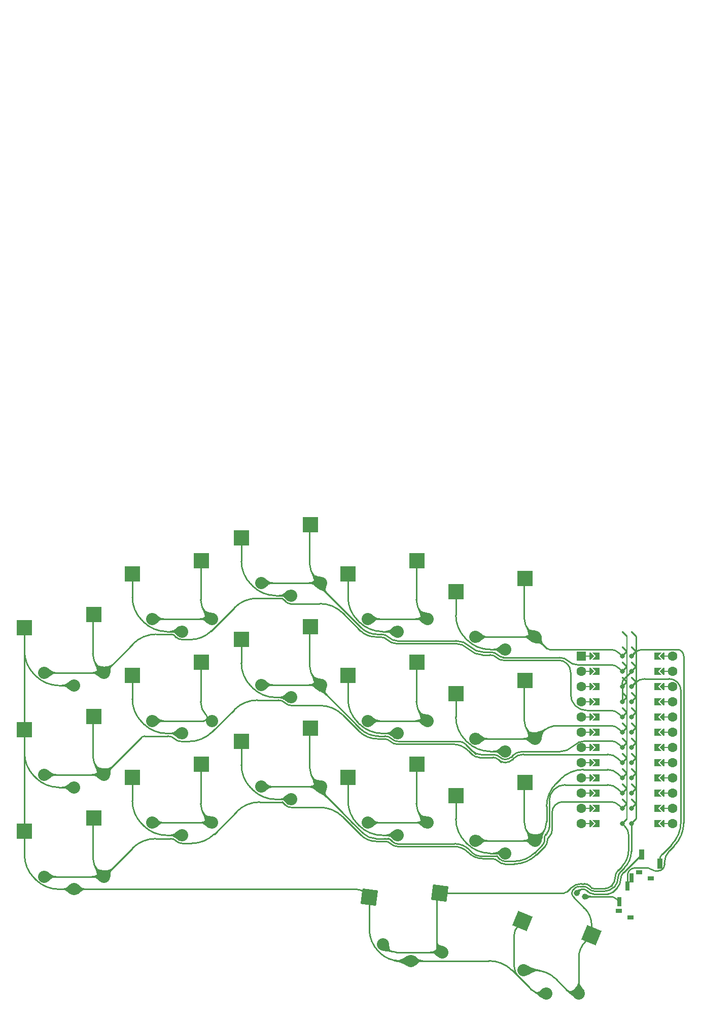
<source format=gbr>
%TF.GenerationSoftware,KiCad,Pcbnew,(6.0.8)*%
%TF.CreationDate,2022-12-27T02:43:28+02:00*%
%TF.ProjectId,lazy_ferris-rounded_final,6c617a79-5f66-4657-9272-69732d726f75,v1.0.0*%
%TF.SameCoordinates,Original*%
%TF.FileFunction,Copper,L1,Top*%
%TF.FilePolarity,Positive*%
%FSLAX46Y46*%
G04 Gerber Fmt 4.6, Leading zero omitted, Abs format (unit mm)*
G04 Created by KiCad (PCBNEW (6.0.8)) date 2022-12-27 02:43:28*
%MOMM*%
%LPD*%
G01*
G04 APERTURE LIST*
G04 Aperture macros list*
%AMRotRect*
0 Rectangle, with rotation*
0 The origin of the aperture is its center*
0 $1 length*
0 $2 width*
0 $3 Rotation angle, in degrees counterclockwise*
0 Add horizontal line*
21,1,$1,$2,0,0,$3*%
%AMFreePoly0*
4,1,5,0.125000,-0.500000,-0.125000,-0.500000,-0.125000,0.500000,0.125000,0.500000,0.125000,-0.500000,0.125000,-0.500000,$1*%
%AMFreePoly1*
4,1,6,0.600000,0.200000,0.000000,-0.400000,-0.600000,0.200000,-0.600000,0.400000,0.600000,0.400000,0.600000,0.200000,0.600000,0.200000,$1*%
%AMFreePoly2*
4,1,6,0.600000,-0.250000,-0.600000,-0.250000,-0.600000,1.000000,0.000000,0.400000,0.600000,1.000000,0.600000,-0.250000,0.600000,-0.250000,$1*%
%AMFreePoly3*
4,1,49,0.088388,4.152388,0.854389,3.386388,0.867708,3.368551,0.871189,3.365530,0.871982,3.362827,0.875852,3.357644,0.882333,3.327543,0.891000,3.298000,0.891000,0.766000,0.887805,0.743969,0.888131,0.739371,0.886780,0.736898,0.885852,0.730498,0.869154,0.704638,0.854389,0.677612,0.088388,-0.088388,0.064607,-0.106146,0.062500,-0.108253,0.061385,-0.108552,0.059644,-0.109852,
0.043810,-0.113261,0.000000,-0.125000,-0.004774,-0.123721,-0.009154,-0.124664,-0.028953,-0.117242,-0.062500,-0.108253,-0.068237,-0.102516,-0.075052,-0.099961,-0.087614,-0.083139,-0.108253,-0.062500,-0.111178,-0.051584,-0.117161,-0.043572,-0.118539,-0.024114,-0.125000,0.000000,-0.121239,0.014035,-0.122131,0.026629,-0.113759,0.041953,-0.108253,0.062500,-0.095642,0.075111,-0.088388,0.088388,
0.641000,0.817777,0.641000,3.246223,-0.088388,3.975612,-0.109852,4.004356,-0.124664,4.073154,-0.099961,4.139052,-0.043572,4.181161,0.026629,4.186131,0.088388,4.152388,0.088388,4.152388,$1*%
%AMFreePoly4*
4,1,49,0.088388,4.152388,0.850389,3.390388,0.863708,3.372551,0.867189,3.369530,0.867982,3.366827,0.871852,3.361644,0.878333,3.331543,0.887000,3.302000,0.887000,0.762000,0.883805,0.739969,0.884131,0.735371,0.882780,0.732898,0.881852,0.726498,0.865154,0.700638,0.850389,0.673612,0.088388,-0.088388,0.064607,-0.106146,0.062500,-0.108253,0.061385,-0.108552,0.059644,-0.109852,
0.043810,-0.113261,0.000000,-0.125000,-0.004774,-0.123721,-0.009154,-0.124664,-0.028953,-0.117242,-0.062500,-0.108253,-0.068237,-0.102516,-0.075052,-0.099961,-0.087614,-0.083139,-0.108253,-0.062500,-0.111178,-0.051584,-0.117161,-0.043572,-0.118539,-0.024114,-0.125000,0.000000,-0.121239,0.014035,-0.122131,0.026629,-0.113759,0.041953,-0.108253,0.062500,-0.095642,0.075111,-0.088388,0.088388,
0.637000,0.813777,0.637000,3.250223,-0.088388,3.975612,-0.109852,4.004356,-0.124664,4.073154,-0.099961,4.139052,-0.043572,4.181161,0.026629,4.186131,0.088388,4.152388,0.088388,4.152388,$1*%
G04 Aperture macros list end*
%TA.AperFunction,ComponentPad*%
%ADD10C,1.000000*%
%TD*%
%TA.AperFunction,SMDPad,CuDef*%
%ADD11R,1.000000X0.800000*%
%TD*%
%TA.AperFunction,SMDPad,CuDef*%
%ADD12R,0.700000X1.500000*%
%TD*%
%TA.AperFunction,SMDPad,CuDef*%
%ADD13R,2.600000X2.600000*%
%TD*%
%TA.AperFunction,ComponentPad*%
%ADD14C,2.032000*%
%TD*%
%TA.AperFunction,SMDPad,CuDef*%
%ADD15RotRect,2.600000X2.600000X352.500000*%
%TD*%
%TA.AperFunction,SMDPad,CuDef*%
%ADD16R,0.900000X1.700000*%
%TD*%
%TA.AperFunction,SMDPad,CuDef*%
%ADD17FreePoly0,270.000000*%
%TD*%
%TA.AperFunction,ComponentPad*%
%ADD18C,1.600000*%
%TD*%
%TA.AperFunction,SMDPad,CuDef*%
%ADD19FreePoly1,90.000000*%
%TD*%
%TA.AperFunction,SMDPad,CuDef*%
%ADD20FreePoly0,90.000000*%
%TD*%
%TA.AperFunction,SMDPad,CuDef*%
%ADD21FreePoly1,270.000000*%
%TD*%
%TA.AperFunction,ComponentPad*%
%ADD22R,1.600000X1.600000*%
%TD*%
%TA.AperFunction,ComponentPad*%
%ADD23C,0.800000*%
%TD*%
%TA.AperFunction,SMDPad,CuDef*%
%ADD24FreePoly2,270.000000*%
%TD*%
%TA.AperFunction,SMDPad,CuDef*%
%ADD25FreePoly3,270.000000*%
%TD*%
%TA.AperFunction,SMDPad,CuDef*%
%ADD26FreePoly4,90.000000*%
%TD*%
%TA.AperFunction,SMDPad,CuDef*%
%ADD27FreePoly2,90.000000*%
%TD*%
%TA.AperFunction,SMDPad,CuDef*%
%ADD28RotRect,2.600000X2.600000X337.500000*%
%TD*%
%TA.AperFunction,Conductor*%
%ADD29C,0.250000*%
%TD*%
G04 APERTURE END LIST*
D10*
%TO.P,,1*%
%TO.N,pos*%
X103264805Y-7127840D03*
%TO.P,,2*%
%TO.N,GND*%
X101878985Y-6553814D03*
%TD*%
D11*
%TO.P,,*%
%TO.N,*%
X112295837Y-3070963D03*
X108925072Y-9546142D03*
X114256131Y-4091427D03*
X110885366Y-10566606D03*
D12*
%TO.P,,1*%
%TO.N,pos*%
X108994963Y-8004190D03*
%TO.P,,2*%
%TO.N,RAW*%
X110380209Y-5343157D03*
%TO.P,,3*%
%TO.N,N/C*%
X111072832Y-4012641D03*
%TD*%
D13*
%TO.P,S11,1*%
%TO.N,P20*%
X39275000Y48950000D03*
%TO.P,S11,2*%
%TO.N,GND*%
X27725000Y46750000D03*
%TD*%
D14*
%TO.P,S6,1*%
%TO.N,P2*%
X23000000Y30200000D03*
X13000000Y30200000D03*
%TO.P,S6,2*%
%TO.N,GND*%
X18000000Y28100000D03*
X18000000Y28100000D03*
%TD*%
%TO.P,S2,1*%
%TO.N,P8*%
X23000000Y-3800000D03*
X13000000Y-3800000D03*
%TO.P,S2,2*%
%TO.N,GND*%
X18000000Y-5900000D03*
X18000000Y-5900000D03*
%TD*%
%TO.P,S28,1*%
%TO.N,P3*%
X85000000Y19200000D03*
X95000000Y19200000D03*
%TO.P,S28,2*%
%TO.N,GND*%
X90000000Y17100000D03*
X90000000Y17100000D03*
%TD*%
D13*
%TO.P,S1,1*%
%TO.N,P8*%
X21275000Y5950000D03*
%TO.P,S1,2*%
%TO.N,GND*%
X9725000Y3750000D03*
%TD*%
D15*
%TO.P,S31,1*%
%TO.N,P9*%
X79023613Y-6528376D03*
%TO.P,S31,2*%
%TO.N,GND*%
X67285267Y-7201978D03*
%TD*%
D13*
%TO.P,S5,1*%
%TO.N,P2*%
X21275000Y39950000D03*
%TO.P,S5,2*%
%TO.N,GND*%
X9725000Y37750000D03*
%TD*%
D16*
%TO.P,,1*%
%TO.N,RST*%
X115759624Y-1639814D03*
%TO.P,,2*%
%TO.N,GND*%
X112743788Y-69868D03*
%TD*%
D14*
%TO.P,S24,1*%
%TO.N,P21*%
X77000000Y39200000D03*
X67000000Y39200000D03*
%TO.P,S24,2*%
%TO.N,GND*%
X72000000Y37100000D03*
X72000000Y37100000D03*
%TD*%
D13*
%TO.P,S7,1*%
%TO.N,P14*%
X39275000Y14950000D03*
%TO.P,S7,2*%
%TO.N,GND*%
X27725000Y12750000D03*
%TD*%
D17*
%TO.P,MCU1,*%
%TO.N,*%
X116600000Y30430000D03*
D18*
X102630000Y12650000D03*
X117870000Y15190000D03*
X102630000Y5030000D03*
D17*
X116600000Y17730000D03*
X116600000Y7570000D03*
D19*
X104408000Y15190000D03*
X104408000Y17730000D03*
D17*
X116600000Y20270000D03*
D20*
X103900000Y15190000D03*
D19*
X104408000Y32970000D03*
D20*
X103900000Y5030000D03*
X103900000Y27890000D03*
D21*
X116092000Y27890000D03*
D19*
X104408000Y10110000D03*
D18*
X117870000Y30430000D03*
D17*
X116600000Y22810000D03*
D18*
X102630000Y25350000D03*
X102630000Y27890000D03*
D20*
X103900000Y7570000D03*
D17*
X116600000Y25350000D03*
X116600000Y27890000D03*
D21*
X116092000Y15190000D03*
D18*
X117870000Y10110000D03*
D17*
X116600000Y5030000D03*
D20*
X103900000Y25350000D03*
D21*
X116092000Y20270000D03*
D18*
X117870000Y25350000D03*
D17*
X116600000Y15190000D03*
D18*
X102630000Y30430000D03*
X102630000Y20270000D03*
X102630000Y17730000D03*
D20*
X103900000Y10110000D03*
D18*
X102630000Y32970000D03*
D19*
X104408000Y30430000D03*
D21*
X116092000Y22810000D03*
D20*
X103900000Y22810000D03*
D22*
X102630000Y32970000D03*
D19*
X104408000Y20270000D03*
D20*
X103900000Y32970000D03*
D17*
X116600000Y32970000D03*
D21*
X116092000Y10110000D03*
X116092000Y7570000D03*
X116092000Y12650000D03*
D20*
X103900000Y30430000D03*
D18*
X117870000Y12650000D03*
D19*
X104408000Y22810000D03*
X104408000Y27890000D03*
X104408000Y12650000D03*
D18*
X117870000Y17730000D03*
X102630000Y15190000D03*
X117870000Y32970000D03*
D19*
X104408000Y5030000D03*
D20*
X103900000Y17730000D03*
D21*
X116092000Y25350000D03*
D18*
X117870000Y20270000D03*
D19*
X104408000Y25350000D03*
D21*
X116092000Y5030000D03*
D18*
X117870000Y22810000D03*
D20*
X103900000Y12650000D03*
D18*
X102630000Y22810000D03*
D19*
X104408000Y7570000D03*
D21*
X116092000Y30430000D03*
X116092000Y17730000D03*
D18*
X102630000Y10110000D03*
D17*
X116600000Y10110000D03*
D18*
X102630000Y7570000D03*
X117870000Y7570000D03*
X117870000Y27890000D03*
D21*
X116092000Y32970000D03*
D17*
X116600000Y12650000D03*
D20*
X103900000Y20270000D03*
D18*
X117870000Y5030000D03*
D23*
%TO.P,MCU1,1*%
%TO.N,RAW*%
X111012000Y32970000D03*
D24*
X115076000Y32970000D03*
D25*
X111012000Y32970000D03*
D24*
%TO.P,MCU1,2*%
%TO.N,GND*%
X115076000Y30430000D03*
D23*
X111012000Y30430000D03*
D25*
X111012000Y30430000D03*
D24*
%TO.P,MCU1,3*%
%TO.N,RST*%
X115076000Y27890000D03*
D25*
X111012000Y27890000D03*
D23*
X111012000Y27890000D03*
D24*
%TO.P,MCU1,4*%
%TO.N,VCC*%
X115076000Y25350000D03*
D25*
X111012000Y25350000D03*
D23*
X111012000Y25350000D03*
D24*
%TO.P,MCU1,5*%
%TO.N,P21*%
X115076000Y22810000D03*
D25*
X111012000Y22810000D03*
D23*
X111012000Y22810000D03*
D25*
%TO.P,MCU1,6*%
%TO.N,P20*%
X111012000Y20270000D03*
D24*
X115076000Y20270000D03*
D23*
X111012000Y20270000D03*
D24*
%TO.P,MCU1,7*%
%TO.N,P19*%
X115076000Y17730000D03*
D23*
X111012000Y17730000D03*
D25*
X111012000Y17730000D03*
D24*
%TO.P,MCU1,8*%
%TO.N,P18*%
X115076000Y15190000D03*
D25*
X111012000Y15190000D03*
D23*
X111012000Y15190000D03*
D25*
%TO.P,MCU1,9*%
%TO.N,P15*%
X111012000Y12650000D03*
D23*
X111012000Y12650000D03*
D24*
X115076000Y12650000D03*
D25*
%TO.P,MCU1,10*%
%TO.N,P14*%
X111012000Y10110000D03*
D24*
X115076000Y10110000D03*
D23*
X111012000Y10110000D03*
D25*
%TO.P,MCU1,11*%
%TO.N,P16*%
X111012000Y7570000D03*
D23*
X111012000Y7570000D03*
D24*
X115076000Y7570000D03*
D25*
%TO.P,MCU1,12*%
%TO.N,P10*%
X111012000Y5030000D03*
D24*
X115076000Y5030000D03*
D23*
X111012000Y5030000D03*
D26*
%TO.P,MCU1,13*%
%TO.N,P9*%
X109488000Y5030000D03*
D27*
X105424000Y5030000D03*
D23*
X109488000Y5030000D03*
D27*
%TO.P,MCU1,14*%
%TO.N,P8*%
X105424000Y7570000D03*
D26*
X109488000Y7570000D03*
D23*
X109488000Y7570000D03*
D27*
%TO.P,MCU1,15*%
%TO.N,P7*%
X105424000Y10110000D03*
D26*
X109488000Y10110000D03*
D23*
X109488000Y10110000D03*
D26*
%TO.P,MCU1,16*%
%TO.N,P6*%
X109488000Y12650000D03*
D27*
X105424000Y12650000D03*
D23*
X109488000Y12650000D03*
D27*
%TO.P,MCU1,17*%
%TO.N,P5*%
X105424000Y15190000D03*
D26*
X109488000Y15190000D03*
D23*
X109488000Y15190000D03*
%TO.P,MCU1,18*%
%TO.N,P4*%
X109488000Y17730000D03*
D26*
X109488000Y17730000D03*
D27*
X105424000Y17730000D03*
D23*
%TO.P,MCU1,19*%
%TO.N,P3*%
X109488000Y20270000D03*
D27*
X105424000Y20270000D03*
D26*
X109488000Y20270000D03*
%TO.P,MCU1,20*%
%TO.N,P2*%
X109488000Y22810000D03*
D23*
X109488000Y22810000D03*
D27*
X105424000Y22810000D03*
%TO.P,MCU1,21*%
%TO.N,GND*%
X105424000Y25350000D03*
D26*
X109488000Y25350000D03*
D23*
X109488000Y25350000D03*
D26*
%TO.P,MCU1,22*%
X109488000Y27890000D03*
D27*
X105424000Y27890000D03*
D23*
X109488000Y27890000D03*
D26*
%TO.P,MCU1,23*%
%TO.N,P0*%
X109488000Y30430000D03*
D27*
X105424000Y30430000D03*
D23*
X109488000Y30430000D03*
%TO.P,MCU1,24*%
%TO.N,P1*%
X109488000Y32970000D03*
D26*
X109488000Y32970000D03*
D27*
X105424000Y32970000D03*
%TD*%
D14*
%TO.P,S30,1*%
%TO.N,P1*%
X95000000Y36200000D03*
X85000000Y36200000D03*
%TO.P,S30,2*%
%TO.N,GND*%
X90000000Y34100000D03*
X90000000Y34100000D03*
%TD*%
D13*
%TO.P,S9,1*%
%TO.N,P18*%
X39275000Y31950000D03*
%TO.P,S9,2*%
%TO.N,GND*%
X27725000Y29750000D03*
%TD*%
D14*
%TO.P,S26,1*%
%TO.N,P6*%
X85000000Y2200000D03*
X95000000Y2200000D03*
%TO.P,S26,2*%
%TO.N,GND*%
X90000000Y100000D03*
X90000000Y100000D03*
%TD*%
D13*
%TO.P,S3,1*%
%TO.N,P5*%
X21275000Y22950000D03*
%TO.P,S3,2*%
%TO.N,GND*%
X9725000Y20750000D03*
%TD*%
%TO.P,S15,1*%
%TO.N,P4*%
X57475000Y37950000D03*
%TO.P,S15,2*%
%TO.N,GND*%
X45925000Y35750000D03*
%TD*%
D14*
%TO.P,S22,1*%
%TO.N,P19*%
X77000000Y22200000D03*
X67000000Y22200000D03*
%TO.P,S22,2*%
%TO.N,GND*%
X72000000Y20100000D03*
X72000000Y20100000D03*
%TD*%
%TO.P,S32,1*%
%TO.N,P9*%
X69546776Y-15114860D03*
X79461225Y-16420121D03*
%TO.P,S32,2*%
%TO.N,GND*%
X74229895Y-17849525D03*
X74229895Y-17849525D03*
%TD*%
D13*
%TO.P,S23,1*%
%TO.N,P21*%
X75275000Y48950000D03*
%TO.P,S23,2*%
%TO.N,GND*%
X63725000Y46750000D03*
%TD*%
D14*
%TO.P,S12,1*%
%TO.N,P20*%
X41000000Y39200000D03*
X31000000Y39200000D03*
%TO.P,S12,2*%
%TO.N,GND*%
X36000000Y37100000D03*
X36000000Y37100000D03*
%TD*%
%TO.P,S4,1*%
%TO.N,P5*%
X23000000Y13200000D03*
X13000000Y13200000D03*
%TO.P,S4,2*%
%TO.N,GND*%
X18000000Y11100000D03*
X18000000Y11100000D03*
%TD*%
%TO.P,S18,1*%
%TO.N,P0*%
X59200000Y45200000D03*
X49200000Y45200000D03*
%TO.P,S18,2*%
%TO.N,GND*%
X54200000Y43100000D03*
X54200000Y43100000D03*
%TD*%
D13*
%TO.P,S25,1*%
%TO.N,P6*%
X93275000Y11950000D03*
%TO.P,S25,2*%
%TO.N,GND*%
X81725000Y9750000D03*
%TD*%
D14*
%TO.P,S16,1*%
%TO.N,P4*%
X59200000Y28200000D03*
X49200000Y28200000D03*
%TO.P,S16,2*%
%TO.N,GND*%
X54200000Y26100000D03*
X54200000Y26100000D03*
%TD*%
D13*
%TO.P,S13,1*%
%TO.N,P7*%
X57475000Y20950000D03*
%TO.P,S13,2*%
%TO.N,GND*%
X45925000Y18750000D03*
%TD*%
%TO.P,S17,1*%
%TO.N,P0*%
X57475000Y54950000D03*
%TO.P,S17,2*%
%TO.N,GND*%
X45925000Y52750000D03*
%TD*%
%TO.P,S21,1*%
%TO.N,P19*%
X75275000Y31950000D03*
%TO.P,S21,2*%
%TO.N,GND*%
X63725000Y29750000D03*
%TD*%
%TO.P,S29,1*%
%TO.N,P1*%
X93275000Y45950000D03*
%TO.P,S29,2*%
%TO.N,GND*%
X81725000Y43750000D03*
%TD*%
D14*
%TO.P,S20,1*%
%TO.N,P15*%
X67000000Y5200000D03*
X77000000Y5200000D03*
%TO.P,S20,2*%
%TO.N,GND*%
X72000000Y3100000D03*
X72000000Y3100000D03*
%TD*%
%TO.P,S14,1*%
%TO.N,P7*%
X49200000Y11200000D03*
X59200000Y11200000D03*
%TO.P,S14,2*%
%TO.N,GND*%
X54200000Y9100000D03*
X54200000Y9100000D03*
%TD*%
%TO.P,S34,1*%
%TO.N,P10*%
X93021320Y-19445450D03*
X102260116Y-23272284D03*
%TO.P,S34,2*%
%TO.N,GND*%
X96837083Y-23299014D03*
X96837083Y-23299014D03*
%TD*%
D13*
%TO.P,S19,1*%
%TO.N,P15*%
X75275000Y14950000D03*
%TO.P,S19,2*%
%TO.N,GND*%
X63725000Y12750000D03*
%TD*%
%TO.P,S27,1*%
%TO.N,P3*%
X93275000Y28950000D03*
%TO.P,S27,2*%
%TO.N,GND*%
X81725000Y26750000D03*
%TD*%
D14*
%TO.P,S10,1*%
%TO.N,P18*%
X41000000Y22200000D03*
X31000000Y22200000D03*
%TO.P,S10,2*%
%TO.N,GND*%
X36000000Y20100000D03*
X36000000Y20100000D03*
%TD*%
D28*
%TO.P,S33,1*%
%TO.N,P10*%
X104397587Y-13604330D03*
%TO.P,S33,2*%
%TO.N,GND*%
X92884875Y-11216871D03*
%TD*%
D14*
%TO.P,S8,1*%
%TO.N,P14*%
X31000000Y5200000D03*
X41000000Y5200000D03*
%TO.P,S8,2*%
%TO.N,GND*%
X36000000Y3100000D03*
X36000000Y3100000D03*
%TD*%
D29*
%TO.N,P8*%
X97775001Y3914222D02*
X97775001Y6859860D01*
X37651769Y1759000D02*
X35996789Y1759000D01*
X97372500Y2942500D02*
X97289208Y2859208D01*
X52806269Y8650000D02*
X49003963Y8650000D01*
X23468750Y-3331249D02*
X27746207Y946207D01*
X21124999Y-599173D02*
X21124999Y5693932D01*
X65902046Y3128698D02*
X62865538Y6165207D01*
X31593963Y2540000D02*
X34111288Y2540000D01*
X21199999Y5874999D02*
X21275000Y5950000D01*
X41419747Y3319747D02*
X45156207Y7056207D01*
X52896286Y8507252D02*
X53251769Y8151769D01*
X68409686Y2090000D02*
X69878627Y2090000D01*
X89888175Y-1690999D02*
X91450000Y-1690999D01*
X108925500Y8132500D02*
X109488000Y7570000D01*
X71922087Y1243571D02*
X81342153Y1243571D01*
X22531249Y-3331249D02*
X22062499Y-2862499D01*
X22337086Y-3800000D02*
X13000000Y-3800000D01*
X107567504Y8695000D02*
X99610140Y8695000D01*
X96650791Y1317934D02*
X95191733Y-141123D01*
X86275769Y-800000D02*
X87737110Y-799999D01*
X54199998Y7759000D02*
X59017782Y7759000D01*
X31593963Y2540010D02*
G75*
G03*
X27746208Y946206I37J-5441610D01*
G01*
X68409686Y2089979D02*
G75*
G02*
X65902046Y3128698I14J3546321D01*
G01*
X22531271Y-3331227D02*
G75*
G02*
X22337086Y-3800000I-194171J-194173D01*
G01*
X98312490Y8157511D02*
G75*
G03*
X97775001Y6859860I1297610J-1297611D01*
G01*
X22531249Y-3331249D02*
G75*
G03*
X23468750Y-3331249I468750J468750D01*
G01*
X21124986Y5693932D02*
G75*
G02*
X21199999Y5874999I256114J-32D01*
G01*
X97774991Y3914222D02*
G75*
G02*
X97372500Y2942500I-1374191J-22D01*
G01*
X52806269Y8650000D02*
G75*
G02*
X52859000Y8597269I31J-52700D01*
G01*
X22337086Y-3799994D02*
G75*
G03*
X23468750Y-3331249I14J1600394D01*
G01*
X96970033Y2088571D02*
G75*
G02*
X96650791Y1317934I-1089833J29D01*
G01*
X81342153Y1243543D02*
G75*
G02*
X83808960Y221784I47J-3488543D01*
G01*
X83808975Y221799D02*
G75*
G03*
X86275769Y-800000I2466825J2466801D01*
G01*
X96970008Y2088571D02*
G75*
G02*
X97289209Y2859207I1089792J29D01*
G01*
X88812632Y-1245511D02*
G75*
G03*
X87737110Y-799999I-1075532J-1075489D01*
G01*
X107567504Y8695002D02*
G75*
G02*
X108925500Y8132500I-4J-1920502D01*
G01*
X22062502Y-2862496D02*
G75*
G02*
X21124999Y-599173I2263318J2263326D01*
G01*
X52896302Y8507268D02*
G75*
G02*
X52859000Y8597269I89998J90032D01*
G01*
X89888175Y-1691026D02*
G75*
G02*
X88812644Y-1245499I25J1521026D01*
G01*
X49003963Y8650010D02*
G75*
G03*
X45156208Y7056206I37J-5441610D01*
G01*
X35054055Y2149516D02*
G75*
G03*
X35996789Y1759000I942745J942684D01*
G01*
X34111288Y2539977D02*
G75*
G02*
X35054039Y2149500I12J-1333277D01*
G01*
X37651769Y1759015D02*
G75*
G03*
X41419746Y3319748I31J5328685D01*
G01*
X70900367Y1666795D02*
G75*
G03*
X71922087Y1243571I1021733J1021705D01*
G01*
X98312489Y8157512D02*
G75*
G02*
X99610140Y8695000I1297611J-1297612D01*
G01*
X70900335Y1666763D02*
G75*
G03*
X69878627Y2090000I-1021735J-1021663D01*
G01*
X53251770Y8151770D02*
G75*
G03*
X54199998Y7759000I948230J948230D01*
G01*
X59017782Y7758972D02*
G75*
G02*
X62865538Y6165207I18J-5441572D01*
G01*
X91450000Y-1691002D02*
G75*
G03*
X95191733Y-141123I0J5291602D01*
G01*
%TO.N,GND*%
X93486190Y-21806782D02*
X93903738Y-22224330D01*
X63725000Y8832502D02*
X63725000Y12750000D01*
X103740540Y-6278380D02*
X103619397Y-6157237D01*
X9725000Y20750000D02*
X9725000Y16832502D01*
X65318792Y38984745D02*
X65609746Y38693792D01*
X83318792Y35984745D02*
X83609746Y35693792D01*
X63725000Y42832502D02*
X63725000Y46750000D01*
X94182104Y-22502695D02*
X94321287Y-22641878D01*
X93903738Y-22224330D02*
X94182104Y-22502695D01*
X51657502Y9100000D02*
X54200000Y9100000D01*
X27725000Y8832502D02*
X27725000Y12750000D01*
X47518792Y44984745D02*
X47809746Y44693792D01*
X95907753Y-23299014D02*
X96837083Y-23299014D01*
X67285267Y-12557983D02*
X67285267Y-8122615D01*
X51657502Y26100000D02*
X54200000Y26100000D01*
X109488000Y27890000D02*
X109488000Y25350000D01*
X104704921Y-6677840D02*
X107151080Y-6677840D01*
X81725000Y39832502D02*
X81725000Y43750000D01*
X81725000Y5832502D02*
X81725000Y9750000D01*
X27725000Y42832502D02*
X27725000Y46750000D01*
X69025597Y-16490142D02*
X68835123Y-16299668D01*
X92162437Y-11939308D02*
X92884875Y-11216871D01*
X83609745Y1693792D02*
X83318792Y1984746D01*
X93486190Y-21806782D02*
X92214852Y-20535443D01*
X107955263Y-6344735D02*
X108694498Y-5605501D01*
X104704921Y-6677840D02*
X105266760Y-6677840D01*
X87457502Y17100000D02*
X90000000Y17100000D01*
X33457502Y3100000D02*
X36000000Y3100000D01*
X94182104Y-22502695D02*
X93903738Y-22224330D01*
X18000000Y-5900000D02*
X15457502Y-5900000D01*
X69457502Y37100000D02*
X72000000Y37100000D01*
X69457502Y20100000D02*
X72000000Y20100000D01*
X33457502Y20100000D02*
X36000000Y20100000D01*
X65318792Y21984745D02*
X65609746Y21693792D01*
X91440000Y-18664784D02*
X91440000Y-13683426D01*
X65609746Y4693792D02*
X65318792Y4984745D01*
X11609746Y-4306207D02*
X11318792Y-4015253D01*
X45925000Y48832502D02*
X45925000Y52750000D01*
X74229895Y-17849525D02*
X72307437Y-17849525D01*
X11609746Y12693792D02*
X11318792Y12984745D01*
X65062651Y-5900000D02*
X18000000Y-5900000D01*
X109745501Y-3068154D02*
X112743788Y-69868D01*
X29609746Y21693792D02*
X29318792Y21984745D01*
X106208920Y-6677840D02*
X105266760Y-6677840D01*
X74229895Y-17849525D02*
X87274969Y-17849525D01*
X91122725Y-19443317D02*
X92214851Y-20535443D01*
X109847210Y29265210D02*
X111012000Y30430000D01*
X45925000Y14832502D02*
X45925000Y18750000D01*
X47809746Y10693792D02*
X47518792Y10984745D01*
X102275561Y-6157237D02*
X101878985Y-6553814D01*
X63725000Y25832502D02*
X63725000Y29750000D01*
X51657502Y43100000D02*
X54200000Y43100000D01*
X83609745Y18693792D02*
X83318792Y18984746D01*
X27725000Y25832502D02*
X27725000Y29750000D01*
X9725000Y-167497D02*
X9725000Y3750000D01*
X69457502Y3100000D02*
X72000000Y3100000D01*
X106444460Y-6677840D02*
X106208920Y-6677840D01*
X29609746Y4693792D02*
X29318792Y4984745D01*
X9725000Y20750000D02*
X9725000Y3750000D01*
X106915540Y-6677840D02*
X106444460Y-6677840D01*
X109488000Y28398000D02*
X109488000Y27890000D01*
X33457502Y37100000D02*
X36000000Y37100000D01*
X87457502Y34100000D02*
X90000000Y34100000D01*
X15457502Y28100000D02*
X18000000Y28100000D01*
X106915540Y-6677840D02*
X107151080Y-6677840D01*
X29609746Y38693792D02*
X29318792Y38984745D01*
X47809746Y27693792D02*
X47518792Y27984745D01*
X93486190Y-21806782D02*
X93903738Y-22224330D01*
X9725000Y37750000D02*
X9725000Y33832502D01*
X45925000Y31832502D02*
X45925000Y35750000D01*
X11318792Y29984745D02*
X11609746Y29693792D01*
X81725000Y22832502D02*
X81725000Y26750000D01*
X93486190Y-21806782D02*
X92214851Y-20535443D01*
X87457502Y100000D02*
X90000000Y100000D01*
X15457502Y11100000D02*
X18000000Y11100000D01*
X9725000Y20750000D02*
X9725000Y37750000D01*
X93486190Y-21806782D02*
G75*
G02*
X93486190Y-21806782I0J0D01*
G01*
X65609755Y21693801D02*
G75*
G03*
X69457502Y20100000I3847745J3847699D01*
G01*
X33457502Y20099987D02*
G75*
G02*
X29609746Y21693792I-2J5441513D01*
G01*
X109847214Y29265206D02*
G75*
G03*
X109488000Y28398000I867186J-867206D01*
G01*
X92214847Y-20535448D02*
G75*
G02*
X91440000Y-18664784I1870653J1870648D01*
G01*
X9725001Y33832502D02*
G75*
G03*
X11318792Y29984745I5441549J-2D01*
G01*
X63725016Y25832502D02*
G75*
G03*
X65318793Y21984746I5441584J-2D01*
G01*
X33457502Y37099987D02*
G75*
G02*
X29609746Y38693792I-2J5441513D01*
G01*
X72307437Y-17849497D02*
G75*
G02*
X69025598Y-16490141I-37J4641197D01*
G01*
X63725016Y8832502D02*
G75*
G03*
X65318793Y4984746I5441584J-2D01*
G01*
X15457502Y-5899998D02*
G75*
G02*
X11609746Y-4306207I-2J5441548D01*
G01*
X67285240Y-8122615D02*
G75*
G03*
X66634277Y-6550990I-2222640J15D01*
G01*
X65609755Y4693801D02*
G75*
G03*
X69457502Y3100000I3847745J3847699D01*
G01*
X45925016Y48832502D02*
G75*
G03*
X47518793Y44984746I5441584J-2D01*
G01*
X102947479Y-5878948D02*
G75*
G02*
X103619397Y-6157237I21J-950252D01*
G01*
X83318781Y35984734D02*
G75*
G02*
X81725000Y39832502I3847819J3847766D01*
G01*
X47809755Y27693801D02*
G75*
G03*
X51657502Y26100000I3847745J3847699D01*
G01*
X11318792Y12984745D02*
G75*
G02*
X9725000Y16832502I3847758J3847755D01*
G01*
X47518781Y10984734D02*
G75*
G02*
X45925000Y14832502I3847819J3847766D01*
G01*
X33457502Y3099987D02*
G75*
G02*
X29609746Y4693792I-2J5441513D01*
G01*
X92162415Y-11939286D02*
G75*
G03*
X91440000Y-13683426I1744185J-1744114D01*
G01*
X102947479Y-5878918D02*
G75*
G03*
X102275561Y-6157237I21J-950282D01*
G01*
X81724987Y22832502D02*
G75*
G03*
X83318792Y18984746I5441513J-2D01*
G01*
X29318781Y4984734D02*
G75*
G02*
X27725000Y8832502I3847819J3847766D01*
G01*
X66634299Y-6550968D02*
G75*
G03*
X65062651Y-5900000I-1571599J-1571632D01*
G01*
X93903738Y-22224330D02*
G75*
G02*
X93903738Y-22224330I0J0D01*
G01*
X11609755Y29693801D02*
G75*
G03*
X15457502Y28100000I3847745J3847699D01*
G01*
X104704921Y-6677825D02*
G75*
G02*
X103740540Y-6278380I-21J1363825D01*
G01*
X65609755Y38693801D02*
G75*
G03*
X69457502Y37100000I3847745J3847699D01*
G01*
X63725016Y42832502D02*
G75*
G03*
X65318793Y38984746I5441584J-2D01*
G01*
X107151080Y-6677809D02*
G75*
G03*
X107955263Y-6344735I20J1137309D01*
G01*
X29318781Y38984734D02*
G75*
G02*
X27725000Y42832502I3847819J3847766D01*
G01*
X81724987Y5832502D02*
G75*
G03*
X83318792Y1984746I5441513J-2D01*
G01*
X92214853Y-20535443D02*
G75*
G03*
X92214851Y-20535443I-1J0D01*
G01*
X29318781Y21984734D02*
G75*
G02*
X27725000Y25832502I3847819J3847766D01*
G01*
X87457502Y17100016D02*
G75*
G02*
X83609746Y18693793I-2J5441584D01*
G01*
X51657502Y9099987D02*
G75*
G02*
X47809746Y10693792I-2J5441513D01*
G01*
X87274969Y-17849555D02*
G75*
G02*
X91122724Y-19443318I31J-5441545D01*
G01*
X107151080Y-6677840D02*
G75*
G02*
X107151080Y-6677840I0J0D01*
G01*
X108694489Y-5605492D02*
G75*
G03*
X109220000Y-4336828I-1268689J1268692D01*
G01*
X83609755Y35693801D02*
G75*
G03*
X87457502Y34100000I3847745J3847699D01*
G01*
X67285277Y-12557983D02*
G75*
G03*
X68835124Y-16299667I5291523J-17D01*
G01*
X104704921Y-6677825D02*
G75*
G02*
X103740540Y-6278380I-21J1363825D01*
G01*
X104704921Y-6677840D02*
G75*
G02*
X104704921Y-6677840I0J0D01*
G01*
X87457502Y100016D02*
G75*
G02*
X83609746Y1693793I-2J5441584D01*
G01*
X11609755Y12693801D02*
G75*
G03*
X15457502Y11100000I3847745J3847699D01*
G01*
X109745483Y-3068136D02*
G75*
G03*
X109220000Y-4336828I1268717J-1268664D01*
G01*
X11318791Y-4015254D02*
G75*
G02*
X9725000Y-167497I3847759J3847754D01*
G01*
X107151080Y-6677809D02*
G75*
G03*
X107955263Y-6344735I20J1137309D01*
G01*
X47518781Y27984734D02*
G75*
G02*
X45925000Y31832502I3847819J3847766D01*
G01*
X47809755Y44693801D02*
G75*
G03*
X51657502Y43100000I3847745J3847699D01*
G01*
X94321308Y-22641857D02*
G75*
G03*
X95907753Y-23299014I1586492J1586457D01*
G01*
%TO.N,P5*%
X28295000Y18495000D02*
X23468750Y13668750D01*
X52123506Y25650000D02*
X48600425Y25650000D01*
X93003057Y16605000D02*
X107072443Y16605000D01*
X87071894Y16094539D02*
X86226645Y16094539D01*
X21124999Y16400826D02*
X21124999Y22693932D01*
X88899873Y15667269D02*
X88865373Y15701769D01*
X59017783Y24759000D02*
X54274571Y24759000D01*
X85648104Y16094539D02*
X86226645Y16094539D01*
X71888175Y18309000D02*
X81155886Y18309000D01*
X28925000Y19125000D02*
X29240000Y19440000D01*
X41049253Y20352792D02*
X44752669Y24056207D01*
X28925000Y19125000D02*
X28295000Y18495000D01*
X87705831Y16094539D02*
X87283206Y16094539D01*
X84432822Y16597925D02*
X83828977Y17201769D01*
X87283206Y16094539D02*
X87071894Y16094539D01*
X108780500Y15897500D02*
X109488000Y15190000D01*
X33689999Y19650000D02*
X29746984Y19650000D01*
X22531249Y13668750D02*
X22062499Y14137500D01*
X22337087Y13200000D02*
X13000000Y13200000D01*
X35841064Y18759000D02*
X37201497Y18759000D01*
X91355357Y15922500D02*
X91148638Y15715781D01*
X87705831Y16094539D02*
X87917144Y16094539D01*
X69737110Y19200000D02*
X68598945Y19200000D01*
X85648104Y16094539D02*
X87917144Y16094539D01*
X62865539Y23165207D02*
X65580442Y20450304D01*
X90000000Y15240000D02*
X89931393Y15240000D01*
X21199999Y22874999D02*
X21275000Y22950000D01*
X88865373Y15701769D02*
X89258143Y15309000D01*
X59017783Y24758972D02*
G75*
G02*
X62865538Y23165206I17J-5441572D01*
G01*
X37201497Y18759017D02*
G75*
G03*
X41049253Y20352792I3J5441583D01*
G01*
X22062497Y14137498D02*
G75*
G02*
X21124999Y16400826I2263323J2263322D01*
G01*
X65580422Y20450284D02*
G75*
G03*
X68598945Y19200000I3018478J3018516D01*
G01*
X21124986Y22693932D02*
G75*
G02*
X21199999Y22874999I256114J-32D01*
G01*
X22531249Y13668750D02*
G75*
G03*
X23468750Y13668750I468750J468750D01*
G01*
X54274571Y24758971D02*
G75*
G02*
X53199040Y25204501I29J1521029D01*
G01*
X22337087Y13200006D02*
G75*
G03*
X23468749Y13668751I13J1600394D01*
G01*
X35841064Y18758966D02*
G75*
G02*
X34765533Y19204501I36J1521034D01*
G01*
X87917144Y16094539D02*
G75*
G02*
X87917144Y16094539I0J0D01*
G01*
X33689999Y19650009D02*
G75*
G02*
X34765532Y19204500I1J-1521009D01*
G01*
X22337087Y13200032D02*
G75*
G03*
X22531248Y13668749I13J274568D01*
G01*
X91148634Y15715785D02*
G75*
G02*
X90000000Y15240000I-1148634J1148615D01*
G01*
X87917144Y16094557D02*
G75*
G02*
X88865372Y15701768I-44J-1341057D01*
G01*
X70812631Y18754488D02*
G75*
G03*
X69737110Y19200000I-1075531J-1075488D01*
G01*
X29240004Y19439996D02*
G75*
G02*
X29746984Y19650000I506996J-506996D01*
G01*
X84432822Y16597925D02*
G75*
G03*
X85648104Y16094539I1215278J1215275D01*
G01*
X48600425Y25649967D02*
G75*
G03*
X44752669Y24056207I-25J-5441567D01*
G01*
X85648104Y16094539D02*
G75*
G02*
X85648104Y16094539I0J0D01*
G01*
X88865373Y15701769D02*
G75*
G02*
X88865373Y15701769I0J0D01*
G01*
X91355378Y15922479D02*
G75*
G02*
X93003057Y16605000I1647722J-1647679D01*
G01*
X107072443Y16605018D02*
G75*
G02*
X108780500Y15897500I-43J-2415618D01*
G01*
X70812662Y18754519D02*
G75*
G03*
X71888175Y18309000I1075538J1075481D01*
G01*
X53199029Y25204490D02*
G75*
G03*
X52123506Y25650000I-1075529J-1075490D01*
G01*
X87917144Y16094557D02*
G75*
G02*
X88865372Y15701768I-44J-1341057D01*
G01*
X83828980Y17201772D02*
G75*
G03*
X81155886Y18309000I-2673080J-2673072D01*
G01*
X84432822Y16597925D02*
G75*
G03*
X85648104Y16094539I1215278J1215275D01*
G01*
X88899875Y15667271D02*
G75*
G03*
X89931393Y15240000I1031525J1031529D01*
G01*
%TO.N,P2*%
X54051769Y41759000D02*
X59017783Y41759000D01*
X37450000Y35759000D02*
X35999998Y35759000D01*
X62865539Y40165207D02*
X65765541Y37265205D01*
X31703963Y36650000D02*
X34201235Y36650000D01*
X53356583Y42046955D02*
X53043555Y42359981D01*
X22337087Y30200000D02*
X13000000Y30200000D01*
X86181320Y33200000D02*
X87453571Y33200000D01*
X68337175Y36200000D02*
X69072857Y36200000D01*
X108925500Y23372500D02*
X109488000Y22810000D01*
X40873536Y37177075D02*
X44771897Y41075436D01*
X89604636Y32309000D02*
X98889001Y32309000D01*
X52885364Y42518173D02*
X53043555Y42359981D01*
X21124999Y33400826D02*
X21124999Y39693932D01*
X103560637Y23935000D02*
X107567504Y23935000D01*
X22531249Y30668750D02*
X22062499Y31137500D01*
X34802653Y36400884D02*
X35051769Y36151769D01*
X71704350Y35110000D02*
X81570173Y35110000D01*
X48573230Y42650000D02*
X52678966Y42650000D01*
X52806269Y42597269D02*
X52885364Y42518173D01*
X21199999Y39874999D02*
X21275000Y39950000D01*
X23468750Y30668750D02*
X27856207Y35056207D01*
X100889000Y26606637D02*
X100889000Y30309001D01*
X27856215Y35056199D02*
G75*
G02*
X31703963Y36650000I3847785J-3847799D01*
G01*
X22337087Y30200032D02*
G75*
G03*
X22531248Y30668749I13J274568D01*
G01*
X53356607Y42046979D02*
G75*
G03*
X54051769Y41759000I695193J695121D01*
G01*
X83875766Y34155019D02*
G75*
G03*
X81570173Y35110000I-2305566J-2305619D01*
G01*
X70388588Y35654984D02*
G75*
G03*
X71704350Y35110000I1315712J1315716D01*
G01*
X22337087Y30200006D02*
G75*
G03*
X23468749Y30668751I13J1600394D01*
G01*
X83875731Y34154984D02*
G75*
G03*
X86181320Y33200000I2305569J2305616D01*
G01*
X98889001Y32309000D02*
G75*
G02*
X100889000Y30309001I-1J-2000000D01*
G01*
X101671494Y24717494D02*
G75*
G03*
X103560637Y23935000I1889106J1889106D01*
G01*
X101671494Y24717494D02*
G75*
G02*
X100889000Y26606637I1889106J1889106D01*
G01*
X21124986Y39693932D02*
G75*
G02*
X21199999Y39874999I256114J-32D01*
G01*
X59017783Y41758972D02*
G75*
G02*
X62865538Y40165206I17J-5441572D01*
G01*
X35051770Y36151770D02*
G75*
G03*
X35999998Y35759000I948230J948230D01*
G01*
X22062497Y31137498D02*
G75*
G02*
X21124999Y33400826I2263323J2263322D01*
G01*
X87453571Y33199989D02*
G75*
G02*
X88529104Y32754500I29J-1520989D01*
G01*
X69072857Y36199983D02*
G75*
G02*
X70388604Y35655000I43J-1860683D01*
G01*
X107567504Y23935002D02*
G75*
G02*
X108925500Y23372500I-4J-1920502D01*
G01*
X37450000Y35758997D02*
G75*
G03*
X40873536Y37177075I0J4841603D01*
G01*
X34201235Y36650034D02*
G75*
G02*
X34802653Y36400884I-35J-850534D01*
G01*
X88529093Y32754489D02*
G75*
G03*
X89604636Y32309000I1075507J1075511D01*
G01*
X52678966Y42649985D02*
G75*
G02*
X52806269Y42597269I34J-179985D01*
G01*
X22531249Y30668750D02*
G75*
G03*
X23468750Y30668750I468750J468750D01*
G01*
X44771881Y41075452D02*
G75*
G02*
X48573230Y42650000I3801319J-3801352D01*
G01*
X65765562Y37265226D02*
G75*
G03*
X68337175Y36200000I2571638J2571574D01*
G01*
%TO.N,P14*%
X40337087Y5200000D02*
X31000000Y5200000D01*
X40531249Y5668750D02*
X40062499Y6137500D01*
X39124999Y14693932D02*
X39124999Y8400826D01*
X39199999Y14874999D02*
X39275000Y14950000D01*
X39125010Y8400826D02*
G75*
G03*
X40062499Y6137500I3200790J-26D01*
G01*
X40337087Y5200032D02*
G75*
G03*
X40531248Y5668749I13J274568D01*
G01*
X39200008Y14874990D02*
G75*
G03*
X39124999Y14693932I181092J-181090D01*
G01*
%TO.N,P18*%
X39199999Y31874999D02*
X39275000Y31950000D01*
X39124999Y25400826D02*
X39124999Y31693932D01*
X39674174Y22200000D02*
X31000000Y22200000D01*
X40062543Y23137544D02*
G75*
G02*
X39674174Y22200000I-388343J-388344D01*
G01*
X39124986Y31693932D02*
G75*
G02*
X39199999Y31874999I256114J-32D01*
G01*
X40062491Y23137492D02*
G75*
G02*
X39124999Y25400826I2263309J2263308D01*
G01*
%TO.N,P20*%
X39124999Y48693932D02*
X39124999Y42400826D01*
X40531249Y39668750D02*
X40062499Y40137500D01*
X40337087Y39200000D02*
X31000000Y39200000D01*
X39199999Y48874999D02*
X39275000Y48950000D01*
X40062491Y40137492D02*
G75*
G02*
X39124999Y42400826I2263309J2263308D01*
G01*
X39124986Y48693932D02*
G75*
G02*
X39199999Y48874999I256114J-32D01*
G01*
X40337087Y39200032D02*
G75*
G03*
X40531248Y39668749I13J274568D01*
G01*
%TO.N,P7*%
X87251149Y-349999D02*
X88154562Y-350000D01*
X70369994Y2540000D02*
X68409528Y2540000D01*
X97325001Y8876601D02*
X97325001Y7620000D01*
X96520000Y2795495D02*
X96520000Y2387238D01*
X70871106Y2332433D02*
X71078673Y2124866D01*
X69893176Y2546511D02*
X68580075Y2546511D01*
X69908894Y2540000D02*
X70502155Y2540000D01*
X99973399Y11525000D02*
X107072443Y11525000D01*
X58833571Y11200000D02*
X49200000Y11200000D01*
X71200868Y2002669D02*
X71152122Y2051415D01*
X58940895Y11459103D02*
X58262499Y12137500D01*
X96520000Y2207452D02*
X96520000Y2181769D01*
X96520000Y2258819D02*
X96520000Y2207452D01*
X62593214Y7073926D02*
X64406785Y5260355D01*
X88606269Y-350000D02*
X88154562Y-350000D01*
X71947099Y1693571D02*
X81528549Y1693571D01*
X86695713Y-349999D02*
X87251149Y-349999D01*
X96266692Y1570231D02*
X94873536Y177075D01*
X86695713Y-349999D02*
X86024285Y-349998D01*
X85688571Y-349999D02*
X86024285Y-349998D01*
X96520000Y2258819D02*
X96520000Y2284503D01*
X64406785Y5260355D02*
X66220356Y3446785D01*
X91450000Y-1240999D02*
X89999998Y-1240999D01*
X57399999Y20874999D02*
X57475000Y20950000D01*
X70777654Y2425884D02*
X70843023Y2360514D01*
X108780500Y10817500D02*
X109488000Y10110000D01*
X71054630Y2148907D02*
X71152122Y2051415D01*
X70843023Y2360514D02*
X70973762Y2229774D01*
X70973762Y2229774D02*
X71054630Y2148907D01*
X96520000Y2387238D02*
X96520000Y2284503D01*
X59459104Y10208038D02*
X62593214Y7073926D01*
X57324999Y14400826D02*
X57324999Y20693932D01*
X84542371Y124771D02*
X83995357Y671785D01*
X88696286Y-492747D02*
X89051769Y-848230D01*
X96922500Y3453491D02*
X96700662Y3231653D01*
X97325001Y8876601D02*
X97325001Y4425213D01*
X69893176Y2546494D02*
G75*
G02*
X69901035Y2543255I24J-11094D01*
G01*
X107072443Y11525018D02*
G75*
G02*
X108780500Y10817500I-43J-2415618D01*
G01*
X58940935Y11459143D02*
G75*
G02*
X58833571Y11200000I-107335J-107343D01*
G01*
X70502155Y2539971D02*
G75*
G02*
X70777653Y2425883I45J-389571D01*
G01*
X96520034Y2181769D02*
G75*
G02*
X96266691Y1570232I-864834J31D01*
G01*
X98100699Y10749302D02*
G75*
G02*
X99973399Y11525000I1872701J-1872702D01*
G01*
X59199989Y10833571D02*
G75*
G03*
X58940895Y11459103I-884589J29D01*
G01*
X94873533Y177078D02*
G75*
G02*
X91450000Y-1240999I-3423533J3423522D01*
G01*
X71200869Y2002670D02*
G75*
G03*
X71947099Y1693571I746231J746230D01*
G01*
X97324997Y4425213D02*
G75*
G02*
X96922500Y3453491I-1374197J-13D01*
G01*
X81528549Y1693611D02*
G75*
G02*
X83995356Y671784I-49J-3488611D01*
G01*
X57324986Y20693932D02*
G75*
G02*
X57399999Y20874999I256114J-32D01*
G01*
X59200000Y10833571D02*
G75*
G03*
X58833571Y11200000I-366400J29D01*
G01*
X68409528Y2540004D02*
G75*
G02*
X66220356Y3446785I-28J3095896D01*
G01*
X98100700Y10749301D02*
G75*
G03*
X97325001Y8876601I1872700J-1872701D01*
G01*
X69908894Y2539992D02*
G75*
G02*
X69901035Y2543255I6J11108D01*
G01*
X88696302Y-492731D02*
G75*
G02*
X88659000Y-402730I89998J90031D01*
G01*
X84542381Y124781D02*
G75*
G03*
X85688571Y-349999I1146219J1146219D01*
G01*
X89051770Y-848229D02*
G75*
G03*
X89999998Y-1240999I948230J948229D01*
G01*
X96700664Y3231651D02*
G75*
G03*
X96520000Y2795495I436136J-436151D01*
G01*
X98100700Y10749301D02*
G75*
G03*
X97325001Y8876601I1872700J-1872701D01*
G01*
X59199969Y10833571D02*
G75*
G03*
X59459104Y10208038I884631J29D01*
G01*
X97325001Y8876601D02*
G75*
G02*
X97325001Y8876601I0J0D01*
G01*
X70369994Y2539989D02*
G75*
G02*
X70871105Y2332432I6J-708689D01*
G01*
X88606269Y-350000D02*
G75*
G02*
X88659000Y-402730I31J-52700D01*
G01*
X58262491Y12137492D02*
G75*
G02*
X57324999Y14400826I2263309J2263308D01*
G01*
%TO.N,P4*%
X84326285Y17340857D02*
X84488088Y17179055D01*
X69923506Y19650000D02*
X68785341Y19650000D01*
X92767871Y17055000D02*
X99091216Y17055000D01*
X84326286Y17340857D02*
X85017143Y16650000D01*
X57324999Y31400826D02*
X57324999Y37693932D01*
X91203461Y16407000D02*
X90948231Y16151770D01*
X58833571Y28200000D02*
X49200000Y28200000D01*
X88103540Y16544539D02*
X86019946Y16544539D01*
X84326286Y17340857D02*
X83380857Y18286286D01*
X107567504Y18855000D02*
X103436801Y18855000D01*
X84326285Y17340857D02*
X83380857Y18286286D01*
X59459104Y27208038D02*
X65766838Y20900304D01*
X57399999Y37874999D02*
X57475000Y37950000D01*
X58940895Y28459104D02*
X58262499Y29137500D01*
X72074571Y18759000D02*
X82239624Y18759000D01*
X108925500Y18292500D02*
X109488000Y17730000D01*
X103436801Y18854996D02*
G75*
G03*
X101264010Y17954999I-1J-3072796D01*
G01*
X84488068Y17179035D02*
G75*
G03*
X86019946Y16544539I1531832J1531865D01*
G01*
X58262491Y29137492D02*
G75*
G02*
X57324999Y31400826I2263309J2263308D01*
G01*
X107567504Y18855002D02*
G75*
G02*
X108925500Y18292500I-4J-1920502D01*
G01*
X59199989Y27833571D02*
G75*
G03*
X58940894Y28459103I-884589J29D01*
G01*
X59200000Y27833571D02*
G75*
G03*
X58833571Y28200000I-366400J29D01*
G01*
X58833571Y28200056D02*
G75*
G03*
X58940895Y28459104I29J151744D01*
G01*
X88103540Y16544554D02*
G75*
G02*
X89051768Y16151768I-40J-1341054D01*
G01*
X72074571Y18758971D02*
G75*
G02*
X70999040Y19204501I29J1521029D01*
G01*
X82239624Y18759001D02*
G75*
G02*
X83380857Y18286286I-24J-1614001D01*
G01*
X69923506Y19650014D02*
G75*
G02*
X70999039Y19204500I-6J-1521014D01*
G01*
X57324986Y37693932D02*
G75*
G02*
X57399999Y37874999I256114J-32D01*
G01*
X59199969Y27833571D02*
G75*
G03*
X59459104Y27208038I884631J29D01*
G01*
X99091216Y17054991D02*
G75*
G03*
X101264009Y17955000I-16J3072809D01*
G01*
X89999998Y15759000D02*
G75*
G03*
X90948231Y16151770I2J1341000D01*
G01*
X92767871Y17055023D02*
G75*
G03*
X91203461Y16407000I29J-2212423D01*
G01*
X89999998Y15758999D02*
G75*
G02*
X89051769Y16151769I2J1341001D01*
G01*
X84326286Y17340857D02*
G75*
G03*
X84326286Y17340857I0J0D01*
G01*
X65766820Y20900286D02*
G75*
G03*
X68785341Y19650000I3018480J3018514D01*
G01*
%TO.N,P0*%
X58833571Y45200000D02*
X49200000Y45200000D01*
X58940895Y45459103D02*
X58262499Y46137500D01*
X101971734Y31555000D02*
X107567504Y31555000D01*
X69259253Y36650000D02*
X68523571Y36650000D01*
X71890746Y35560000D02*
X81756568Y35560000D01*
X87639967Y33650000D02*
X86367718Y33650000D01*
X59459104Y44208038D02*
X65951937Y37715205D01*
X89799614Y32760748D02*
X89524739Y32765425D01*
X89803687Y32759000D02*
X99065021Y32759000D01*
X57324999Y48400826D02*
X57324999Y54693932D01*
X57399999Y54874999D02*
X57475000Y54950000D01*
X108925500Y30992500D02*
X109488000Y30430000D01*
X59199989Y44833571D02*
G75*
G03*
X58940895Y45459103I-884589J29D01*
G01*
X88715509Y33204509D02*
G75*
G03*
X87639967Y33650000I-1075509J-1075509D01*
G01*
X89801678Y32759891D02*
G75*
G03*
X89799614Y32760748I-2078J-2091D01*
G01*
X89791032Y32759014D02*
G75*
G02*
X88715500Y33204500I-32J1520986D01*
G01*
X70574986Y36104986D02*
G75*
G03*
X71890746Y35560000I1315714J1315714D01*
G01*
X58940935Y45459143D02*
G75*
G02*
X58833571Y45200000I-107335J-107343D01*
G01*
X99065021Y32759002D02*
G75*
G02*
X100518378Y32157000I-21J-2055402D01*
G01*
X70575014Y36105014D02*
G75*
G03*
X69259253Y36650000I-1315714J-1315714D01*
G01*
X59200000Y44833571D02*
G75*
G03*
X58833571Y45200000I-366400J29D01*
G01*
X58262491Y46137492D02*
G75*
G02*
X57324999Y48400826I2263309J2263308D01*
G01*
X84062129Y34604986D02*
G75*
G03*
X86367718Y33650000I2305571J2305614D01*
G01*
X100518372Y32156994D02*
G75*
G03*
X101971734Y31555000I1453328J1453306D01*
G01*
X107567504Y31555002D02*
G75*
G02*
X108925500Y30992500I-4J-1920502D01*
G01*
X59199969Y44833571D02*
G75*
G03*
X59459104Y44208038I884631J29D01*
G01*
X68523571Y36649968D02*
G75*
G02*
X65951937Y37715205I29J3636832D01*
G01*
X89801665Y32759877D02*
G75*
G03*
X89803687Y32759000I2035J1923D01*
G01*
X57400008Y54874990D02*
G75*
G03*
X57324999Y54693932I181092J-181090D01*
G01*
X84062164Y34605021D02*
G75*
G03*
X81756568Y35560000I-2305564J-2305621D01*
G01*
%TO.N,P15*%
X75199999Y14874999D02*
X75275000Y14950000D01*
X76062499Y6137500D02*
X76531249Y5668750D01*
X76337087Y5200000D02*
X67000000Y5200000D01*
X75124999Y8400826D02*
X75124999Y14693932D01*
X75124986Y14693932D02*
G75*
G02*
X75199999Y14874999I256114J-32D01*
G01*
X76531271Y5668772D02*
G75*
G02*
X76337087Y5200000I-194171J-194172D01*
G01*
X76062491Y6137492D02*
G75*
G02*
X75124999Y8400826I2263309J2263308D01*
G01*
%TO.N,P19*%
X75199999Y31874999D02*
X75275000Y31950000D01*
X75124999Y25400826D02*
X75124999Y31693932D01*
X76337087Y22200000D02*
X67000000Y22200000D01*
X76062499Y23137500D02*
X76531249Y22668750D01*
X76531271Y22668772D02*
G75*
G02*
X76337087Y22200000I-194171J-194172D01*
G01*
X76062491Y23137492D02*
G75*
G02*
X75124999Y25400826I2263309J2263308D01*
G01*
X75124986Y31693932D02*
G75*
G02*
X75199999Y31874999I256114J-32D01*
G01*
%TO.N,P21*%
X75199999Y48874999D02*
X75275000Y48950000D01*
X76531249Y39668750D02*
X76062499Y40137500D01*
X76337087Y39200000D02*
X67000000Y39200000D01*
X75124999Y42400826D02*
X75124999Y48693932D01*
X76337087Y39200032D02*
G75*
G03*
X76531248Y39668749I13J274568D01*
G01*
X75124986Y48693932D02*
G75*
G02*
X75199999Y48874999I256114J-32D01*
G01*
X76062491Y40137492D02*
G75*
G02*
X75124999Y42400826I2263309J2263308D01*
G01*
%TO.N,P6*%
X107072443Y14065000D02*
X103033964Y14065000D01*
X95468750Y2668750D02*
X95937500Y3137500D01*
X98468793Y11753792D02*
X99186208Y12471207D01*
X94062499Y3137500D02*
X94531249Y2668749D01*
X94337087Y2200000D02*
X85000000Y2200000D01*
X93199999Y11874999D02*
X93275000Y11950000D01*
X96875001Y7906036D02*
X96875001Y5400826D01*
X93124999Y5400826D02*
X93124999Y11693932D01*
X108780500Y13357500D02*
X109488000Y12650000D01*
X103033964Y14065010D02*
G75*
G03*
X99186208Y12471207I36J-5441610D01*
G01*
X94531272Y2668772D02*
G75*
G02*
X94337087Y2200000I-194172J-194172D01*
G01*
X108780487Y13357487D02*
G75*
G03*
X107072443Y14065000I-1708087J-1708087D01*
G01*
X96874990Y7906036D02*
G75*
G02*
X98468793Y11753792I5441610J-36D01*
G01*
X94337087Y2200006D02*
G75*
G03*
X95468749Y2668751I13J1600394D01*
G01*
X94062491Y3137492D02*
G75*
G02*
X93124999Y5400826I2263309J2263308D01*
G01*
X95937508Y3137492D02*
G75*
G03*
X96875001Y5400826I-2263308J2263308D01*
G01*
X94531250Y2668750D02*
G75*
G03*
X95468750Y2668750I468750J468750D01*
G01*
X93200008Y11874990D02*
G75*
G03*
X93124999Y11693932I181092J-181090D01*
G01*
%TO.N,P3*%
X96097500Y20297500D02*
X95468750Y19668750D01*
X93199999Y28874999D02*
X93275000Y28950000D01*
X94337087Y19200000D02*
X85000000Y19200000D01*
X94531249Y19668750D02*
X94062499Y20137500D01*
X98747099Y21395000D02*
X107567504Y21395000D01*
X108925500Y20832500D02*
X109488000Y20270000D01*
X93124999Y28693932D02*
X93124999Y22400826D01*
X93200008Y28874990D02*
G75*
G03*
X93124999Y28693932I181092J-181090D01*
G01*
X94531249Y19668750D02*
G75*
G03*
X95468750Y19668750I468750J468750D01*
G01*
X94062491Y20137492D02*
G75*
G02*
X93124999Y22400826I2263309J2263308D01*
G01*
X96097500Y20297500D02*
G75*
G02*
X98747099Y21395000I2649600J-2649600D01*
G01*
X108925499Y20832499D02*
G75*
G03*
X107567504Y21395000I-1357999J-1357999D01*
G01*
X94337087Y19200006D02*
G75*
G03*
X95468749Y19668751I13J1600394D01*
G01*
X94337087Y19200032D02*
G75*
G03*
X94531248Y19668749I13J274568D01*
G01*
%TO.N,P1*%
X93124999Y45693932D02*
X93124999Y39400826D01*
X97717500Y34095000D02*
X97840000Y34095000D01*
X94337087Y36200000D02*
X85000000Y36200000D01*
X94531249Y36668750D02*
X94062499Y37137500D01*
X97717500Y34095000D02*
X97472500Y34095000D01*
X96931758Y34268241D02*
X95468750Y35731249D01*
X93199999Y45874999D02*
X93275000Y45950000D01*
X94531249Y36668750D02*
X95468750Y35731249D01*
X97472500Y34095000D02*
X97350000Y34095000D01*
X108925500Y33532500D02*
X109488000Y32970000D01*
X98330000Y34095000D02*
X107567504Y34095000D01*
X98330000Y34095000D02*
X97840000Y34095000D01*
X94337087Y36200032D02*
G75*
G03*
X94531248Y36668749I13J274568D01*
G01*
X107567504Y34095002D02*
G75*
G02*
X108925500Y33532500I-4J-1920502D01*
G01*
X94337087Y36199994D02*
G75*
G02*
X95468750Y35731249I13J-1600394D01*
G01*
X93200008Y45874990D02*
G75*
G03*
X93124999Y45693932I181092J-181090D01*
G01*
X94062491Y37137492D02*
G75*
G02*
X93124999Y39400826I2263309J2263308D01*
G01*
X97350000Y34095005D02*
G75*
G02*
X96931758Y34268241I0J591495D01*
G01*
%TO.N,P9*%
X78571697Y-7299844D02*
X78571697Y-14901601D01*
X99661746Y-6528376D02*
X99808264Y-6528376D01*
X79343165Y-6528376D02*
X98636120Y-6528376D01*
X100308507Y-6321168D02*
X100921334Y-5708341D01*
X102682314Y-4978920D02*
X103148950Y-4978920D01*
X104113332Y-5378380D02*
X104397870Y-5662918D01*
X99222192Y-6528376D02*
X98636120Y-6528376D01*
X110025000Y4493000D02*
X109488000Y5030000D01*
X108845501Y-2695362D02*
X109441000Y-2099864D01*
X106615764Y-5777840D02*
X106331080Y-5777840D01*
X104919102Y-5777840D02*
X105085931Y-5777840D01*
X105949678Y-5777840D02*
X105393759Y-5777840D01*
X105949678Y-5777840D02*
X106331080Y-5777840D01*
X105239845Y-5777840D02*
X105393759Y-5777840D01*
X78832233Y-16420121D02*
X71774995Y-16420121D01*
X105393759Y-5777840D02*
X105239845Y-5777840D01*
X104675316Y-5777840D02*
X104756578Y-5777840D01*
X105949678Y-5777840D02*
X105393759Y-5777840D01*
X107794498Y-5232709D02*
X107697393Y-5329813D01*
X70199406Y-15767490D02*
X69546776Y-15114860D01*
X106331080Y-5777840D02*
X106680000Y-5777840D01*
X105949678Y-5777840D02*
X106331080Y-5777840D01*
X104919102Y-5777840D02*
X104756578Y-5777840D01*
X99368710Y-6528376D02*
X99222192Y-6528376D01*
X99661746Y-6528376D02*
X99368710Y-6528376D01*
X110562000Y606469D02*
X110562000Y3196567D01*
X105239845Y-5777840D02*
X105085931Y-5777840D01*
X107697409Y-5329829D02*
G75*
G02*
X106615764Y-5777840I-1081609J1081629D01*
G01*
X79016425Y-15975393D02*
G75*
G02*
X78832233Y-16420121I-184225J-184207D01*
G01*
X78571692Y-14901601D02*
G75*
G03*
X79016462Y-15975356I1518508J1D01*
G01*
X105393759Y-5777840D02*
G75*
G02*
X105393759Y-5777840I0J0D01*
G01*
X103148950Y-4978896D02*
G75*
G02*
X104113332Y-5378380I-50J-1363904D01*
G01*
X108320032Y-3964036D02*
G75*
G02*
X108845501Y-2695362I1794168J36D01*
G01*
X108320017Y-3964036D02*
G75*
G02*
X107794498Y-5232709I-1794217J36D01*
G01*
X109440978Y-2099842D02*
G75*
G03*
X110562000Y606469I-2706278J2706342D01*
G01*
X78797625Y-6754305D02*
G75*
G03*
X78571697Y-7299844I545575J-545495D01*
G01*
X78797681Y-6754360D02*
G75*
G02*
X79343165Y-6528376I545519J-545440D01*
G01*
X110561986Y3196567D02*
G75*
G03*
X110025000Y4493000I-1833386J33D01*
G01*
X106331080Y-5777840D02*
G75*
G02*
X106331080Y-5777840I0J0D01*
G01*
X99808264Y-6528342D02*
G75*
G03*
X100308507Y-6321168I36J707442D01*
G01*
X105949678Y-5777840D02*
G75*
G02*
X105949678Y-5777840I0J0D01*
G01*
X104397868Y-5662920D02*
G75*
G03*
X104675316Y-5777840I277432J277420D01*
G01*
X100921332Y-5708339D02*
G75*
G02*
X102682314Y-4978920I1760968J-1760961D01*
G01*
X70199408Y-15767488D02*
G75*
G03*
X71774995Y-16420121I1575592J1575588D01*
G01*
%TO.N,P10*%
X111012000Y420073D02*
X111012000Y5030000D01*
X101445568Y-5820503D02*
X101295622Y-5970449D01*
X104891317Y-6227840D02*
X106492316Y-6227840D01*
X100315276Y-22764284D02*
X98401859Y-20850867D01*
X104397587Y-11921736D02*
X104397587Y-12092909D01*
X102390934Y-5428920D02*
X102962554Y-5428920D01*
X101541696Y-23272284D02*
X101900906Y-23272284D01*
X102260116Y-17253221D02*
X102260116Y-22913074D01*
X109295501Y-2881758D02*
X109891000Y-2286260D01*
X101295622Y-7137178D02*
X103207813Y-9049369D01*
X95008881Y-19445450D02*
X93021320Y-19445450D01*
X108244498Y-5419105D02*
X108102882Y-5560722D01*
X103328846Y-14673060D02*
G75*
G03*
X104397587Y-12092909I-2580146J2580160D01*
G01*
X103207841Y-9049341D02*
G75*
G02*
X104397587Y-11921736I-2872441J-2872359D01*
G01*
X101295613Y-5970440D02*
G75*
G03*
X101053985Y-6553814I583387J-583360D01*
G01*
X102260084Y-22913074D02*
G75*
G02*
X101900906Y-23272284I-359184J-26D01*
G01*
X98401859Y-20850867D02*
G75*
G03*
X95008881Y-19445450I-3392959J-3392933D01*
G01*
X108770014Y-4150432D02*
G75*
G02*
X108244497Y-5419104I-1794214J32D01*
G01*
X108102885Y-5560725D02*
G75*
G02*
X106492316Y-6227840I-1610585J1610625D01*
G01*
X100315285Y-22764275D02*
G75*
G03*
X101541696Y-23272284I1226415J1226375D01*
G01*
X103328842Y-14673056D02*
G75*
G03*
X102260116Y-17253221I2580158J-2580144D01*
G01*
X108770029Y-4150432D02*
G75*
G02*
X109295501Y-2881758I1794171J32D01*
G01*
X102962554Y-5428964D02*
G75*
G02*
X103926936Y-5828380I46J-1363836D01*
G01*
X101053979Y-6553814D02*
G75*
G03*
X101295622Y-7137178I825021J14D01*
G01*
X104891317Y-6227827D02*
G75*
G02*
X103926937Y-5828379I-17J1363827D01*
G01*
X109890980Y-2286240D02*
G75*
G03*
X111012000Y420073I-2706280J2706340D01*
G01*
X101445545Y-5820480D02*
G75*
G02*
X102390934Y-5428920I945355J-945420D01*
G01*
%TO.N,RAW*%
X114906341Y-2814814D02*
X115554719Y-2814814D01*
X111615949Y-2345963D02*
X113774435Y-2345963D01*
X111574500Y33532500D02*
X111012000Y32970000D01*
X116534624Y-1834909D02*
X116534624Y-1560095D01*
X118156207Y1316207D02*
X117421844Y581844D01*
X112932495Y34095000D02*
X118683058Y34095000D01*
X110380209Y-3581703D02*
X110380209Y-5343157D01*
X119750000Y33028058D02*
X119750000Y5163963D01*
X111615949Y-2345997D02*
G75*
G03*
X110742149Y-2707903I-49J-1235703D01*
G01*
X110380197Y-3581703D02*
G75*
G02*
X110742149Y-2707903I1235703J3D01*
G01*
X119749953Y33028058D02*
G75*
G03*
X119437500Y33782500I-1066953J42D01*
G01*
X116534626Y-1560095D02*
G75*
G02*
X117421845Y581843I3029174J-5D01*
G01*
X115554719Y-2814824D02*
G75*
G03*
X116534624Y-1834909I-19J979924D01*
G01*
X118683058Y34094953D02*
G75*
G02*
X119437500Y33782500I42J-1066953D01*
G01*
X113774435Y-2345926D02*
G75*
G02*
X114340388Y-2580388I-35J-800374D01*
G01*
X114906341Y-2814774D02*
G75*
G02*
X114340388Y-2580388I-41J800374D01*
G01*
X111574501Y33532499D02*
G75*
G02*
X112932495Y34095000I1357999J-1357999D01*
G01*
X119750010Y5163963D02*
G75*
G02*
X118156206Y1316208I-5441610J37D01*
G01*
%TO.N,RST*%
X117706207Y1502603D02*
X116182415Y-21188D01*
X115759624Y-1041897D02*
X115759624Y-1639814D01*
X117314619Y29214000D02*
X113272209Y29214000D01*
X111674000Y28552000D02*
X111012000Y27890000D01*
X119300000Y5350359D02*
X119300000Y27228619D01*
X116182422Y-21195D02*
G75*
G03*
X115759624Y-1041897I1020678J-1020705D01*
G01*
X117314619Y29214007D02*
G75*
G02*
X118718495Y28632495I-19J-1985407D01*
G01*
X113272209Y29213996D02*
G75*
G03*
X111674000Y28552000I-9J-2260196D01*
G01*
X119300007Y27228619D02*
G75*
G03*
X118718495Y28632495I-1985407J-19D01*
G01*
X117706197Y1502613D02*
G75*
G03*
X119300000Y5350359I-3847797J3847787D01*
G01*
%TO.N,pos*%
X108556788Y-7566015D02*
X108994963Y-8004190D01*
X107498939Y-7127840D02*
X103264805Y-7127840D01*
X107498939Y-7127823D02*
G75*
G02*
X108556788Y-7566015I-39J-1496077D01*
G01*
%TD*%
%TA.AperFunction,Conductor*%
%TO.N,P14*%
G36*
X41349202Y5352708D02*
G01*
X41378015Y5325000D01*
X41499231Y5208433D01*
X41502819Y5200229D01*
X41499231Y5191567D01*
X41356825Y5054623D01*
X41356825Y5054622D01*
X41138944Y4845097D01*
X41137266Y4843483D01*
X41137265Y4843483D01*
X40563331Y4291558D01*
X40554992Y4288293D01*
X40549599Y4289730D01*
X40365800Y4390436D01*
X40364834Y4391028D01*
X40206940Y4498617D01*
X40206232Y4499139D01*
X40071478Y4606623D01*
X40071150Y4606895D01*
X39949960Y4711006D01*
X39949867Y4711084D01*
X39832956Y4808246D01*
X39832777Y4808395D01*
X39832597Y4808523D01*
X39710546Y4895299D01*
X39710538Y4895304D01*
X39710251Y4895508D01*
X39572729Y4969049D01*
X39572294Y4969201D01*
X39411022Y5025544D01*
X39411019Y5025545D01*
X39410592Y5025694D01*
X39214222Y5062119D01*
X38985074Y5074406D01*
X38976996Y5078271D01*
X38974000Y5086089D01*
X38974000Y5313911D01*
X38977427Y5322184D01*
X38985073Y5325594D01*
X39214222Y5337880D01*
X39410592Y5374305D01*
X39411019Y5374454D01*
X39411022Y5374455D01*
X39572294Y5430798D01*
X39572729Y5430950D01*
X39710251Y5504491D01*
X39710538Y5504695D01*
X39710546Y5504700D01*
X39828145Y5588311D01*
X39832777Y5591604D01*
X39949927Y5688965D01*
X40071319Y5793249D01*
X40206572Y5901132D01*
X40365304Y6009291D01*
X40557136Y6114400D01*
X41349202Y5352708D01*
G37*
%TD.AperFunction*%
%TD*%
%TA.AperFunction,Conductor*%
%TO.N,P1*%
G36*
X93586266Y38003899D02*
G01*
X93714598Y37785709D01*
X93853514Y37617723D01*
X93999013Y37498886D01*
X94152663Y37418681D01*
X94153142Y37418528D01*
X94153145Y37418527D01*
X94315715Y37366689D01*
X94315722Y37366687D01*
X94316030Y37366589D01*
X94490679Y37332093D01*
X94490816Y37332073D01*
X94490833Y37332070D01*
X94638919Y37310417D01*
X94678177Y37304677D01*
X94735798Y37295872D01*
X94879799Y37273867D01*
X94880389Y37273761D01*
X95097505Y37229111D01*
X95098451Y37228875D01*
X95325198Y37162151D01*
X95332167Y37156528D01*
X95333593Y37151158D01*
X95344570Y36589659D01*
X95359210Y35840791D01*
X94040270Y35866574D01*
X93958425Y36115841D01*
X93895951Y36330953D01*
X93846714Y36520897D01*
X93804582Y36694659D01*
X93763423Y36861223D01*
X93717104Y37029576D01*
X93659492Y37208703D01*
X93651830Y37229013D01*
X93584498Y37407480D01*
X93584496Y37407484D01*
X93584456Y37407591D01*
X93485863Y37635225D01*
X93413117Y37785709D01*
X93362584Y37890242D01*
X93362069Y37899182D01*
X93367840Y37905776D01*
X93570903Y38008409D01*
X93579833Y38009083D01*
X93586266Y38003899D01*
G37*
%TD.AperFunction*%
%TD*%
%TA.AperFunction,Conductor*%
%TO.N,P20*%
G36*
X31450401Y40110270D02*
G01*
X31634199Y40009563D01*
X31635165Y40008971D01*
X31793059Y39901382D01*
X31793767Y39900860D01*
X31928521Y39793376D01*
X31928843Y39793109D01*
X32050072Y39688965D01*
X32167222Y39591604D01*
X32167402Y39591476D01*
X32289453Y39504700D01*
X32289461Y39504695D01*
X32289748Y39504491D01*
X32427270Y39430950D01*
X32427705Y39430798D01*
X32588977Y39374455D01*
X32588980Y39374454D01*
X32589407Y39374305D01*
X32785777Y39337880D01*
X33014927Y39325594D01*
X33023004Y39321729D01*
X33026000Y39313911D01*
X33026000Y39086089D01*
X33022573Y39077816D01*
X33014927Y39074406D01*
X32785777Y39062119D01*
X32589407Y39025694D01*
X32588980Y39025545D01*
X32588977Y39025544D01*
X32427705Y38969201D01*
X32427270Y38969049D01*
X32289748Y38895508D01*
X32289461Y38895304D01*
X32289453Y38895299D01*
X32167402Y38808523D01*
X32167222Y38808395D01*
X32167043Y38808246D01*
X32050132Y38711084D01*
X32050039Y38711006D01*
X31928849Y38606895D01*
X31928521Y38606623D01*
X31793767Y38499139D01*
X31793059Y38498617D01*
X31635165Y38391028D01*
X31634199Y38390436D01*
X31450401Y38289730D01*
X31441499Y38288760D01*
X31436669Y38291558D01*
X30673257Y39025694D01*
X30500769Y39191567D01*
X30497181Y39199771D01*
X30500769Y39208433D01*
X30635358Y39337860D01*
X31108756Y39793104D01*
X31436669Y40108442D01*
X31445008Y40111707D01*
X31450401Y40110270D01*
G37*
%TD.AperFunction*%
%TD*%
%TA.AperFunction,Conductor*%
%TO.N,GND*%
G36*
X53763331Y44008442D02*
G01*
X54091244Y43693104D01*
X54564643Y43237860D01*
X54699231Y43108433D01*
X54702819Y43100229D01*
X54699231Y43091567D01*
X54578535Y42975500D01*
X53763331Y42191558D01*
X53754992Y42188293D01*
X53749599Y42189730D01*
X53679482Y42228148D01*
X53596849Y42273424D01*
X53592887Y42276975D01*
X53590897Y42279818D01*
X53590895Y42279820D01*
X53590309Y42280657D01*
X53567450Y42296665D01*
X53565888Y42297976D01*
X53253589Y42610274D01*
X53253583Y42610280D01*
X53253580Y42610282D01*
X53135667Y42728196D01*
X53135664Y42728200D01*
X53057294Y42806571D01*
X53055983Y42808133D01*
X53040569Y42830146D01*
X53039983Y42830983D01*
X53012800Y42850017D01*
X53012093Y42850554D01*
X52961171Y42892343D01*
X52873332Y42939285D01*
X52778022Y42968185D01*
X52746058Y42971328D01*
X52712690Y42974609D01*
X52711804Y42974731D01*
X52707511Y42975488D01*
X52707503Y42975489D01*
X52707441Y42975500D01*
X52707420Y42975500D01*
X52707390Y42975504D01*
X52679911Y42980344D01*
X52679909Y42980344D01*
X52678904Y42980521D01*
X52657395Y42976724D01*
X52651467Y42975678D01*
X52649433Y42975500D01*
X52185700Y42975500D01*
X52177427Y42978927D01*
X52174000Y42987200D01*
X52174000Y43213911D01*
X52177427Y43222184D01*
X52185073Y43225594D01*
X52414222Y43237880D01*
X52610592Y43274305D01*
X52611019Y43274454D01*
X52611022Y43274455D01*
X52772294Y43330798D01*
X52772729Y43330950D01*
X52910251Y43404491D01*
X52910538Y43404695D01*
X52910546Y43404700D01*
X53032597Y43491476D01*
X53032777Y43491604D01*
X53149927Y43588965D01*
X53271156Y43693109D01*
X53271478Y43693376D01*
X53406232Y43800860D01*
X53406940Y43801382D01*
X53564834Y43908971D01*
X53565800Y43909563D01*
X53749599Y44010270D01*
X53758501Y44011240D01*
X53763331Y44008442D01*
G37*
%TD.AperFunction*%
%TD*%
%TA.AperFunction,Conductor*%
%TO.N,P15*%
G36*
X75586266Y7003899D02*
G01*
X75714598Y6785709D01*
X75853514Y6617723D01*
X75999013Y6498886D01*
X76152663Y6418681D01*
X76153142Y6418528D01*
X76153145Y6418527D01*
X76315715Y6366689D01*
X76315722Y6366687D01*
X76316030Y6366589D01*
X76490679Y6332093D01*
X76490816Y6332073D01*
X76490833Y6332070D01*
X76638919Y6310417D01*
X76678177Y6304677D01*
X76735798Y6295872D01*
X76879799Y6273867D01*
X76880389Y6273761D01*
X77097505Y6229111D01*
X77098451Y6228875D01*
X77325198Y6162151D01*
X77332167Y6156528D01*
X77333593Y6151158D01*
X77347673Y5430950D01*
X77355063Y5052928D01*
X77355111Y5050484D01*
X77358972Y4852956D01*
X77355707Y4844617D01*
X77347045Y4841029D01*
X77290555Y4842133D01*
X77138944Y4845097D01*
X76040270Y4866574D01*
X75958425Y5115841D01*
X75895951Y5330953D01*
X75846714Y5520897D01*
X75804582Y5694659D01*
X75763423Y5861223D01*
X75717104Y6029576D01*
X75659492Y6208703D01*
X75651830Y6229013D01*
X75584498Y6407480D01*
X75584496Y6407484D01*
X75584456Y6407591D01*
X75485863Y6635225D01*
X75413117Y6785709D01*
X75362584Y6890242D01*
X75362069Y6899182D01*
X75367840Y6905776D01*
X75570903Y7008409D01*
X75579833Y7009083D01*
X75586266Y7003899D01*
G37*
%TD.AperFunction*%
%TD*%
%TA.AperFunction,Conductor*%
%TO.N,GND*%
G36*
X74680296Y-16939255D02*
G01*
X74864094Y-17039961D01*
X74865060Y-17040553D01*
X75022954Y-17148142D01*
X75023662Y-17148664D01*
X75158416Y-17256148D01*
X75158744Y-17256420D01*
X75278609Y-17359392D01*
X75279967Y-17360559D01*
X75397117Y-17457920D01*
X75397297Y-17458048D01*
X75519348Y-17544824D01*
X75519356Y-17544829D01*
X75519643Y-17545033D01*
X75657165Y-17618574D01*
X75657600Y-17618726D01*
X75818872Y-17675069D01*
X75818875Y-17675070D01*
X75819302Y-17675219D01*
X76015672Y-17711644D01*
X76244821Y-17723931D01*
X76252899Y-17727796D01*
X76255895Y-17735614D01*
X76255895Y-17963436D01*
X76252468Y-17971709D01*
X76244822Y-17975119D01*
X76015672Y-17987405D01*
X75819302Y-18023830D01*
X75818875Y-18023979D01*
X75818872Y-18023980D01*
X75657600Y-18080323D01*
X75657165Y-18080475D01*
X75519643Y-18154016D01*
X75519356Y-18154220D01*
X75519348Y-18154225D01*
X75397297Y-18241001D01*
X75397117Y-18241129D01*
X75396938Y-18241278D01*
X75280027Y-18338440D01*
X75279934Y-18338518D01*
X75158744Y-18442629D01*
X75158416Y-18442901D01*
X75023662Y-18550385D01*
X75022954Y-18550907D01*
X74865060Y-18658496D01*
X74864094Y-18659088D01*
X74680296Y-18759795D01*
X74671394Y-18760765D01*
X74666564Y-18757967D01*
X74231574Y-18339658D01*
X74231573Y-18339658D01*
X73721895Y-17849525D01*
X74229895Y-17361006D01*
X74338802Y-17256275D01*
X74666564Y-16941083D01*
X74674903Y-16937818D01*
X74680296Y-16939255D01*
G37*
%TD.AperFunction*%
%TD*%
%TA.AperFunction,Conductor*%
%TO.N,P19*%
G36*
X77349202Y22352708D02*
G01*
X77378015Y22325000D01*
X77499231Y22208433D01*
X77502819Y22200229D01*
X77499231Y22191567D01*
X77356825Y22054623D01*
X77356825Y22054622D01*
X77138944Y21845097D01*
X77137266Y21843483D01*
X77137265Y21843483D01*
X76563331Y21291558D01*
X76554992Y21288293D01*
X76549599Y21289730D01*
X76365800Y21390436D01*
X76364834Y21391028D01*
X76206940Y21498617D01*
X76206232Y21499139D01*
X76071478Y21606623D01*
X76071150Y21606895D01*
X75949960Y21711006D01*
X75949867Y21711084D01*
X75832956Y21808246D01*
X75832777Y21808395D01*
X75832597Y21808523D01*
X75710546Y21895299D01*
X75710538Y21895304D01*
X75710251Y21895508D01*
X75572729Y21969049D01*
X75572294Y21969201D01*
X75411022Y22025544D01*
X75411019Y22025545D01*
X75410592Y22025694D01*
X75214222Y22062119D01*
X74985074Y22074406D01*
X74976996Y22078271D01*
X74974000Y22086089D01*
X74974000Y22313911D01*
X74977427Y22322184D01*
X74985073Y22325594D01*
X75214222Y22337880D01*
X75410592Y22374305D01*
X75411019Y22374454D01*
X75411022Y22374455D01*
X75572294Y22430798D01*
X75572729Y22430950D01*
X75710251Y22504491D01*
X75710538Y22504695D01*
X75710546Y22504700D01*
X75828145Y22588311D01*
X75832777Y22591604D01*
X75949927Y22688965D01*
X76071319Y22793249D01*
X76206572Y22901132D01*
X76365304Y23009291D01*
X76557136Y23114400D01*
X77349202Y22352708D01*
G37*
%TD.AperFunction*%
%TD*%
%TA.AperFunction,Conductor*%
%TO.N,GND*%
G36*
X17563331Y12008442D02*
G01*
X17891244Y11693104D01*
X18364643Y11237860D01*
X18499231Y11108433D01*
X18502819Y11100229D01*
X18499231Y11091567D01*
X18326743Y10925694D01*
X17563331Y10191558D01*
X17554992Y10188293D01*
X17549599Y10189730D01*
X17365800Y10290436D01*
X17364834Y10291028D01*
X17206940Y10398617D01*
X17206232Y10399139D01*
X17071478Y10506623D01*
X17071150Y10506895D01*
X16949960Y10611006D01*
X16949867Y10611084D01*
X16832956Y10708246D01*
X16832777Y10708395D01*
X16832597Y10708523D01*
X16710546Y10795299D01*
X16710538Y10795304D01*
X16710251Y10795508D01*
X16572729Y10869049D01*
X16572294Y10869201D01*
X16411022Y10925544D01*
X16411019Y10925545D01*
X16410592Y10925694D01*
X16214222Y10962119D01*
X15985074Y10974406D01*
X15976996Y10978271D01*
X15974000Y10986089D01*
X15974000Y11213911D01*
X15977427Y11222184D01*
X15985073Y11225594D01*
X16214222Y11237880D01*
X16410592Y11274305D01*
X16411019Y11274454D01*
X16411022Y11274455D01*
X16572294Y11330798D01*
X16572729Y11330950D01*
X16710251Y11404491D01*
X16710538Y11404695D01*
X16710546Y11404700D01*
X16832597Y11491476D01*
X16832777Y11491604D01*
X16949927Y11588965D01*
X17071156Y11693109D01*
X17071478Y11693376D01*
X17206232Y11800860D01*
X17206940Y11801382D01*
X17364834Y11908971D01*
X17365800Y11909563D01*
X17549599Y12010270D01*
X17558501Y12011240D01*
X17563331Y12008442D01*
G37*
%TD.AperFunction*%
%TD*%
%TA.AperFunction,Conductor*%
%TO.N,GND*%
G36*
X17563331Y29008442D02*
G01*
X17891244Y28693104D01*
X18364643Y28237860D01*
X18499231Y28108433D01*
X18502819Y28100229D01*
X18499231Y28091567D01*
X18326743Y27925694D01*
X17563331Y27191558D01*
X17554992Y27188293D01*
X17549599Y27189730D01*
X17365800Y27290436D01*
X17364834Y27291028D01*
X17206940Y27398617D01*
X17206232Y27399139D01*
X17071478Y27506623D01*
X17071150Y27506895D01*
X16949960Y27611006D01*
X16949867Y27611084D01*
X16832956Y27708246D01*
X16832777Y27708395D01*
X16832597Y27708523D01*
X16710546Y27795299D01*
X16710538Y27795304D01*
X16710251Y27795508D01*
X16572729Y27869049D01*
X16572294Y27869201D01*
X16411022Y27925544D01*
X16411019Y27925545D01*
X16410592Y27925694D01*
X16214222Y27962119D01*
X15985074Y27974406D01*
X15976996Y27978271D01*
X15974000Y27986089D01*
X15974000Y28213911D01*
X15977427Y28222184D01*
X15985073Y28225594D01*
X16214222Y28237880D01*
X16410592Y28274305D01*
X16411019Y28274454D01*
X16411022Y28274455D01*
X16572294Y28330798D01*
X16572729Y28330950D01*
X16710251Y28404491D01*
X16710538Y28404695D01*
X16710546Y28404700D01*
X16832597Y28491476D01*
X16832777Y28491604D01*
X16949927Y28588965D01*
X17071156Y28693109D01*
X17071478Y28693376D01*
X17206232Y28800860D01*
X17206940Y28801382D01*
X17364834Y28908971D01*
X17365800Y28909563D01*
X17549599Y29010270D01*
X17558501Y29011240D01*
X17563331Y29008442D01*
G37*
%TD.AperFunction*%
%TD*%
%TA.AperFunction,Conductor*%
%TO.N,GND*%
G36*
X35563331Y38008442D02*
G01*
X35891244Y37693104D01*
X36364643Y37237860D01*
X36499231Y37108433D01*
X36502819Y37100229D01*
X36499231Y37091567D01*
X35564148Y36192343D01*
X35555811Y36189079D01*
X35551562Y36189968D01*
X35542320Y36193797D01*
X35541177Y36194345D01*
X35536426Y36196948D01*
X35533518Y36198541D01*
X35533056Y36198808D01*
X35403891Y36277961D01*
X35402406Y36279039D01*
X35298078Y36368144D01*
X35296093Y36370330D01*
X35286069Y36384646D01*
X35285483Y36385483D01*
X35262635Y36401482D01*
X35261072Y36402793D01*
X35053679Y36610185D01*
X35052368Y36611748D01*
X35036970Y36633741D01*
X35036380Y36634584D01*
X35025039Y36642527D01*
X35024169Y36643200D01*
X34894645Y36753836D01*
X34894261Y36754071D01*
X34894256Y36754075D01*
X34737200Y36850330D01*
X34737198Y36850331D01*
X34736813Y36850567D01*
X34565792Y36921416D01*
X34565351Y36921522D01*
X34386232Y36964534D01*
X34386227Y36964535D01*
X34385793Y36964639D01*
X34385344Y36964674D01*
X34385340Y36964675D01*
X34241983Y36975963D01*
X34215634Y36978038D01*
X34214521Y36978180D01*
X34202258Y36980343D01*
X34201249Y36980521D01*
X34200239Y36980343D01*
X34173776Y36975678D01*
X34171745Y36975500D01*
X33985700Y36975500D01*
X33977427Y36978927D01*
X33974000Y36987200D01*
X33974000Y37213911D01*
X33977427Y37222184D01*
X33985073Y37225594D01*
X34214222Y37237880D01*
X34410592Y37274305D01*
X34411019Y37274454D01*
X34411022Y37274455D01*
X34572294Y37330798D01*
X34572729Y37330950D01*
X34710251Y37404491D01*
X34710538Y37404695D01*
X34710546Y37404700D01*
X34832597Y37491476D01*
X34832777Y37491604D01*
X34949927Y37588965D01*
X35071156Y37693109D01*
X35071478Y37693376D01*
X35206232Y37800860D01*
X35206940Y37801382D01*
X35364834Y37908971D01*
X35365800Y37909563D01*
X35549599Y38010270D01*
X35558501Y38011240D01*
X35563331Y38008442D01*
G37*
%TD.AperFunction*%
%TD*%
%TA.AperFunction,Conductor*%
%TO.N,GND*%
G36*
X89563331Y1008442D02*
G01*
X89891244Y693104D01*
X90364643Y237860D01*
X90499231Y108433D01*
X90502819Y100229D01*
X90499231Y91567D01*
X89654302Y-720960D01*
X89564150Y-807655D01*
X89555811Y-810920D01*
X89551562Y-810031D01*
X89542313Y-806199D01*
X89541170Y-805651D01*
X89533547Y-801475D01*
X89533055Y-801190D01*
X89403892Y-722039D01*
X89402406Y-720960D01*
X89298078Y-631855D01*
X89296093Y-629669D01*
X89286069Y-615353D01*
X89285483Y-614516D01*
X89262631Y-598515D01*
X89261069Y-597204D01*
X88978644Y-314779D01*
X88975316Y-308027D01*
X88974901Y-304866D01*
X88974802Y-304109D01*
X88970692Y-294177D01*
X88969981Y-291736D01*
X88969652Y-289862D01*
X88969584Y-289745D01*
X88969561Y-289612D01*
X88967269Y-285644D01*
X88966589Y-284266D01*
X88936986Y-212739D01*
X88936985Y-212738D01*
X88936692Y-212029D01*
X88876033Y-132962D01*
X88796965Y-72305D01*
X88724646Y-42375D01*
X88723270Y-41696D01*
X88722355Y-41168D01*
X88719314Y-39412D01*
X88719215Y-39395D01*
X88719131Y-39346D01*
X88717260Y-39017D01*
X88714814Y-38305D01*
X88705596Y-34490D01*
X88705592Y-34489D01*
X88704884Y-34196D01*
X88704122Y-34096D01*
X88645985Y-26471D01*
X88645475Y-26392D01*
X88640642Y-25540D01*
X88634744Y-24500D01*
X88634678Y-24500D01*
X88634557Y-24484D01*
X88633629Y-24321D01*
X88606075Y-19479D01*
X88605069Y-19657D01*
X88605066Y-19657D01*
X88578710Y-24321D01*
X88576671Y-24500D01*
X87985700Y-24500D01*
X87977427Y-21073D01*
X87974000Y-12800D01*
X87974000Y213911D01*
X87977427Y222184D01*
X87985073Y225594D01*
X88214222Y237880D01*
X88410592Y274305D01*
X88411019Y274454D01*
X88411022Y274455D01*
X88572294Y330798D01*
X88572729Y330950D01*
X88710251Y404491D01*
X88710538Y404695D01*
X88710546Y404700D01*
X88832597Y491476D01*
X88832777Y491604D01*
X88949927Y588965D01*
X89071156Y693109D01*
X89071478Y693376D01*
X89206232Y800860D01*
X89206940Y801382D01*
X89364834Y908971D01*
X89365800Y909563D01*
X89549599Y1010270D01*
X89558501Y1011240D01*
X89563331Y1008442D01*
G37*
%TD.AperFunction*%
%TD*%
%TA.AperFunction,Conductor*%
%TO.N,P15*%
G36*
X77349202Y5352708D02*
G01*
X77378015Y5325000D01*
X77499231Y5208433D01*
X77502819Y5200229D01*
X77499231Y5191567D01*
X77356825Y5054623D01*
X77356825Y5054622D01*
X77138944Y4845097D01*
X77137266Y4843483D01*
X77137265Y4843483D01*
X76563331Y4291558D01*
X76554992Y4288293D01*
X76549599Y4289730D01*
X76365800Y4390436D01*
X76364834Y4391028D01*
X76206940Y4498617D01*
X76206232Y4499139D01*
X76071478Y4606623D01*
X76071150Y4606895D01*
X75949960Y4711006D01*
X75949867Y4711084D01*
X75832956Y4808246D01*
X75832777Y4808395D01*
X75832597Y4808523D01*
X75710546Y4895299D01*
X75710538Y4895304D01*
X75710251Y4895508D01*
X75572729Y4969049D01*
X75572294Y4969201D01*
X75411022Y5025544D01*
X75411019Y5025545D01*
X75410592Y5025694D01*
X75214222Y5062119D01*
X74985074Y5074406D01*
X74976996Y5078271D01*
X74974000Y5086089D01*
X74974000Y5313911D01*
X74977427Y5322184D01*
X74985073Y5325594D01*
X75214222Y5337880D01*
X75410592Y5374305D01*
X75411019Y5374454D01*
X75411022Y5374455D01*
X75572294Y5430798D01*
X75572729Y5430950D01*
X75710251Y5504491D01*
X75710538Y5504695D01*
X75710546Y5504700D01*
X75828145Y5588311D01*
X75832777Y5591604D01*
X75949927Y5688965D01*
X76071319Y5793249D01*
X76206572Y5901132D01*
X76365304Y6009291D01*
X76557136Y6114400D01*
X77349202Y5352708D01*
G37*
%TD.AperFunction*%
%TD*%
%TA.AperFunction,Conductor*%
%TO.N,GND*%
G36*
X71563331Y38008442D02*
G01*
X71891244Y37693104D01*
X72364643Y37237860D01*
X72499231Y37108433D01*
X72502819Y37100229D01*
X72499231Y37091567D01*
X72326743Y36925694D01*
X71563331Y36191558D01*
X71554992Y36188293D01*
X71549599Y36189730D01*
X71365800Y36290436D01*
X71364834Y36291028D01*
X71206940Y36398617D01*
X71206232Y36399139D01*
X71071478Y36506623D01*
X71071150Y36506895D01*
X70949960Y36611006D01*
X70949867Y36611084D01*
X70832956Y36708246D01*
X70832777Y36708395D01*
X70832597Y36708523D01*
X70710546Y36795299D01*
X70710538Y36795304D01*
X70710251Y36795508D01*
X70572729Y36869049D01*
X70572294Y36869201D01*
X70411022Y36925544D01*
X70411019Y36925545D01*
X70410592Y36925694D01*
X70214222Y36962119D01*
X69985074Y36974406D01*
X69976996Y36978271D01*
X69974000Y36986089D01*
X69974000Y37213911D01*
X69977427Y37222184D01*
X69985073Y37225594D01*
X70214222Y37237880D01*
X70410592Y37274305D01*
X70411019Y37274454D01*
X70411022Y37274455D01*
X70572294Y37330798D01*
X70572729Y37330950D01*
X70710251Y37404491D01*
X70710538Y37404695D01*
X70710546Y37404700D01*
X70832597Y37491476D01*
X70832777Y37491604D01*
X70949927Y37588965D01*
X71071156Y37693109D01*
X71071478Y37693376D01*
X71206232Y37800860D01*
X71206940Y37801382D01*
X71364834Y37908971D01*
X71365800Y37909563D01*
X71549599Y38010270D01*
X71558501Y38011240D01*
X71563331Y38008442D01*
G37*
%TD.AperFunction*%
%TD*%
%TA.AperFunction,Conductor*%
%TO.N,P6*%
G36*
X85450401Y3110270D02*
G01*
X85634199Y3009563D01*
X85635165Y3008971D01*
X85793059Y2901382D01*
X85793767Y2900860D01*
X85928521Y2793376D01*
X85928843Y2793109D01*
X86050072Y2688965D01*
X86167222Y2591604D01*
X86167402Y2591476D01*
X86289453Y2504700D01*
X86289461Y2504695D01*
X86289748Y2504491D01*
X86427270Y2430950D01*
X86427705Y2430798D01*
X86588977Y2374455D01*
X86588980Y2374454D01*
X86589407Y2374305D01*
X86785777Y2337880D01*
X87014927Y2325594D01*
X87023004Y2321729D01*
X87026000Y2313911D01*
X87026000Y2086089D01*
X87022573Y2077816D01*
X87014927Y2074406D01*
X86785777Y2062119D01*
X86589407Y2025694D01*
X86588980Y2025545D01*
X86588977Y2025544D01*
X86427705Y1969201D01*
X86427270Y1969049D01*
X86289748Y1895508D01*
X86289461Y1895304D01*
X86289453Y1895299D01*
X86167402Y1808523D01*
X86167222Y1808395D01*
X86167043Y1808246D01*
X86050132Y1711084D01*
X86050039Y1711006D01*
X85928849Y1606895D01*
X85928521Y1606623D01*
X85793767Y1499139D01*
X85793059Y1498617D01*
X85635165Y1391028D01*
X85634199Y1390436D01*
X85450401Y1289730D01*
X85441499Y1288760D01*
X85436669Y1291558D01*
X84673257Y2025694D01*
X84500769Y2191567D01*
X84497181Y2199771D01*
X84500769Y2208433D01*
X84635358Y2337860D01*
X85108756Y2793104D01*
X85436669Y3108442D01*
X85445008Y3111707D01*
X85450401Y3110270D01*
G37*
%TD.AperFunction*%
%TD*%
%TA.AperFunction,Conductor*%
%TO.N,P5*%
G36*
X21586271Y15003904D02*
G01*
X21714603Y14785714D01*
X21853519Y14617729D01*
X21999018Y14498891D01*
X22152667Y14418685D01*
X22153146Y14418532D01*
X22153149Y14418531D01*
X22315718Y14366692D01*
X22315725Y14366690D01*
X22316033Y14366592D01*
X22490681Y14332096D01*
X22490818Y14332076D01*
X22490835Y14332073D01*
X22638929Y14310418D01*
X22678178Y14304679D01*
X22735513Y14295917D01*
X22879800Y14273867D01*
X22880390Y14273761D01*
X23010814Y14246939D01*
X23010815Y14246939D01*
X23011938Y14246708D01*
X23011939Y14246708D01*
X23097984Y14229013D01*
X23333425Y14159730D01*
X23358936Y12854829D01*
X23358981Y12852502D01*
X23358133Y12850335D01*
X23357971Y12850398D01*
X23355710Y12844619D01*
X23347046Y12841029D01*
X23283861Y12842264D01*
X23138944Y12845097D01*
X22040270Y12866574D01*
X21958426Y13115841D01*
X21895952Y13330954D01*
X21846716Y13520899D01*
X21804585Y13694661D01*
X21763426Y13861226D01*
X21717108Y14029579D01*
X21659497Y14208707D01*
X21645161Y14246708D01*
X21584504Y14407484D01*
X21584502Y14407488D01*
X21584462Y14407595D01*
X21485869Y14635230D01*
X21362589Y14890247D01*
X21362074Y14899187D01*
X21367845Y14905781D01*
X21570908Y15008414D01*
X21579838Y15009088D01*
X21586271Y15003904D01*
G37*
%TD.AperFunction*%
%TD*%
%TA.AperFunction,Conductor*%
%TO.N,P6*%
G36*
X95508000Y2200000D02*
G01*
X95137266Y1843483D01*
X94563331Y1291558D01*
X94554992Y1288293D01*
X94549599Y1289730D01*
X94365800Y1390436D01*
X94364834Y1391028D01*
X94206940Y1498617D01*
X94206232Y1499139D01*
X94071478Y1606623D01*
X94071150Y1606895D01*
X93949960Y1711006D01*
X93949867Y1711084D01*
X93832956Y1808246D01*
X93832777Y1808395D01*
X93832597Y1808523D01*
X93710546Y1895299D01*
X93710538Y1895304D01*
X93710251Y1895508D01*
X93572729Y1969049D01*
X93572294Y1969201D01*
X93411022Y2025544D01*
X93411019Y2025545D01*
X93410592Y2025694D01*
X93214222Y2062119D01*
X92985074Y2074406D01*
X92976996Y2078271D01*
X92974000Y2086089D01*
X92974000Y2313911D01*
X92977427Y2322184D01*
X92985073Y2325594D01*
X93214222Y2337880D01*
X93410592Y2374305D01*
X93411019Y2374454D01*
X93411022Y2374455D01*
X93572294Y2430798D01*
X93572729Y2430950D01*
X93710251Y2504491D01*
X93710538Y2504695D01*
X93710546Y2504700D01*
X93828145Y2588311D01*
X93832777Y2591604D01*
X93949927Y2688965D01*
X94071319Y2793249D01*
X94206572Y2901132D01*
X94365304Y3009291D01*
X94557136Y3114400D01*
X95508000Y2200000D01*
G37*
%TD.AperFunction*%
%TD*%
%TA.AperFunction,Conductor*%
%TO.N,GND*%
G36*
X89563331Y18008442D02*
G01*
X89891244Y17693104D01*
X90364643Y17237860D01*
X90499231Y17108433D01*
X90502819Y17100229D01*
X90499231Y17091567D01*
X90364621Y16962119D01*
X89564148Y16192344D01*
X89555809Y16189079D01*
X89551563Y16189967D01*
X89542320Y16193795D01*
X89541190Y16194338D01*
X89533509Y16198547D01*
X89533018Y16198831D01*
X89403891Y16277960D01*
X89402405Y16279039D01*
X89298083Y16368138D01*
X89296098Y16370324D01*
X89286069Y16384646D01*
X89285483Y16385483D01*
X89275144Y16392723D01*
X89274142Y16393509D01*
X89120503Y16528247D01*
X89120217Y16528498D01*
X88938579Y16649867D01*
X88923737Y16657186D01*
X88852811Y16692165D01*
X88850508Y16693660D01*
X88832956Y16708246D01*
X88832777Y16708395D01*
X88832597Y16708523D01*
X88710546Y16795299D01*
X88710538Y16795304D01*
X88710251Y16795508D01*
X88572729Y16869049D01*
X88572294Y16869201D01*
X88411022Y16925544D01*
X88411019Y16925545D01*
X88410592Y16925694D01*
X88214222Y16962119D01*
X87985074Y16974406D01*
X87976996Y16978271D01*
X87974000Y16986089D01*
X87974000Y17213911D01*
X87977427Y17222184D01*
X87985073Y17225594D01*
X88214222Y17237880D01*
X88410592Y17274305D01*
X88411019Y17274454D01*
X88411022Y17274455D01*
X88572294Y17330798D01*
X88572729Y17330950D01*
X88710251Y17404491D01*
X88710538Y17404695D01*
X88710546Y17404700D01*
X88832597Y17491476D01*
X88832777Y17491604D01*
X88949927Y17588965D01*
X89071156Y17693109D01*
X89071478Y17693376D01*
X89206232Y17800860D01*
X89206940Y17801382D01*
X89364834Y17908971D01*
X89365800Y17909563D01*
X89549599Y18010270D01*
X89558501Y18011240D01*
X89563331Y18008442D01*
G37*
%TD.AperFunction*%
%TD*%
%TA.AperFunction,Conductor*%
%TO.N,GND*%
G36*
X71563331Y4008442D02*
G01*
X71891244Y3693104D01*
X72364643Y3237860D01*
X72499231Y3108433D01*
X72502819Y3100229D01*
X72499231Y3091567D01*
X72326743Y2925694D01*
X71563331Y2191558D01*
X71554992Y2188293D01*
X71549599Y2189730D01*
X71483970Y2225689D01*
X71384135Y2280390D01*
X71381487Y2282376D01*
X71328974Y2334889D01*
X71328971Y2334894D01*
X71122127Y2541738D01*
X71120816Y2543300D01*
X71105399Y2565316D01*
X71104813Y2566153D01*
X71103976Y2566739D01*
X71103974Y2566741D01*
X71089733Y2576712D01*
X71088845Y2577399D01*
X71072882Y2591032D01*
X71072207Y2591656D01*
X71028671Y2635193D01*
X71027360Y2636755D01*
X71011941Y2658773D01*
X71011355Y2659610D01*
X70995028Y2671041D01*
X70994317Y2671580D01*
X70901794Y2747503D01*
X70901353Y2747865D01*
X70777113Y2814259D01*
X70642308Y2855139D01*
X70641735Y2855195D01*
X70641732Y2855196D01*
X70618249Y2857506D01*
X70591234Y2860164D01*
X70586864Y2861490D01*
X70573137Y2868831D01*
X70573135Y2868832D01*
X70572729Y2869049D01*
X70572294Y2869201D01*
X70411022Y2925544D01*
X70411019Y2925545D01*
X70410592Y2925694D01*
X70214222Y2962119D01*
X69985074Y2974406D01*
X69976996Y2978271D01*
X69974000Y2986089D01*
X69974000Y3213911D01*
X69977427Y3222184D01*
X69985073Y3225594D01*
X70214222Y3237880D01*
X70410592Y3274305D01*
X70411019Y3274454D01*
X70411022Y3274455D01*
X70572294Y3330798D01*
X70572729Y3330950D01*
X70710251Y3404491D01*
X70710538Y3404695D01*
X70710546Y3404700D01*
X70832597Y3491476D01*
X70832777Y3491604D01*
X70949927Y3588965D01*
X71071156Y3693109D01*
X71071478Y3693376D01*
X71206232Y3800860D01*
X71206940Y3801382D01*
X71364834Y3908971D01*
X71365800Y3909563D01*
X71549599Y4010270D01*
X71558501Y4011240D01*
X71563331Y4008442D01*
G37*
%TD.AperFunction*%
%TD*%
%TA.AperFunction,Conductor*%
%TO.N,GND*%
G36*
X89563331Y35008442D02*
G01*
X89891244Y34693104D01*
X90364643Y34237860D01*
X90499231Y34108433D01*
X90502819Y34100229D01*
X90499231Y34091567D01*
X90326743Y33925694D01*
X89563331Y33191558D01*
X89554992Y33188293D01*
X89549599Y33189730D01*
X89365800Y33290436D01*
X89364834Y33291028D01*
X89206940Y33398617D01*
X89206232Y33399139D01*
X89071478Y33506623D01*
X89071150Y33506895D01*
X88949960Y33611006D01*
X88949867Y33611084D01*
X88832956Y33708246D01*
X88832777Y33708395D01*
X88832597Y33708523D01*
X88710546Y33795299D01*
X88710538Y33795304D01*
X88710251Y33795508D01*
X88572729Y33869049D01*
X88572294Y33869201D01*
X88411022Y33925544D01*
X88411019Y33925545D01*
X88410592Y33925694D01*
X88214222Y33962119D01*
X87985074Y33974406D01*
X87976996Y33978271D01*
X87974000Y33986089D01*
X87974000Y34213911D01*
X87977427Y34222184D01*
X87985073Y34225594D01*
X88214222Y34237880D01*
X88410592Y34274305D01*
X88411019Y34274454D01*
X88411022Y34274455D01*
X88572294Y34330798D01*
X88572729Y34330950D01*
X88710251Y34404491D01*
X88710538Y34404695D01*
X88710546Y34404700D01*
X88832597Y34491476D01*
X88832777Y34491604D01*
X88949927Y34588965D01*
X89071156Y34693109D01*
X89071478Y34693376D01*
X89206232Y34800860D01*
X89206940Y34801382D01*
X89364834Y34908971D01*
X89365800Y34909563D01*
X89549599Y35010270D01*
X89558501Y35011240D01*
X89563331Y35008442D01*
G37*
%TD.AperFunction*%
%TD*%
%TA.AperFunction,Conductor*%
%TO.N,GND*%
G36*
X17563331Y-4991558D02*
G01*
X17998321Y-5409867D01*
X17998322Y-5409867D01*
X18508000Y-5900000D01*
X18000000Y-6388519D01*
X17998408Y-6390050D01*
X17563331Y-6808442D01*
X17554992Y-6811707D01*
X17549599Y-6810270D01*
X17365800Y-6709563D01*
X17364834Y-6708971D01*
X17206940Y-6601382D01*
X17206232Y-6600860D01*
X17071478Y-6493376D01*
X17071150Y-6493104D01*
X16949960Y-6388993D01*
X16949867Y-6388915D01*
X16832956Y-6291753D01*
X16832777Y-6291604D01*
X16832597Y-6291476D01*
X16710546Y-6204700D01*
X16710538Y-6204695D01*
X16710251Y-6204491D01*
X16572729Y-6130950D01*
X16572294Y-6130798D01*
X16411022Y-6074455D01*
X16411019Y-6074454D01*
X16410592Y-6074305D01*
X16214222Y-6037880D01*
X15985073Y-6025594D01*
X15976996Y-6021729D01*
X15974000Y-6013911D01*
X15974000Y-5786089D01*
X15977427Y-5777816D01*
X15985073Y-5774406D01*
X16214222Y-5762119D01*
X16410592Y-5725694D01*
X16411019Y-5725545D01*
X16411022Y-5725544D01*
X16572294Y-5669201D01*
X16572729Y-5669049D01*
X16710251Y-5595508D01*
X16710538Y-5595304D01*
X16710546Y-5595299D01*
X16832597Y-5508523D01*
X16832777Y-5508395D01*
X16949927Y-5411034D01*
X16951286Y-5409867D01*
X17071150Y-5306895D01*
X17071478Y-5306623D01*
X17206232Y-5199139D01*
X17206940Y-5198617D01*
X17364834Y-5091028D01*
X17365800Y-5090436D01*
X17549599Y-4989730D01*
X17558501Y-4988760D01*
X17563331Y-4991558D01*
G37*
%TD.AperFunction*%
%TD*%
%TA.AperFunction,Conductor*%
%TO.N,P14*%
G36*
X39586266Y7003899D02*
G01*
X39714598Y6785709D01*
X39853514Y6617723D01*
X39999013Y6498886D01*
X40152663Y6418681D01*
X40153142Y6418528D01*
X40153145Y6418527D01*
X40315715Y6366689D01*
X40315722Y6366687D01*
X40316030Y6366589D01*
X40490679Y6332093D01*
X40490816Y6332073D01*
X40490833Y6332070D01*
X40638919Y6310417D01*
X40678177Y6304677D01*
X40735798Y6295872D01*
X40879799Y6273867D01*
X40880389Y6273761D01*
X41097505Y6229111D01*
X41098451Y6228875D01*
X41325198Y6162151D01*
X41332167Y6156528D01*
X41333593Y6151158D01*
X41347673Y5430950D01*
X41355063Y5052928D01*
X41355111Y5050484D01*
X41358972Y4852956D01*
X41355707Y4844617D01*
X41347045Y4841029D01*
X41290555Y4842133D01*
X41138944Y4845097D01*
X40040270Y4866574D01*
X39958425Y5115841D01*
X39895951Y5330953D01*
X39846714Y5520897D01*
X39804582Y5694659D01*
X39763423Y5861223D01*
X39717104Y6029576D01*
X39659492Y6208703D01*
X39651830Y6229013D01*
X39584498Y6407480D01*
X39584496Y6407484D01*
X39584456Y6407591D01*
X39485863Y6635225D01*
X39413117Y6785709D01*
X39362584Y6890242D01*
X39362069Y6899182D01*
X39367840Y6905776D01*
X39570903Y7008409D01*
X39579833Y7009083D01*
X39586266Y7003899D01*
G37*
%TD.AperFunction*%
%TD*%
%TA.AperFunction,Conductor*%
%TO.N,GND*%
G36*
X17563331Y12008442D02*
G01*
X17891244Y11693104D01*
X18364643Y11237860D01*
X18499231Y11108433D01*
X18502819Y11100229D01*
X18499231Y11091567D01*
X18326743Y10925694D01*
X17563331Y10191558D01*
X17554992Y10188293D01*
X17549599Y10189730D01*
X17365800Y10290436D01*
X17364834Y10291028D01*
X17206940Y10398617D01*
X17206232Y10399139D01*
X17071478Y10506623D01*
X17071150Y10506895D01*
X16949960Y10611006D01*
X16949867Y10611084D01*
X16832956Y10708246D01*
X16832777Y10708395D01*
X16832597Y10708523D01*
X16710546Y10795299D01*
X16710538Y10795304D01*
X16710251Y10795508D01*
X16572729Y10869049D01*
X16572294Y10869201D01*
X16411022Y10925544D01*
X16411019Y10925545D01*
X16410592Y10925694D01*
X16214222Y10962119D01*
X15985074Y10974406D01*
X15976996Y10978271D01*
X15974000Y10986089D01*
X15974000Y11213911D01*
X15977427Y11222184D01*
X15985073Y11225594D01*
X16214222Y11237880D01*
X16410592Y11274305D01*
X16411019Y11274454D01*
X16411022Y11274455D01*
X16572294Y11330798D01*
X16572729Y11330950D01*
X16710251Y11404491D01*
X16710538Y11404695D01*
X16710546Y11404700D01*
X16832597Y11491476D01*
X16832777Y11491604D01*
X16949927Y11588965D01*
X17071156Y11693109D01*
X17071478Y11693376D01*
X17206232Y11800860D01*
X17206940Y11801382D01*
X17364834Y11908971D01*
X17365800Y11909563D01*
X17549599Y12010270D01*
X17558501Y12011240D01*
X17563331Y12008442D01*
G37*
%TD.AperFunction*%
%TD*%
%TA.AperFunction,Conductor*%
%TO.N,P9*%
G36*
X70498431Y-14763691D02*
G01*
X70501389Y-14768636D01*
X70557380Y-14955985D01*
X70557685Y-14957261D01*
X70591458Y-15144792D01*
X70591576Y-15145612D01*
X70610866Y-15324611D01*
X70610877Y-15324732D01*
X70625675Y-15493605D01*
X70646041Y-15650698D01*
X70646120Y-15651013D01*
X70646121Y-15651019D01*
X70681920Y-15794002D01*
X70681922Y-15794007D01*
X70682062Y-15794567D01*
X70743832Y-15923850D01*
X70841443Y-16037183D01*
X70842101Y-16037623D01*
X70842102Y-16037624D01*
X70923680Y-16092192D01*
X70984990Y-16133203D01*
X71028110Y-16149914D01*
X71174548Y-16206666D01*
X71181024Y-16212850D01*
X71181550Y-16220859D01*
X71117609Y-16439473D01*
X71111997Y-16446452D01*
X71103306Y-16447478D01*
X71099537Y-16446452D01*
X71052354Y-16433609D01*
X70864057Y-16382356D01*
X70799154Y-16367571D01*
X70651019Y-16333826D01*
X70651009Y-16333824D01*
X70650895Y-16333798D01*
X70466382Y-16300151D01*
X70302002Y-16276748D01*
X70301907Y-16276737D01*
X70301900Y-16276736D01*
X70149237Y-16258919D01*
X69999631Y-16242004D01*
X69999492Y-16241987D01*
X69844688Y-16221340D01*
X69844288Y-16221279D01*
X69739692Y-16203261D01*
X69675747Y-16192246D01*
X69675214Y-16192142D01*
X69601965Y-16175993D01*
X69484247Y-16150039D01*
X69483750Y-16149918D01*
X69269671Y-16092192D01*
X69262575Y-16086729D01*
X69261039Y-16081616D01*
X69251339Y-15924438D01*
X69180465Y-14776082D01*
X69183376Y-14767613D01*
X69192113Y-14763661D01*
X70490149Y-14760286D01*
X70498431Y-14763691D01*
G37*
%TD.AperFunction*%
%TD*%
%TA.AperFunction,Conductor*%
%TO.N,P8*%
G36*
X24352050Y-2286856D02*
G01*
X24513144Y-2447950D01*
X24516571Y-2456223D01*
X24513575Y-2464040D01*
X24360230Y-2634761D01*
X24334162Y-2672702D01*
X24261164Y-2778948D01*
X24247131Y-2799372D01*
X24172538Y-2954074D01*
X24127297Y-3103318D01*
X24102256Y-3251556D01*
X24102237Y-3251760D01*
X24102236Y-3251769D01*
X24088263Y-3403237D01*
X24076182Y-3562601D01*
X24076142Y-3563026D01*
X24056861Y-3734312D01*
X24056729Y-3735181D01*
X24021158Y-3922893D01*
X24020894Y-3923995D01*
X23962139Y-4125176D01*
X23956530Y-4132157D01*
X23951137Y-4133594D01*
X22640790Y-4159210D01*
X22666574Y-2840270D01*
X22876542Y-2778948D01*
X23064822Y-2743269D01*
X23065683Y-2743139D01*
X23158038Y-2732742D01*
X23236973Y-2723857D01*
X23237398Y-2723817D01*
X23396762Y-2711736D01*
X23548230Y-2697763D01*
X23548239Y-2697762D01*
X23548443Y-2697743D01*
X23696681Y-2672702D01*
X23697030Y-2672596D01*
X23697035Y-2672595D01*
X23766950Y-2651401D01*
X23845925Y-2627461D01*
X24000627Y-2552868D01*
X24000984Y-2552623D01*
X24000987Y-2552621D01*
X24129911Y-2464041D01*
X24165238Y-2439769D01*
X24335959Y-2286425D01*
X24344403Y-2283446D01*
X24352050Y-2286856D01*
G37*
%TD.AperFunction*%
%TD*%
%TA.AperFunction,Conductor*%
%TO.N,P20*%
G36*
X41349202Y39352708D02*
G01*
X41378015Y39325000D01*
X41499231Y39208433D01*
X41502819Y39200229D01*
X41499231Y39191567D01*
X41356825Y39054623D01*
X41356825Y39054622D01*
X41138944Y38845097D01*
X41137266Y38843483D01*
X41137265Y38843483D01*
X40563331Y38291558D01*
X40554992Y38288293D01*
X40549599Y38289730D01*
X40365800Y38390436D01*
X40364834Y38391028D01*
X40206940Y38498617D01*
X40206232Y38499139D01*
X40071478Y38606623D01*
X40071150Y38606895D01*
X39949960Y38711006D01*
X39949867Y38711084D01*
X39832956Y38808246D01*
X39832777Y38808395D01*
X39832597Y38808523D01*
X39710546Y38895299D01*
X39710538Y38895304D01*
X39710251Y38895508D01*
X39572729Y38969049D01*
X39572294Y38969201D01*
X39411022Y39025544D01*
X39411019Y39025545D01*
X39410592Y39025694D01*
X39214222Y39062119D01*
X38985074Y39074406D01*
X38976996Y39078271D01*
X38974000Y39086089D01*
X38974000Y39313911D01*
X38977427Y39322184D01*
X38985073Y39325594D01*
X39214222Y39337880D01*
X39410592Y39374305D01*
X39411019Y39374454D01*
X39411022Y39374455D01*
X39572294Y39430798D01*
X39572729Y39430950D01*
X39710251Y39504491D01*
X39710538Y39504695D01*
X39710546Y39504700D01*
X39828145Y39588311D01*
X39832777Y39591604D01*
X39949927Y39688965D01*
X40071319Y39793249D01*
X40206572Y39901132D01*
X40365304Y40009291D01*
X40557136Y40114400D01*
X41349202Y39352708D01*
G37*
%TD.AperFunction*%
%TD*%
%TA.AperFunction,Conductor*%
%TO.N,P9*%
G36*
X79842174Y-16297942D02*
G01*
X79960456Y-16411688D01*
X79964044Y-16419892D01*
X79960456Y-16428554D01*
X79601798Y-16773458D01*
X79024553Y-17328566D01*
X79016214Y-17331831D01*
X79010826Y-17330397D01*
X78927313Y-17284694D01*
X78826086Y-17229296D01*
X78825144Y-17228721D01*
X78666374Y-17120900D01*
X78665677Y-17120388D01*
X78530088Y-17012797D01*
X78529811Y-17012569D01*
X78407760Y-16908414D01*
X78289812Y-16811142D01*
X78244138Y-16778935D01*
X78166767Y-16724377D01*
X78166760Y-16724373D01*
X78166464Y-16724164D01*
X78028073Y-16650777D01*
X77864998Y-16594276D01*
X77864562Y-16594196D01*
X77864559Y-16594195D01*
X77789186Y-16580328D01*
X77667598Y-16557959D01*
X77529183Y-16550597D01*
X77437312Y-16545710D01*
X77429232Y-16541849D01*
X77426233Y-16534027D01*
X77426233Y-16306215D01*
X77429660Y-16297942D01*
X77437312Y-16294532D01*
X77537384Y-16289209D01*
X77667598Y-16282282D01*
X77793038Y-16259204D01*
X77864559Y-16246046D01*
X77864562Y-16246045D01*
X77864998Y-16245965D01*
X78028073Y-16189464D01*
X78166464Y-16116077D01*
X78166760Y-16115868D01*
X78166767Y-16115864D01*
X78289635Y-16029224D01*
X78289638Y-16029221D01*
X78289812Y-16029099D01*
X78407760Y-15931827D01*
X78529947Y-15827556D01*
X78666015Y-15719585D01*
X78825606Y-15611207D01*
X79018361Y-15505721D01*
X79842174Y-16297942D01*
G37*
%TD.AperFunction*%
%TD*%
%TA.AperFunction,Conductor*%
%TO.N,GND*%
G36*
X35563331Y4008442D02*
G01*
X35891244Y3693104D01*
X36364643Y3237860D01*
X36499231Y3108433D01*
X36502819Y3100229D01*
X36499231Y3091567D01*
X36326743Y2925694D01*
X35563635Y2191850D01*
X35555296Y2188585D01*
X35551045Y2189475D01*
X35547612Y2190898D01*
X35546470Y2191445D01*
X35523619Y2203965D01*
X35523128Y2204250D01*
X35467004Y2238644D01*
X35405245Y2276492D01*
X35403769Y2277566D01*
X35300307Y2365937D01*
X35298322Y2368121D01*
X35287760Y2383206D01*
X35287751Y2383212D01*
X35287745Y2383221D01*
X35286249Y2384269D01*
X35277291Y2390541D01*
X35276287Y2391328D01*
X35123515Y2525298D01*
X35123229Y2525549D01*
X34942433Y2646346D01*
X34857613Y2688172D01*
X34855315Y2689664D01*
X34832777Y2708395D01*
X34832597Y2708523D01*
X34710546Y2795299D01*
X34710538Y2795304D01*
X34710251Y2795508D01*
X34572729Y2869049D01*
X34572294Y2869201D01*
X34411022Y2925544D01*
X34411019Y2925545D01*
X34410592Y2925694D01*
X34214222Y2962119D01*
X33985074Y2974406D01*
X33976996Y2978271D01*
X33974000Y2986089D01*
X33974000Y3213911D01*
X33977427Y3222184D01*
X33985073Y3225594D01*
X34214222Y3237880D01*
X34410592Y3274305D01*
X34411019Y3274454D01*
X34411022Y3274455D01*
X34572294Y3330798D01*
X34572729Y3330950D01*
X34710251Y3404491D01*
X34710538Y3404695D01*
X34710546Y3404700D01*
X34832597Y3491476D01*
X34832777Y3491604D01*
X34949927Y3588965D01*
X35071156Y3693109D01*
X35071478Y3693376D01*
X35206232Y3800860D01*
X35206940Y3801382D01*
X35364834Y3908971D01*
X35365800Y3909563D01*
X35549599Y4010270D01*
X35558501Y4011240D01*
X35563331Y4008442D01*
G37*
%TD.AperFunction*%
%TD*%
%TA.AperFunction,Conductor*%
%TO.N,GND*%
G36*
X35563331Y21008442D02*
G01*
X35891244Y20693104D01*
X36364643Y20237860D01*
X36499231Y20108433D01*
X36502819Y20100229D01*
X36499231Y20091567D01*
X36326743Y19925694D01*
X35563331Y19191558D01*
X35554992Y19188293D01*
X35549599Y19189730D01*
X35365800Y19290436D01*
X35364834Y19291028D01*
X35206940Y19398617D01*
X35206232Y19399139D01*
X35071478Y19506623D01*
X35071150Y19506895D01*
X34949960Y19611006D01*
X34949867Y19611084D01*
X34832956Y19708246D01*
X34832777Y19708395D01*
X34832597Y19708523D01*
X34710546Y19795299D01*
X34710538Y19795304D01*
X34710251Y19795508D01*
X34572729Y19869049D01*
X34572294Y19869201D01*
X34411022Y19925544D01*
X34411019Y19925545D01*
X34410592Y19925694D01*
X34214222Y19962119D01*
X33985074Y19974406D01*
X33976996Y19978271D01*
X33974000Y19986089D01*
X33974000Y20213911D01*
X33977427Y20222184D01*
X33985073Y20225594D01*
X34214222Y20237880D01*
X34410592Y20274305D01*
X34411019Y20274454D01*
X34411022Y20274455D01*
X34572294Y20330798D01*
X34572729Y20330950D01*
X34710251Y20404491D01*
X34710538Y20404695D01*
X34710546Y20404700D01*
X34832597Y20491476D01*
X34832777Y20491604D01*
X34949927Y20588965D01*
X35071156Y20693109D01*
X35071478Y20693376D01*
X35206232Y20800860D01*
X35206940Y20801382D01*
X35364834Y20908971D01*
X35365800Y20909563D01*
X35549599Y21010270D01*
X35558501Y21011240D01*
X35563331Y21008442D01*
G37*
%TD.AperFunction*%
%TD*%
%TA.AperFunction,Conductor*%
%TO.N,P1*%
G36*
X95508000Y36200000D02*
G01*
X94663685Y35388063D01*
X94662093Y35386532D01*
X94563331Y35291558D01*
X94554992Y35288293D01*
X94549599Y35289730D01*
X94374378Y35385736D01*
X94365796Y35390438D01*
X94364834Y35391028D01*
X94206940Y35498617D01*
X94206232Y35499139D01*
X94071478Y35606623D01*
X94071150Y35606895D01*
X93949960Y35711006D01*
X93949867Y35711084D01*
X93832956Y35808246D01*
X93832777Y35808395D01*
X93832597Y35808523D01*
X93710546Y35895299D01*
X93710538Y35895304D01*
X93710251Y35895508D01*
X93572729Y35969049D01*
X93572294Y35969201D01*
X93411022Y36025544D01*
X93411019Y36025545D01*
X93410592Y36025694D01*
X93214222Y36062119D01*
X92985074Y36074406D01*
X92976996Y36078271D01*
X92974000Y36086089D01*
X92974000Y36313911D01*
X92977427Y36322184D01*
X92985073Y36325594D01*
X93214222Y36337880D01*
X93410592Y36374305D01*
X93411019Y36374454D01*
X93411022Y36374455D01*
X93572294Y36430798D01*
X93572729Y36430950D01*
X93710251Y36504491D01*
X93710538Y36504695D01*
X93710546Y36504700D01*
X93828145Y36588311D01*
X93832777Y36591604D01*
X93949927Y36688965D01*
X94071319Y36793249D01*
X94206572Y36901132D01*
X94365304Y37009291D01*
X94557136Y37114400D01*
X95508000Y36200000D01*
G37*
%TD.AperFunction*%
%TD*%
%TA.AperFunction,Conductor*%
%TO.N,P10*%
G36*
X102738776Y-23285495D02*
G01*
X102738777Y-23285497D01*
X102756756Y-23306119D01*
X102759610Y-23314606D01*
X102755625Y-23322626D01*
X102753727Y-23323974D01*
X101564334Y-24001269D01*
X101555450Y-24002385D01*
X101550547Y-23999641D01*
X101403488Y-23861902D01*
X101403423Y-23861841D01*
X101403395Y-23861816D01*
X101403370Y-23861793D01*
X101269763Y-23743012D01*
X101269759Y-23743009D01*
X101269719Y-23742973D01*
X101150269Y-23642214D01*
X101039614Y-23552848D01*
X100932294Y-23468161D01*
X100932276Y-23468146D01*
X100822936Y-23381505D01*
X100822806Y-23381401D01*
X100750766Y-23322626D01*
X100705924Y-23286041D01*
X100705731Y-23285881D01*
X100701491Y-23282264D01*
X100575852Y-23175099D01*
X100575637Y-23174911D01*
X100427253Y-23041951D01*
X100427052Y-23041766D01*
X100263243Y-22887931D01*
X100259559Y-22879770D01*
X100262809Y-22871304D01*
X100420339Y-22707060D01*
X100428539Y-22703462D01*
X100436009Y-22705958D01*
X100585099Y-22823070D01*
X100642696Y-22847566D01*
X100729935Y-22884670D01*
X100729937Y-22884670D01*
X100730827Y-22885049D01*
X100824392Y-22891840D01*
X100867477Y-22894967D01*
X100867478Y-22894967D01*
X100868388Y-22895033D01*
X100869272Y-22894818D01*
X100869273Y-22894818D01*
X101000692Y-22862858D01*
X101000696Y-22862857D01*
X101001315Y-22862706D01*
X101133137Y-22797752D01*
X101133426Y-22797563D01*
X101267297Y-22709914D01*
X101267316Y-22709901D01*
X101267386Y-22709855D01*
X101271260Y-22707060D01*
X101407513Y-22608757D01*
X101407652Y-22608658D01*
X101526956Y-22525190D01*
X101557288Y-22503969D01*
X101720003Y-22405349D01*
X101899270Y-22322524D01*
X102738776Y-23285495D01*
G37*
%TD.AperFunction*%
%TD*%
%TA.AperFunction,Conductor*%
%TO.N,P8*%
G36*
X23508000Y-3800000D02*
G01*
X23137265Y-4156518D01*
X22563331Y-4708442D01*
X22554992Y-4711707D01*
X22549599Y-4710270D01*
X22365800Y-4609563D01*
X22364834Y-4608971D01*
X22206940Y-4501382D01*
X22206232Y-4500860D01*
X22071478Y-4393376D01*
X22071150Y-4393104D01*
X21949960Y-4288993D01*
X21949867Y-4288915D01*
X21832956Y-4191753D01*
X21832777Y-4191604D01*
X21782012Y-4155511D01*
X21710546Y-4104700D01*
X21710538Y-4104695D01*
X21710251Y-4104491D01*
X21572729Y-4030950D01*
X21572294Y-4030798D01*
X21411022Y-3974455D01*
X21411019Y-3974454D01*
X21410592Y-3974305D01*
X21214222Y-3937880D01*
X20985073Y-3925594D01*
X20976996Y-3921729D01*
X20974000Y-3913911D01*
X20974000Y-3686089D01*
X20977427Y-3677816D01*
X20985073Y-3674406D01*
X21214222Y-3662119D01*
X21410592Y-3625694D01*
X21411019Y-3625545D01*
X21411022Y-3625544D01*
X21572294Y-3569201D01*
X21572729Y-3569049D01*
X21710251Y-3495508D01*
X21710538Y-3495304D01*
X21710546Y-3495299D01*
X21787128Y-3440851D01*
X21832777Y-3408395D01*
X21949927Y-3311034D01*
X22071319Y-3206750D01*
X22206572Y-3098867D01*
X22365304Y-2990708D01*
X22557136Y-2885600D01*
X23508000Y-3800000D01*
G37*
%TD.AperFunction*%
%TD*%
%TA.AperFunction,Conductor*%
%TO.N,P4*%
G36*
X59547720Y28428502D02*
G01*
X60205366Y28128810D01*
X60211472Y28122262D01*
X60212113Y28116636D01*
X60187716Y27931487D01*
X60187510Y27930356D01*
X60146685Y27755399D01*
X60146501Y27754707D01*
X60098481Y27594083D01*
X60098436Y27593937D01*
X60052940Y27448688D01*
X60051558Y27444277D01*
X60051527Y27444158D01*
X60051525Y27444152D01*
X60014321Y27302611D01*
X60014212Y27302197D01*
X59994760Y27164206D01*
X60001534Y27026716D01*
X60001729Y27026054D01*
X60001729Y27026052D01*
X60042672Y26886798D01*
X60042674Y26886794D01*
X60042866Y26886140D01*
X60127088Y26738893D01*
X60255458Y26589613D01*
X60258253Y26581108D01*
X60254859Y26573714D01*
X60093732Y26412587D01*
X60085459Y26409160D01*
X60077493Y26412291D01*
X59896248Y26580778D01*
X59896245Y26580780D01*
X59896066Y26580947D01*
X59895862Y26581108D01*
X59725119Y26715479D01*
X59724917Y26715638D01*
X59568058Y26818329D01*
X59567857Y26818439D01*
X59567847Y26818445D01*
X59421366Y26898595D01*
X59421350Y26898603D01*
X59421237Y26898665D01*
X59280205Y26966292D01*
X59280151Y26966317D01*
X59140888Y27030773D01*
X59140567Y27030927D01*
X59065050Y27068707D01*
X58998838Y27101832D01*
X58998178Y27102190D01*
X58849773Y27189114D01*
X58848937Y27189652D01*
X58689369Y27302321D01*
X58688561Y27302947D01*
X58621368Y27359791D01*
X58513116Y27451371D01*
X59012820Y28672258D01*
X59547720Y28428502D01*
G37*
%TD.AperFunction*%
%TD*%
%TA.AperFunction,Conductor*%
%TO.N,P0*%
G36*
X57786266Y47003899D02*
G01*
X57914598Y46785709D01*
X58053514Y46617724D01*
X58199013Y46498887D01*
X58352663Y46418681D01*
X58353142Y46418528D01*
X58353145Y46418527D01*
X58515714Y46366689D01*
X58515721Y46366687D01*
X58516029Y46366589D01*
X58690678Y46332094D01*
X58690815Y46332074D01*
X58690832Y46332071D01*
X58838918Y46310418D01*
X58878176Y46304678D01*
X58935653Y46295895D01*
X59079798Y46273867D01*
X59080388Y46273761D01*
X59297504Y46229111D01*
X59298450Y46228875D01*
X59525197Y46162152D01*
X59532166Y46156529D01*
X59533592Y46151159D01*
X59559210Y44840791D01*
X58240270Y44866573D01*
X58158425Y45115840D01*
X58095951Y45330953D01*
X58046714Y45520897D01*
X58004582Y45694658D01*
X57963423Y45861222D01*
X57917103Y46029575D01*
X57859492Y46208703D01*
X57851830Y46229013D01*
X57784498Y46407480D01*
X57784496Y46407484D01*
X57784456Y46407591D01*
X57685863Y46635225D01*
X57613117Y46785709D01*
X57562584Y46890242D01*
X57562069Y46899182D01*
X57567840Y46905776D01*
X57770903Y47008409D01*
X57779833Y47009083D01*
X57786266Y47003899D01*
G37*
%TD.AperFunction*%
%TD*%
%TA.AperFunction,Conductor*%
%TO.N,P5*%
G36*
X24352050Y14713144D02*
G01*
X24513144Y14552050D01*
X24516571Y14543777D01*
X24513575Y14535960D01*
X24360230Y14365238D01*
X24334162Y14327297D01*
X24261164Y14221051D01*
X24247131Y14200627D01*
X24172538Y14045925D01*
X24127297Y13896681D01*
X24102256Y13748443D01*
X24102237Y13748239D01*
X24102236Y13748230D01*
X24088263Y13596762D01*
X24076182Y13437398D01*
X24076142Y13436973D01*
X24056861Y13265687D01*
X24056729Y13264818D01*
X24021158Y13077106D01*
X24020894Y13076004D01*
X23962139Y12874824D01*
X23956530Y12867843D01*
X23951137Y12866406D01*
X22640790Y12840790D01*
X22666574Y14159730D01*
X22876542Y14221051D01*
X23011937Y14246708D01*
X23011938Y14246708D01*
X23064822Y14256730D01*
X23065683Y14256860D01*
X23158038Y14267257D01*
X23236973Y14276142D01*
X23237398Y14276182D01*
X23396762Y14288263D01*
X23548230Y14302236D01*
X23548239Y14302237D01*
X23548443Y14302256D01*
X23696681Y14327297D01*
X23697030Y14327403D01*
X23697035Y14327404D01*
X23766950Y14348598D01*
X23845925Y14372538D01*
X24000627Y14447131D01*
X24000984Y14447376D01*
X24000987Y14447378D01*
X24074246Y14497712D01*
X24165238Y14560230D01*
X24335960Y14713575D01*
X24344403Y14716554D01*
X24352050Y14713144D01*
G37*
%TD.AperFunction*%
%TD*%
%TA.AperFunction,Conductor*%
%TO.N,P21*%
G36*
X75586266Y41003899D02*
G01*
X75714598Y40785709D01*
X75853514Y40617723D01*
X75999013Y40498886D01*
X76152663Y40418681D01*
X76153142Y40418528D01*
X76153145Y40418527D01*
X76315715Y40366689D01*
X76315722Y40366687D01*
X76316030Y40366589D01*
X76490679Y40332093D01*
X76490816Y40332073D01*
X76490833Y40332070D01*
X76638919Y40310417D01*
X76678177Y40304677D01*
X76735798Y40295872D01*
X76879799Y40273867D01*
X76880389Y40273761D01*
X77097505Y40229111D01*
X77098451Y40228875D01*
X77325198Y40162151D01*
X77332167Y40156528D01*
X77333593Y40151158D01*
X77347673Y39430950D01*
X77355063Y39052928D01*
X77355111Y39050484D01*
X77358972Y38852956D01*
X77355707Y38844617D01*
X77347045Y38841029D01*
X77290555Y38842133D01*
X77138944Y38845097D01*
X76040270Y38866574D01*
X75958425Y39115841D01*
X75895951Y39330953D01*
X75846714Y39520897D01*
X75804582Y39694659D01*
X75763423Y39861223D01*
X75717104Y40029576D01*
X75659492Y40208703D01*
X75651830Y40229013D01*
X75584498Y40407480D01*
X75584496Y40407484D01*
X75584456Y40407591D01*
X75485863Y40635225D01*
X75413117Y40785709D01*
X75362584Y40890242D01*
X75362069Y40899182D01*
X75367840Y40905776D01*
X75570903Y41008409D01*
X75579833Y41009083D01*
X75586266Y41003899D01*
G37*
%TD.AperFunction*%
%TD*%
%TA.AperFunction,Conductor*%
%TO.N,P10*%
G36*
X102382300Y-21249711D02*
G01*
X102385710Y-21257357D01*
X102397996Y-21486506D01*
X102434421Y-21682876D01*
X102491066Y-21845013D01*
X102564607Y-21982535D01*
X102564811Y-21982822D01*
X102564816Y-21982830D01*
X102651592Y-22104881D01*
X102651720Y-22105061D01*
X102651869Y-22105240D01*
X102749031Y-22222151D01*
X102749109Y-22222244D01*
X102853220Y-22343434D01*
X102853492Y-22343762D01*
X102960976Y-22478516D01*
X102961498Y-22479224D01*
X103069087Y-22637118D01*
X103069679Y-22638084D01*
X103170386Y-22821883D01*
X103171356Y-22830785D01*
X103168558Y-22835615D01*
X102739037Y-23282264D01*
X102739037Y-23282265D01*
X102392891Y-23642214D01*
X102268549Y-23771515D01*
X102260345Y-23775103D01*
X102251683Y-23771515D01*
X101345716Y-22829420D01*
X101450824Y-22637588D01*
X101540979Y-22505278D01*
X101558733Y-22479224D01*
X101559255Y-22478516D01*
X101666739Y-22343762D01*
X101667011Y-22343434D01*
X101771122Y-22222244D01*
X101771200Y-22222151D01*
X101868362Y-22105240D01*
X101868511Y-22105061D01*
X101868639Y-22104881D01*
X101955415Y-21982830D01*
X101955420Y-21982822D01*
X101955624Y-21982535D01*
X102029165Y-21845013D01*
X102085810Y-21682876D01*
X102122235Y-21486506D01*
X102134522Y-21257358D01*
X102138387Y-21249280D01*
X102146205Y-21246284D01*
X102374027Y-21246284D01*
X102382300Y-21249711D01*
G37*
%TD.AperFunction*%
%TD*%
%TA.AperFunction,Conductor*%
%TO.N,P8*%
G36*
X21586274Y-1996091D02*
G01*
X21647037Y-2099399D01*
X21714607Y-2214280D01*
X21853522Y-2382266D01*
X21999021Y-2501103D01*
X22103110Y-2555439D01*
X22152226Y-2581078D01*
X22152229Y-2581079D01*
X22152671Y-2581310D01*
X22316036Y-2633404D01*
X22316361Y-2633468D01*
X22316368Y-2633470D01*
X22489999Y-2667766D01*
X22490684Y-2667901D01*
X22490821Y-2667921D01*
X22490838Y-2667924D01*
X22638941Y-2689581D01*
X22678180Y-2695319D01*
X22735515Y-2704081D01*
X22879802Y-2726131D01*
X22880392Y-2726237D01*
X22955456Y-2741674D01*
X23097985Y-2770986D01*
X23333426Y-2840270D01*
X23358936Y-4145171D01*
X23358981Y-4147498D01*
X23358133Y-4149665D01*
X23357972Y-4149602D01*
X23355710Y-4155382D01*
X23347046Y-4158972D01*
X23286787Y-4157794D01*
X22040270Y-4133426D01*
X21958426Y-3884157D01*
X21895952Y-3669044D01*
X21846717Y-3479098D01*
X21828324Y-3403237D01*
X21804586Y-3305336D01*
X21763429Y-3138770D01*
X21717111Y-2970416D01*
X21659501Y-2791288D01*
X21642628Y-2746563D01*
X21584507Y-2592510D01*
X21584505Y-2592506D01*
X21584465Y-2592399D01*
X21485872Y-2364765D01*
X21362592Y-2109748D01*
X21362077Y-2100808D01*
X21367848Y-2094214D01*
X21570911Y-1991581D01*
X21579841Y-1990907D01*
X21586274Y-1996091D01*
G37*
%TD.AperFunction*%
%TD*%
%TA.AperFunction,Conductor*%
%TO.N,P9*%
G36*
X110062767Y4724310D02*
G01*
X110068207Y4719552D01*
X110072624Y4712152D01*
X110072672Y4712077D01*
X110072680Y4712065D01*
X110119921Y4639106D01*
X110119944Y4639070D01*
X110172835Y4560807D01*
X110232834Y4472753D01*
X110232885Y4472677D01*
X110301405Y4370400D01*
X110301500Y4370257D01*
X110373873Y4258721D01*
X110375501Y4249915D01*
X110370345Y4242485D01*
X110184168Y4123880D01*
X110179016Y4120598D01*
X110170198Y4119043D01*
X110163060Y4123880D01*
X110143115Y4153164D01*
X110093696Y4225722D01*
X110093563Y4225889D01*
X110093555Y4225899D01*
X110022345Y4314860D01*
X110022342Y4314863D01*
X110022155Y4315097D01*
X109952786Y4386029D01*
X109883550Y4441924D01*
X109883254Y4442108D01*
X109883243Y4442116D01*
X109835805Y4471628D01*
X109834060Y4472714D01*
X109828845Y4479994D01*
X109830306Y4488828D01*
X109834645Y4492923D01*
X109840424Y4496070D01*
X109840799Y4496274D01*
X109850960Y4503862D01*
X109850425Y4504579D01*
X109853244Y4507714D01*
X109872912Y4522437D01*
X109876811Y4524300D01*
X109877355Y4523572D01*
X109879216Y4524962D01*
X109879217Y4524962D01*
X109899233Y4539909D01*
X109899238Y4539913D01*
X109899563Y4540156D01*
X109899854Y4540446D01*
X109899863Y4540454D01*
X109907958Y4548526D01*
X109909207Y4549607D01*
X109915625Y4554412D01*
X109915966Y4554667D01*
X109933233Y4571934D01*
X109932768Y4572399D01*
X109934509Y4575002D01*
X109955871Y4596304D01*
X109958363Y4597966D01*
X109958814Y4597515D01*
X109963333Y4602034D01*
X109963544Y4602302D01*
X109963558Y4602318D01*
X109969133Y4609407D01*
X109970068Y4610459D01*
X110002329Y4642629D01*
X110002922Y4643220D01*
X110019026Y4672595D01*
X110020088Y4674204D01*
X110038267Y4697320D01*
X110038738Y4697919D01*
X110047406Y4718161D01*
X110053812Y4724417D01*
X110062767Y4724310D01*
G37*
%TD.AperFunction*%
%TD*%
%TA.AperFunction,Conductor*%
%TO.N,GND*%
G36*
X89563331Y1008442D02*
G01*
X89891244Y693104D01*
X90364643Y237860D01*
X90499231Y108433D01*
X90502819Y100229D01*
X90499231Y91567D01*
X89654302Y-720960D01*
X89564150Y-807655D01*
X89555811Y-810920D01*
X89551562Y-810031D01*
X89542313Y-806199D01*
X89541170Y-805651D01*
X89533547Y-801475D01*
X89533055Y-801190D01*
X89403892Y-722039D01*
X89402406Y-720960D01*
X89298078Y-631855D01*
X89296093Y-629669D01*
X89286069Y-615353D01*
X89285483Y-614516D01*
X89262631Y-598515D01*
X89261069Y-597204D01*
X88978644Y-314779D01*
X88975316Y-308027D01*
X88974901Y-304866D01*
X88974802Y-304109D01*
X88970692Y-294177D01*
X88969981Y-291736D01*
X88969652Y-289862D01*
X88969584Y-289745D01*
X88969561Y-289612D01*
X88967269Y-285644D01*
X88966589Y-284266D01*
X88936986Y-212739D01*
X88936985Y-212738D01*
X88936692Y-212029D01*
X88876033Y-132962D01*
X88796965Y-72305D01*
X88724646Y-42375D01*
X88723270Y-41696D01*
X88722355Y-41168D01*
X88719314Y-39412D01*
X88719215Y-39395D01*
X88719131Y-39346D01*
X88717260Y-39017D01*
X88714814Y-38305D01*
X88705596Y-34490D01*
X88705592Y-34489D01*
X88704884Y-34196D01*
X88704122Y-34096D01*
X88645985Y-26471D01*
X88645475Y-26392D01*
X88640642Y-25540D01*
X88634744Y-24500D01*
X88634678Y-24500D01*
X88634557Y-24484D01*
X88633629Y-24321D01*
X88606075Y-19479D01*
X88605069Y-19657D01*
X88605066Y-19657D01*
X88578710Y-24321D01*
X88576671Y-24500D01*
X87985700Y-24500D01*
X87977427Y-21073D01*
X87974000Y-12800D01*
X87974000Y213911D01*
X87977427Y222184D01*
X87985073Y225594D01*
X88214222Y237880D01*
X88410592Y274305D01*
X88411019Y274454D01*
X88411022Y274455D01*
X88572294Y330798D01*
X88572729Y330950D01*
X88710251Y404491D01*
X88710538Y404695D01*
X88710546Y404700D01*
X88832597Y491476D01*
X88832777Y491604D01*
X88949927Y588965D01*
X89071156Y693109D01*
X89071478Y693376D01*
X89206232Y800860D01*
X89206940Y801382D01*
X89364834Y908971D01*
X89365800Y909563D01*
X89549599Y1010270D01*
X89558501Y1011240D01*
X89563331Y1008442D01*
G37*
%TD.AperFunction*%
%TD*%
%TA.AperFunction,Conductor*%
%TO.N,GND*%
G36*
X71563331Y21008442D02*
G01*
X71891244Y20693104D01*
X72364643Y20237860D01*
X72499231Y20108433D01*
X72502819Y20100229D01*
X72499231Y20091567D01*
X71587989Y19215270D01*
X71576244Y19203975D01*
X71567905Y19200710D01*
X71563656Y19201599D01*
X71532666Y19214437D01*
X71531031Y19215270D01*
X71372648Y19312332D01*
X71371162Y19313411D01*
X71245353Y19420868D01*
X71243368Y19423054D01*
X71232759Y19438207D01*
X71232757Y19438209D01*
X71232339Y19438502D01*
X71232335Y19438505D01*
X71225327Y19443412D01*
X71224323Y19444200D01*
X71050307Y19596814D01*
X71050022Y19597064D01*
X70848759Y19731547D01*
X70631665Y19838609D01*
X70627058Y19840173D01*
X70625309Y19840931D01*
X70572729Y19869049D01*
X70572294Y19869201D01*
X70411022Y19925544D01*
X70411019Y19925545D01*
X70410592Y19925694D01*
X70214222Y19962119D01*
X70071774Y19969757D01*
X69984934Y19975450D01*
X69976903Y19979410D01*
X69974000Y19987124D01*
X69974000Y20213911D01*
X69977427Y20222184D01*
X69985073Y20225594D01*
X70214222Y20237880D01*
X70410592Y20274305D01*
X70411019Y20274454D01*
X70411022Y20274455D01*
X70572294Y20330798D01*
X70572729Y20330950D01*
X70710251Y20404491D01*
X70710538Y20404695D01*
X70710546Y20404700D01*
X70832597Y20491476D01*
X70832777Y20491604D01*
X70949927Y20588965D01*
X71071156Y20693109D01*
X71071478Y20693376D01*
X71206232Y20800860D01*
X71206940Y20801382D01*
X71364834Y20908971D01*
X71365800Y20909563D01*
X71549599Y21010270D01*
X71558501Y21011240D01*
X71563331Y21008442D01*
G37*
%TD.AperFunction*%
%TD*%
%TA.AperFunction,Conductor*%
%TO.N,P7*%
G36*
X59547720Y11428502D02*
G01*
X60205366Y11128810D01*
X60211472Y11122262D01*
X60212113Y11116636D01*
X60187716Y10931487D01*
X60187510Y10930356D01*
X60146685Y10755399D01*
X60146501Y10754707D01*
X60098481Y10594083D01*
X60098436Y10593937D01*
X60052940Y10448688D01*
X60051558Y10444277D01*
X60051527Y10444158D01*
X60051525Y10444152D01*
X60014321Y10302611D01*
X60014212Y10302197D01*
X59994760Y10164206D01*
X60001534Y10026716D01*
X60001729Y10026054D01*
X60001729Y10026052D01*
X60042672Y9886798D01*
X60042674Y9886794D01*
X60042866Y9886140D01*
X60127088Y9738893D01*
X60255458Y9589613D01*
X60258253Y9581108D01*
X60254859Y9573714D01*
X60093732Y9412587D01*
X60085459Y9409160D01*
X60077493Y9412291D01*
X59896248Y9580778D01*
X59896245Y9580780D01*
X59896066Y9580947D01*
X59895862Y9581108D01*
X59725119Y9715479D01*
X59724917Y9715638D01*
X59568058Y9818329D01*
X59567857Y9818439D01*
X59567847Y9818445D01*
X59421366Y9898595D01*
X59421350Y9898603D01*
X59421237Y9898665D01*
X59280205Y9966292D01*
X59280151Y9966317D01*
X59140888Y10030773D01*
X59140567Y10030927D01*
X59065050Y10068707D01*
X58998838Y10101832D01*
X58998178Y10102190D01*
X58849773Y10189114D01*
X58848937Y10189652D01*
X58689369Y10302321D01*
X58688561Y10302947D01*
X58621368Y10359791D01*
X58513116Y10451371D01*
X59012820Y11672258D01*
X59547720Y11428502D01*
G37*
%TD.AperFunction*%
%TD*%
%TA.AperFunction,Conductor*%
%TO.N,P5*%
G36*
X13450401Y14110270D02*
G01*
X13634199Y14009563D01*
X13635165Y14008971D01*
X13793059Y13901382D01*
X13793767Y13900860D01*
X13928521Y13793376D01*
X13928843Y13793109D01*
X14050072Y13688965D01*
X14167222Y13591604D01*
X14167402Y13591476D01*
X14289453Y13504700D01*
X14289461Y13504695D01*
X14289748Y13504491D01*
X14427270Y13430950D01*
X14427705Y13430798D01*
X14588977Y13374455D01*
X14588980Y13374454D01*
X14589407Y13374305D01*
X14785777Y13337880D01*
X15014927Y13325594D01*
X15023004Y13321729D01*
X15026000Y13313911D01*
X15026000Y13086089D01*
X15022573Y13077816D01*
X15014927Y13074406D01*
X14785777Y13062119D01*
X14589407Y13025694D01*
X14588980Y13025545D01*
X14588977Y13025544D01*
X14427705Y12969201D01*
X14427270Y12969049D01*
X14289748Y12895508D01*
X14289461Y12895304D01*
X14289453Y12895299D01*
X14167402Y12808523D01*
X14167222Y12808395D01*
X14167043Y12808246D01*
X14050132Y12711084D01*
X14050039Y12711006D01*
X13928849Y12606895D01*
X13928521Y12606623D01*
X13793767Y12499139D01*
X13793059Y12498617D01*
X13635165Y12391028D01*
X13634199Y12390436D01*
X13450401Y12289730D01*
X13441499Y12288760D01*
X13436669Y12291558D01*
X12673257Y13025694D01*
X12500769Y13191567D01*
X12497181Y13199771D01*
X12500769Y13208433D01*
X12635358Y13337860D01*
X13108756Y13793104D01*
X13436669Y14108442D01*
X13445008Y14111707D01*
X13450401Y14110270D01*
G37*
%TD.AperFunction*%
%TD*%
%TA.AperFunction,Conductor*%
%TO.N,GND*%
G36*
X53763331Y44008442D02*
G01*
X54091244Y43693104D01*
X54564643Y43237860D01*
X54699231Y43108433D01*
X54702819Y43100229D01*
X54699231Y43091567D01*
X54578535Y42975500D01*
X53763331Y42191558D01*
X53754992Y42188293D01*
X53749599Y42189730D01*
X53679482Y42228148D01*
X53596849Y42273424D01*
X53592887Y42276975D01*
X53590897Y42279818D01*
X53590895Y42279820D01*
X53590309Y42280657D01*
X53567450Y42296665D01*
X53565888Y42297976D01*
X53253589Y42610274D01*
X53253583Y42610280D01*
X53253580Y42610282D01*
X53135667Y42728196D01*
X53135664Y42728200D01*
X53057294Y42806571D01*
X53055983Y42808133D01*
X53040569Y42830146D01*
X53039983Y42830983D01*
X53012800Y42850017D01*
X53012093Y42850554D01*
X52961171Y42892343D01*
X52873332Y42939285D01*
X52778022Y42968185D01*
X52746058Y42971328D01*
X52712690Y42974609D01*
X52711804Y42974731D01*
X52707511Y42975488D01*
X52707503Y42975489D01*
X52707441Y42975500D01*
X52707420Y42975500D01*
X52707390Y42975504D01*
X52679911Y42980344D01*
X52679909Y42980344D01*
X52678904Y42980521D01*
X52657395Y42976724D01*
X52651467Y42975678D01*
X52649433Y42975500D01*
X52185700Y42975500D01*
X52177427Y42978927D01*
X52174000Y42987200D01*
X52174000Y43213911D01*
X52177427Y43222184D01*
X52185073Y43225594D01*
X52414222Y43237880D01*
X52610592Y43274305D01*
X52611019Y43274454D01*
X52611022Y43274455D01*
X52772294Y43330798D01*
X52772729Y43330950D01*
X52910251Y43404491D01*
X52910538Y43404695D01*
X52910546Y43404700D01*
X53032597Y43491476D01*
X53032777Y43491604D01*
X53149927Y43588965D01*
X53271156Y43693109D01*
X53271478Y43693376D01*
X53406232Y43800860D01*
X53406940Y43801382D01*
X53564834Y43908971D01*
X53565800Y43909563D01*
X53749599Y44010270D01*
X53758501Y44011240D01*
X53763331Y44008442D01*
G37*
%TD.AperFunction*%
%TD*%
%TA.AperFunction,Conductor*%
%TO.N,GND*%
G36*
X35563331Y4008442D02*
G01*
X35891244Y3693104D01*
X36364643Y3237860D01*
X36499231Y3108433D01*
X36502819Y3100229D01*
X36499231Y3091567D01*
X36326743Y2925694D01*
X35563635Y2191850D01*
X35555296Y2188585D01*
X35551045Y2189475D01*
X35547612Y2190898D01*
X35546470Y2191445D01*
X35523619Y2203965D01*
X35523128Y2204250D01*
X35467004Y2238644D01*
X35405245Y2276492D01*
X35403769Y2277566D01*
X35300307Y2365937D01*
X35298322Y2368121D01*
X35287760Y2383206D01*
X35287751Y2383212D01*
X35287745Y2383221D01*
X35286249Y2384269D01*
X35277291Y2390541D01*
X35276287Y2391328D01*
X35123515Y2525298D01*
X35123229Y2525549D01*
X34942433Y2646346D01*
X34857613Y2688172D01*
X34855315Y2689664D01*
X34832777Y2708395D01*
X34832597Y2708523D01*
X34710546Y2795299D01*
X34710538Y2795304D01*
X34710251Y2795508D01*
X34572729Y2869049D01*
X34572294Y2869201D01*
X34411022Y2925544D01*
X34411019Y2925545D01*
X34410592Y2925694D01*
X34214222Y2962119D01*
X33985074Y2974406D01*
X33976996Y2978271D01*
X33974000Y2986089D01*
X33974000Y3213911D01*
X33977427Y3222184D01*
X33985073Y3225594D01*
X34214222Y3237880D01*
X34410592Y3274305D01*
X34411019Y3274454D01*
X34411022Y3274455D01*
X34572294Y3330798D01*
X34572729Y3330950D01*
X34710251Y3404491D01*
X34710538Y3404695D01*
X34710546Y3404700D01*
X34832597Y3491476D01*
X34832777Y3491604D01*
X34949927Y3588965D01*
X35071156Y3693109D01*
X35071478Y3693376D01*
X35206232Y3800860D01*
X35206940Y3801382D01*
X35364834Y3908971D01*
X35365800Y3909563D01*
X35549599Y4010270D01*
X35558501Y4011240D01*
X35563331Y4008442D01*
G37*
%TD.AperFunction*%
%TD*%
%TA.AperFunction,Conductor*%
%TO.N,P21*%
G36*
X77349202Y39352708D02*
G01*
X77378015Y39325000D01*
X77499231Y39208433D01*
X77502819Y39200229D01*
X77499231Y39191567D01*
X77356825Y39054623D01*
X77356825Y39054622D01*
X77138944Y38845097D01*
X77137266Y38843483D01*
X77137265Y38843483D01*
X76563331Y38291558D01*
X76554992Y38288293D01*
X76549599Y38289730D01*
X76365800Y38390436D01*
X76364834Y38391028D01*
X76206940Y38498617D01*
X76206232Y38499139D01*
X76071478Y38606623D01*
X76071150Y38606895D01*
X75949960Y38711006D01*
X75949867Y38711084D01*
X75832956Y38808246D01*
X75832777Y38808395D01*
X75832597Y38808523D01*
X75710546Y38895299D01*
X75710538Y38895304D01*
X75710251Y38895508D01*
X75572729Y38969049D01*
X75572294Y38969201D01*
X75411022Y39025544D01*
X75411019Y39025545D01*
X75410592Y39025694D01*
X75214222Y39062119D01*
X74985074Y39074406D01*
X74976996Y39078271D01*
X74974000Y39086089D01*
X74974000Y39313911D01*
X74977427Y39322184D01*
X74985073Y39325594D01*
X75214222Y39337880D01*
X75410592Y39374305D01*
X75411019Y39374454D01*
X75411022Y39374455D01*
X75572294Y39430798D01*
X75572729Y39430950D01*
X75710251Y39504491D01*
X75710538Y39504695D01*
X75710546Y39504700D01*
X75828145Y39588311D01*
X75832777Y39591604D01*
X75949927Y39688965D01*
X76071319Y39793249D01*
X76206572Y39901132D01*
X76365304Y40009291D01*
X76557136Y40114400D01*
X77349202Y39352708D01*
G37*
%TD.AperFunction*%
%TD*%
%TA.AperFunction,Conductor*%
%TO.N,P4*%
G36*
X49650401Y29110270D02*
G01*
X49834199Y29009563D01*
X49835165Y29008971D01*
X49993059Y28901382D01*
X49993767Y28900860D01*
X50128521Y28793376D01*
X50128843Y28793109D01*
X50250072Y28688965D01*
X50367222Y28591604D01*
X50367402Y28591476D01*
X50489453Y28504700D01*
X50489461Y28504695D01*
X50489748Y28504491D01*
X50627270Y28430950D01*
X50627705Y28430798D01*
X50788977Y28374455D01*
X50788980Y28374454D01*
X50789407Y28374305D01*
X50985777Y28337880D01*
X51214927Y28325594D01*
X51223004Y28321729D01*
X51226000Y28313911D01*
X51226000Y28086089D01*
X51222573Y28077816D01*
X51214927Y28074406D01*
X50985777Y28062119D01*
X50789407Y28025694D01*
X50788980Y28025545D01*
X50788977Y28025544D01*
X50627705Y27969201D01*
X50627270Y27969049D01*
X50489748Y27895508D01*
X50489461Y27895304D01*
X50489453Y27895299D01*
X50367402Y27808523D01*
X50367222Y27808395D01*
X50367043Y27808246D01*
X50250132Y27711084D01*
X50250039Y27711006D01*
X50128849Y27606895D01*
X50128521Y27606623D01*
X49993767Y27499139D01*
X49993059Y27498617D01*
X49835165Y27391028D01*
X49834199Y27390436D01*
X49650401Y27289730D01*
X49641499Y27288760D01*
X49636669Y27291558D01*
X48873257Y28025694D01*
X48700769Y28191567D01*
X48697181Y28199771D01*
X48700769Y28208433D01*
X48835358Y28337860D01*
X49308756Y28793104D01*
X49636669Y29108442D01*
X49645008Y29111707D01*
X49650401Y29110270D01*
G37*
%TD.AperFunction*%
%TD*%
%TA.AperFunction,Conductor*%
%TO.N,P3*%
G36*
X93586266Y21003899D02*
G01*
X93714598Y20785709D01*
X93853514Y20617723D01*
X93999013Y20498886D01*
X94152663Y20418681D01*
X94153142Y20418528D01*
X94153145Y20418527D01*
X94315715Y20366689D01*
X94315722Y20366687D01*
X94316030Y20366589D01*
X94490679Y20332093D01*
X94490816Y20332073D01*
X94490833Y20332070D01*
X94638919Y20310417D01*
X94678177Y20304677D01*
X94735798Y20295872D01*
X94879799Y20273867D01*
X94880389Y20273761D01*
X94909139Y20267849D01*
X94959052Y20257584D01*
X95097983Y20229013D01*
X95333425Y20159730D01*
X95358936Y18854829D01*
X95358981Y18852502D01*
X95358133Y18850335D01*
X95357971Y18850398D01*
X95355710Y18844619D01*
X95347046Y18841029D01*
X95283861Y18842264D01*
X95138944Y18845097D01*
X94040270Y18866574D01*
X93958425Y19115841D01*
X93895951Y19330953D01*
X93846714Y19520897D01*
X93804582Y19694659D01*
X93763423Y19861223D01*
X93717104Y20029576D01*
X93659492Y20208703D01*
X93651830Y20229013D01*
X93584498Y20407480D01*
X93584496Y20407484D01*
X93584456Y20407591D01*
X93485863Y20635225D01*
X93413117Y20785709D01*
X93362584Y20890242D01*
X93362069Y20899182D01*
X93367840Y20905776D01*
X93570903Y21008409D01*
X93579833Y21009083D01*
X93586266Y21003899D01*
G37*
%TD.AperFunction*%
%TD*%
%TA.AperFunction,Conductor*%
%TO.N,P6*%
G36*
X96429096Y4008408D02*
G01*
X96632159Y3905775D01*
X96637997Y3898985D01*
X96637415Y3890241D01*
X96514135Y3635224D01*
X96415542Y3407590D01*
X96415506Y3407496D01*
X96415500Y3407480D01*
X96412446Y3399383D01*
X96410398Y3395917D01*
X96372113Y3351092D01*
X96371877Y3350708D01*
X96371877Y3350707D01*
X96297301Y3229013D01*
X96294611Y3224624D01*
X96294434Y3224196D01*
X96240059Y3092924D01*
X96237849Y3087589D01*
X96203223Y2943361D01*
X96194334Y2830398D01*
X96193329Y2817633D01*
X96193187Y2816520D01*
X96189479Y2795492D01*
X96189657Y2794483D01*
X96194322Y2768027D01*
X96194500Y2765995D01*
X96194500Y2692280D01*
X96194171Y2689523D01*
X96153304Y2520981D01*
X96153259Y2520802D01*
X96104089Y2331112D01*
X96103999Y2330785D01*
X96041627Y2116026D01*
X96041507Y2115639D01*
X95962319Y1874460D01*
X95956482Y1867669D01*
X95951432Y1866412D01*
X95783894Y1863137D01*
X94640790Y1840790D01*
X94666574Y3159730D01*
X94902015Y3229013D01*
X95072318Y3264036D01*
X95119608Y3273761D01*
X95120198Y3273867D01*
X95264178Y3295869D01*
X95321821Y3304677D01*
X95361071Y3310416D01*
X95509165Y3332071D01*
X95509182Y3332074D01*
X95509319Y3332094D01*
X95683968Y3366589D01*
X95684276Y3366687D01*
X95684283Y3366689D01*
X95846852Y3418526D01*
X95846855Y3418527D01*
X95847334Y3418680D01*
X96000984Y3498886D01*
X96146484Y3617723D01*
X96285400Y3785708D01*
X96413733Y4003898D01*
X96420881Y4009291D01*
X96429096Y4008408D01*
G37*
%TD.AperFunction*%
%TD*%
%TA.AperFunction,Conductor*%
%TO.N,P1*%
G36*
X95345434Y36545434D02*
G01*
X95951137Y36533593D01*
X95959341Y36530005D01*
X95962139Y36525175D01*
X96020894Y36323994D01*
X96021158Y36322892D01*
X96056728Y36135180D01*
X96056860Y36134311D01*
X96076141Y35963025D01*
X96076181Y35962600D01*
X96088262Y35803236D01*
X96102255Y35651555D01*
X96127296Y35503317D01*
X96172538Y35354073D01*
X96247131Y35199371D01*
X96247376Y35199014D01*
X96247378Y35199011D01*
X96285676Y35143270D01*
X96360230Y35034760D01*
X96433619Y34953056D01*
X96513575Y34864040D01*
X96516554Y34855596D01*
X96513144Y34847949D01*
X96352050Y34686855D01*
X96343777Y34683428D01*
X96335959Y34686424D01*
X96165525Y34839510D01*
X96165238Y34839768D01*
X96074246Y34902286D01*
X96000987Y34952620D01*
X96000984Y34952622D01*
X96000627Y34952867D01*
X95845925Y35027460D01*
X95766927Y35051408D01*
X95697035Y35072595D01*
X95697030Y35072596D01*
X95696681Y35072702D01*
X95548443Y35097743D01*
X95548239Y35097762D01*
X95548230Y35097763D01*
X95396762Y35111736D01*
X95237398Y35123817D01*
X95236973Y35123857D01*
X95158038Y35132742D01*
X95065683Y35143139D01*
X95064822Y35143269D01*
X94877104Y35178842D01*
X94876004Y35179105D01*
X94674824Y35237861D01*
X94667843Y35243470D01*
X94666406Y35248863D01*
X94663791Y35382629D01*
X94640791Y36559210D01*
X95345434Y36545434D01*
G37*
%TD.AperFunction*%
%TD*%
%TA.AperFunction,Conductor*%
%TO.N,P2*%
G36*
X24352050Y31713144D02*
G01*
X24513144Y31552050D01*
X24516571Y31543777D01*
X24513575Y31535960D01*
X24360230Y31365238D01*
X24334162Y31327297D01*
X24261164Y31221051D01*
X24247131Y31200627D01*
X24172538Y31045925D01*
X24127297Y30896681D01*
X24102256Y30748443D01*
X24102237Y30748239D01*
X24102236Y30748230D01*
X24088263Y30596762D01*
X24076182Y30437398D01*
X24076142Y30436973D01*
X24056861Y30265687D01*
X24056729Y30264818D01*
X24021158Y30077106D01*
X24020894Y30076004D01*
X23962139Y29874824D01*
X23956530Y29867843D01*
X23951137Y29866406D01*
X22640790Y29840790D01*
X22666574Y31159730D01*
X22876542Y31221051D01*
X23011937Y31246708D01*
X23011938Y31246708D01*
X23064822Y31256730D01*
X23065683Y31256860D01*
X23158038Y31267257D01*
X23236973Y31276142D01*
X23237398Y31276182D01*
X23396762Y31288263D01*
X23548230Y31302236D01*
X23548239Y31302237D01*
X23548443Y31302256D01*
X23696681Y31327297D01*
X23697030Y31327403D01*
X23697035Y31327404D01*
X23766950Y31348598D01*
X23845925Y31372538D01*
X24000627Y31447131D01*
X24000984Y31447376D01*
X24000987Y31447378D01*
X24074246Y31497712D01*
X24165238Y31560230D01*
X24335960Y31713575D01*
X24344403Y31716554D01*
X24352050Y31713144D01*
G37*
%TD.AperFunction*%
%TD*%
%TA.AperFunction,Conductor*%
%TO.N,GND*%
G36*
X73793075Y-16940938D02*
G01*
X74737895Y-17849525D01*
X74229895Y-18338044D01*
X74061762Y-18499730D01*
X73792913Y-18758269D01*
X73784574Y-18761534D01*
X73779691Y-18760360D01*
X73492973Y-18621098D01*
X73241640Y-18499730D01*
X73020613Y-18396173D01*
X73020597Y-18396166D01*
X73020559Y-18396148D01*
X72892004Y-18339575D01*
X72817328Y-18306712D01*
X72817312Y-18306705D01*
X72817259Y-18306682D01*
X72619266Y-18227661D01*
X72414109Y-18155415D01*
X72189314Y-18086272D01*
X72123361Y-18068376D01*
X71932494Y-18016585D01*
X71932464Y-18016577D01*
X71932411Y-18016563D01*
X71630926Y-17942615D01*
X71283731Y-17863350D01*
X71276428Y-17858167D01*
X71274914Y-17849402D01*
X71324239Y-17627678D01*
X71329381Y-17620347D01*
X71337720Y-17618702D01*
X71551839Y-17657013D01*
X71670570Y-17678257D01*
X71670574Y-17678257D01*
X71670873Y-17678311D01*
X71840885Y-17690693D01*
X71962933Y-17699582D01*
X71962937Y-17699582D01*
X71963321Y-17699610D01*
X72215245Y-17684918D01*
X72437871Y-17638529D01*
X72642425Y-17564740D01*
X72840133Y-17467846D01*
X72840273Y-17467766D01*
X72840286Y-17467759D01*
X73042148Y-17352185D01*
X73042186Y-17352163D01*
X73042222Y-17352142D01*
X73043821Y-17351186D01*
X73259825Y-17221978D01*
X73260004Y-17221873D01*
X73504243Y-17081602D01*
X73504666Y-17081372D01*
X73775808Y-16940938D01*
X73779585Y-16938982D01*
X73788507Y-16938220D01*
X73793075Y-16940938D01*
G37*
%TD.AperFunction*%
%TD*%
%TA.AperFunction,Conductor*%
%TO.N,GND*%
G36*
X35563331Y38008442D02*
G01*
X35891244Y37693104D01*
X36364643Y37237860D01*
X36499231Y37108433D01*
X36502819Y37100229D01*
X36499231Y37091567D01*
X35564148Y36192343D01*
X35555811Y36189079D01*
X35551562Y36189968D01*
X35542320Y36193797D01*
X35541177Y36194345D01*
X35536426Y36196948D01*
X35533518Y36198541D01*
X35533056Y36198808D01*
X35403891Y36277961D01*
X35402406Y36279039D01*
X35298078Y36368144D01*
X35296093Y36370330D01*
X35286069Y36384646D01*
X35285483Y36385483D01*
X35262635Y36401482D01*
X35261072Y36402793D01*
X35053679Y36610185D01*
X35052368Y36611748D01*
X35036970Y36633741D01*
X35036380Y36634584D01*
X35025039Y36642527D01*
X35024169Y36643200D01*
X34894645Y36753836D01*
X34894261Y36754071D01*
X34894256Y36754075D01*
X34737200Y36850330D01*
X34737198Y36850331D01*
X34736813Y36850567D01*
X34565792Y36921416D01*
X34565351Y36921522D01*
X34386232Y36964534D01*
X34386227Y36964535D01*
X34385793Y36964639D01*
X34385344Y36964674D01*
X34385340Y36964675D01*
X34241983Y36975963D01*
X34215634Y36978038D01*
X34214521Y36978180D01*
X34202258Y36980343D01*
X34201249Y36980521D01*
X34200239Y36980343D01*
X34173776Y36975678D01*
X34171745Y36975500D01*
X33985700Y36975500D01*
X33977427Y36978927D01*
X33974000Y36987200D01*
X33974000Y37213911D01*
X33977427Y37222184D01*
X33985073Y37225594D01*
X34214222Y37237880D01*
X34410592Y37274305D01*
X34411019Y37274454D01*
X34411022Y37274455D01*
X34572294Y37330798D01*
X34572729Y37330950D01*
X34710251Y37404491D01*
X34710538Y37404695D01*
X34710546Y37404700D01*
X34832597Y37491476D01*
X34832777Y37491604D01*
X34949927Y37588965D01*
X35071156Y37693109D01*
X35071478Y37693376D01*
X35206232Y37800860D01*
X35206940Y37801382D01*
X35364834Y37908971D01*
X35365800Y37909563D01*
X35549599Y38010270D01*
X35558501Y38011240D01*
X35563331Y38008442D01*
G37*
%TD.AperFunction*%
%TD*%
%TA.AperFunction,Conductor*%
%TO.N,P7*%
G36*
X57786266Y13003899D02*
G01*
X57914598Y12785709D01*
X58053514Y12617724D01*
X58199013Y12498887D01*
X58352663Y12418681D01*
X58353142Y12418528D01*
X58353145Y12418527D01*
X58515714Y12366689D01*
X58515721Y12366687D01*
X58516029Y12366589D01*
X58690678Y12332094D01*
X58690815Y12332074D01*
X58690832Y12332071D01*
X58838918Y12310418D01*
X58878176Y12304678D01*
X58935653Y12295895D01*
X59079798Y12273867D01*
X59080388Y12273761D01*
X59297504Y12229111D01*
X59298450Y12228875D01*
X59525197Y12162152D01*
X59532166Y12156529D01*
X59533592Y12151159D01*
X59559210Y10840791D01*
X58240270Y10866573D01*
X58158425Y11115840D01*
X58095951Y11330953D01*
X58046714Y11520897D01*
X58004582Y11694658D01*
X57963423Y11861222D01*
X57917103Y12029575D01*
X57859492Y12208703D01*
X57851830Y12229013D01*
X57784498Y12407480D01*
X57784496Y12407484D01*
X57784456Y12407591D01*
X57685863Y12635225D01*
X57613117Y12785709D01*
X57562584Y12890242D01*
X57562069Y12899182D01*
X57567840Y12905776D01*
X57770903Y13008409D01*
X57779833Y13009083D01*
X57786266Y13003899D01*
G37*
%TD.AperFunction*%
%TD*%
%TA.AperFunction,Conductor*%
%TO.N,P0*%
G36*
X59708000Y45200000D02*
G01*
X58757136Y44285600D01*
X58620409Y44360450D01*
X58620406Y44360452D01*
X58565134Y44390710D01*
X58564175Y44391297D01*
X58523330Y44419061D01*
X58405652Y44499053D01*
X58404970Y44499554D01*
X58269625Y44607110D01*
X58269304Y44607375D01*
X58147502Y44711514D01*
X58029954Y44808668D01*
X58029781Y44808811D01*
X57906667Y44895828D01*
X57906336Y44896004D01*
X57768920Y44969049D01*
X57768915Y44969051D01*
X57768524Y44969259D01*
X57605716Y45025801D01*
X57408610Y45062149D01*
X57178647Y45074409D01*
X57170569Y45078271D01*
X57167571Y45086092D01*
X57167571Y45313908D01*
X57170998Y45322181D01*
X57178647Y45325590D01*
X57408610Y45337850D01*
X57605716Y45374198D01*
X57768524Y45430740D01*
X57768915Y45430948D01*
X57768920Y45430950D01*
X57906336Y45503995D01*
X57906337Y45503995D01*
X57906667Y45504171D01*
X58029687Y45591121D01*
X58029781Y45591188D01*
X58147502Y45688485D01*
X58269462Y45792759D01*
X58405298Y45900706D01*
X58564644Y46009021D01*
X58757136Y46114400D01*
X59708000Y45200000D01*
G37*
%TD.AperFunction*%
%TD*%
%TA.AperFunction,Conductor*%
%TO.N,GND*%
G36*
X18450401Y-4989730D02*
G01*
X18634199Y-5090436D01*
X18635165Y-5091028D01*
X18793059Y-5198617D01*
X18793767Y-5199139D01*
X18928521Y-5306623D01*
X18928849Y-5306895D01*
X19048714Y-5409867D01*
X19050072Y-5411034D01*
X19167222Y-5508395D01*
X19167402Y-5508523D01*
X19289453Y-5595299D01*
X19289461Y-5595304D01*
X19289748Y-5595508D01*
X19427270Y-5669049D01*
X19427705Y-5669201D01*
X19588977Y-5725544D01*
X19588980Y-5725545D01*
X19589407Y-5725694D01*
X19785777Y-5762119D01*
X20014926Y-5774406D01*
X20023004Y-5778271D01*
X20026000Y-5786089D01*
X20026000Y-6013911D01*
X20022573Y-6022184D01*
X20014927Y-6025594D01*
X19785777Y-6037880D01*
X19589407Y-6074305D01*
X19588980Y-6074454D01*
X19588977Y-6074455D01*
X19427705Y-6130798D01*
X19427270Y-6130950D01*
X19289748Y-6204491D01*
X19289461Y-6204695D01*
X19289453Y-6204700D01*
X19167402Y-6291476D01*
X19167222Y-6291604D01*
X19167043Y-6291753D01*
X19050132Y-6388915D01*
X19050039Y-6388993D01*
X18928849Y-6493104D01*
X18928521Y-6493376D01*
X18793767Y-6600860D01*
X18793059Y-6601382D01*
X18635165Y-6708971D01*
X18634199Y-6709563D01*
X18450401Y-6810270D01*
X18441499Y-6811240D01*
X18436669Y-6808442D01*
X18001679Y-6390133D01*
X18001678Y-6390133D01*
X17492000Y-5900000D01*
X18000000Y-5411481D01*
X18108907Y-5306750D01*
X18436669Y-4991558D01*
X18445008Y-4988293D01*
X18450401Y-4989730D01*
G37*
%TD.AperFunction*%
%TD*%
%TA.AperFunction,Conductor*%
%TO.N,P4*%
G36*
X57786266Y30003899D02*
G01*
X57914598Y29785709D01*
X58053514Y29617723D01*
X58199013Y29498886D01*
X58352663Y29418681D01*
X58353142Y29418528D01*
X58353145Y29418527D01*
X58515715Y29366689D01*
X58515722Y29366687D01*
X58516030Y29366589D01*
X58690679Y29332093D01*
X58690816Y29332073D01*
X58690833Y29332070D01*
X58838919Y29310417D01*
X58878177Y29304677D01*
X58935798Y29295872D01*
X59079799Y29273867D01*
X59080389Y29273761D01*
X59297505Y29229111D01*
X59298451Y29228875D01*
X59525198Y29162151D01*
X59532167Y29156528D01*
X59533593Y29151158D01*
X59547677Y28430740D01*
X59559210Y27840791D01*
X58240270Y27866574D01*
X58158425Y28115841D01*
X58095951Y28330953D01*
X58046714Y28520897D01*
X58004582Y28694659D01*
X57963423Y28861223D01*
X57917104Y29029576D01*
X57859492Y29208703D01*
X57851830Y29229013D01*
X57784498Y29407480D01*
X57784496Y29407484D01*
X57784456Y29407591D01*
X57685863Y29635225D01*
X57613117Y29785709D01*
X57562584Y29890242D01*
X57562069Y29899182D01*
X57567840Y29905776D01*
X57770903Y30008409D01*
X57779833Y30009083D01*
X57786266Y30003899D01*
G37*
%TD.AperFunction*%
%TD*%
%TA.AperFunction,Conductor*%
%TO.N,P7*%
G36*
X59708000Y11200000D02*
G01*
X58757136Y10285600D01*
X58620409Y10360450D01*
X58620406Y10360452D01*
X58565134Y10390710D01*
X58564175Y10391297D01*
X58523330Y10419061D01*
X58405652Y10499053D01*
X58404970Y10499554D01*
X58269625Y10607110D01*
X58269304Y10607375D01*
X58147502Y10711514D01*
X58029954Y10808668D01*
X58029781Y10808811D01*
X57906667Y10895828D01*
X57906336Y10896004D01*
X57768920Y10969049D01*
X57768915Y10969051D01*
X57768524Y10969259D01*
X57605716Y11025801D01*
X57408610Y11062149D01*
X57178647Y11074409D01*
X57170569Y11078271D01*
X57167571Y11086092D01*
X57167571Y11313908D01*
X57170998Y11322181D01*
X57178647Y11325590D01*
X57408610Y11337850D01*
X57605716Y11374198D01*
X57768524Y11430740D01*
X57768915Y11430948D01*
X57768920Y11430950D01*
X57906336Y11503995D01*
X57906337Y11503995D01*
X57906667Y11504171D01*
X58029687Y11591121D01*
X58029781Y11591188D01*
X58147502Y11688485D01*
X58269462Y11792759D01*
X58405298Y11900706D01*
X58564644Y12009021D01*
X58757136Y12114400D01*
X59708000Y11200000D01*
G37*
%TD.AperFunction*%
%TD*%
%TA.AperFunction,Conductor*%
%TO.N,P9*%
G36*
X78694313Y-14671670D02*
G01*
X78697689Y-14678854D01*
X78715025Y-14864272D01*
X78767292Y-15012702D01*
X78767832Y-15013421D01*
X78848897Y-15121390D01*
X78848900Y-15121393D01*
X78849418Y-15122083D01*
X78957326Y-15200963D01*
X79086937Y-15257892D01*
X79087280Y-15257993D01*
X79087287Y-15257996D01*
X79182907Y-15286263D01*
X79234172Y-15301418D01*
X79234304Y-15301450D01*
X79234316Y-15301453D01*
X79394905Y-15340080D01*
X79394995Y-15340102D01*
X79564888Y-15382383D01*
X79565536Y-15382565D01*
X79740273Y-15436899D01*
X79741386Y-15437308D01*
X79826460Y-15473563D01*
X79909775Y-15509069D01*
X79916041Y-15515464D01*
X79916814Y-15521140D01*
X79796909Y-16585829D01*
X79796680Y-16587862D01*
X79796679Y-16587864D01*
X79771728Y-16809408D01*
X79767397Y-16817246D01*
X79758793Y-16819725D01*
X79756695Y-16819292D01*
X79717491Y-16807360D01*
X78445225Y-16420121D01*
X78445266Y-16206137D01*
X78445378Y-16024010D01*
X78445542Y-15865026D01*
X78445743Y-15720473D01*
X78445961Y-15581637D01*
X78446178Y-15439805D01*
X78446379Y-15286263D01*
X78446543Y-15112297D01*
X78446655Y-14909195D01*
X78446695Y-14679941D01*
X78450123Y-14671668D01*
X78458395Y-14668243D01*
X78686040Y-14668243D01*
X78694313Y-14671670D01*
G37*
%TD.AperFunction*%
%TD*%
%TA.AperFunction,Conductor*%
%TO.N,GND*%
G36*
X96418645Y-22382178D02*
G01*
X97336243Y-23300360D01*
X97339667Y-23308635D01*
X97335770Y-23317349D01*
X96362528Y-24188437D01*
X96354078Y-24191401D01*
X96348959Y-24189900D01*
X96155873Y-24080543D01*
X96155381Y-24080248D01*
X95990051Y-23975600D01*
X95989575Y-23975282D01*
X95849591Y-23876751D01*
X95849213Y-23876473D01*
X95725106Y-23781458D01*
X95724911Y-23781306D01*
X95607147Y-23687143D01*
X95486457Y-23591386D01*
X95353501Y-23491547D01*
X95198861Y-23385073D01*
X95198758Y-23385009D01*
X95198746Y-23385001D01*
X95062819Y-23300360D01*
X95013119Y-23269412D01*
X94796850Y-23147640D01*
X94791322Y-23140595D01*
X94792283Y-23131908D01*
X94842182Y-23039021D01*
X94900079Y-22931247D01*
X94907013Y-22925581D01*
X94915029Y-22926045D01*
X95101532Y-23006686D01*
X95102162Y-23006807D01*
X95102163Y-23006807D01*
X95153568Y-23016652D01*
X95271132Y-23039169D01*
X95271911Y-23039107D01*
X95271914Y-23039107D01*
X95356722Y-23032334D01*
X95420199Y-23027264D01*
X95554968Y-22979006D01*
X95633991Y-22931247D01*
X95681375Y-22902610D01*
X95681379Y-22902608D01*
X95681674Y-22902429D01*
X95806551Y-22805569D01*
X95935760Y-22696523D01*
X95935887Y-22696418D01*
X95992963Y-22650194D01*
X96075439Y-22583399D01*
X96076104Y-22582899D01*
X96232017Y-22474018D01*
X96233135Y-22473327D01*
X96265124Y-22455966D01*
X96404790Y-22380166D01*
X96413694Y-22379231D01*
X96418645Y-22382178D01*
G37*
%TD.AperFunction*%
%TD*%
%TA.AperFunction,Conductor*%
%TO.N,P4*%
G36*
X59708000Y28200000D02*
G01*
X58757136Y27285600D01*
X58620409Y27360450D01*
X58620406Y27360452D01*
X58565134Y27390710D01*
X58564175Y27391297D01*
X58523330Y27419061D01*
X58405652Y27499053D01*
X58404970Y27499554D01*
X58269625Y27607110D01*
X58269304Y27607375D01*
X58147502Y27711514D01*
X58029954Y27808668D01*
X58029781Y27808811D01*
X57906667Y27895828D01*
X57906336Y27896004D01*
X57768920Y27969049D01*
X57768915Y27969051D01*
X57768524Y27969259D01*
X57605716Y28025801D01*
X57408610Y28062149D01*
X57178647Y28074409D01*
X57170569Y28078271D01*
X57167571Y28086092D01*
X57167571Y28313908D01*
X57170998Y28322181D01*
X57178647Y28325590D01*
X57408610Y28337850D01*
X57605716Y28374198D01*
X57768524Y28430740D01*
X57768915Y28430948D01*
X57768920Y28430950D01*
X57906336Y28503995D01*
X57906337Y28503995D01*
X57906667Y28504171D01*
X58029687Y28591121D01*
X58029781Y28591188D01*
X58147502Y28688485D01*
X58269462Y28792759D01*
X58405298Y28900706D01*
X58564644Y29009021D01*
X58757136Y29114400D01*
X59708000Y28200000D01*
G37*
%TD.AperFunction*%
%TD*%
%TA.AperFunction,Conductor*%
%TO.N,P15*%
G36*
X67450401Y6110270D02*
G01*
X67634199Y6009563D01*
X67635165Y6008971D01*
X67793059Y5901382D01*
X67793767Y5900860D01*
X67928521Y5793376D01*
X67928843Y5793109D01*
X68050072Y5688965D01*
X68167222Y5591604D01*
X68167402Y5591476D01*
X68289453Y5504700D01*
X68289461Y5504695D01*
X68289748Y5504491D01*
X68427270Y5430950D01*
X68427705Y5430798D01*
X68588977Y5374455D01*
X68588980Y5374454D01*
X68589407Y5374305D01*
X68785777Y5337880D01*
X69014927Y5325594D01*
X69023004Y5321729D01*
X69026000Y5313911D01*
X69026000Y5086089D01*
X69022573Y5077816D01*
X69014927Y5074406D01*
X68785777Y5062119D01*
X68589407Y5025694D01*
X68588980Y5025545D01*
X68588977Y5025544D01*
X68427705Y4969201D01*
X68427270Y4969049D01*
X68289748Y4895508D01*
X68289461Y4895304D01*
X68289453Y4895299D01*
X68167402Y4808523D01*
X68167222Y4808395D01*
X68167043Y4808246D01*
X68050132Y4711084D01*
X68050039Y4711006D01*
X67928849Y4606895D01*
X67928521Y4606623D01*
X67793767Y4499139D01*
X67793059Y4498617D01*
X67635165Y4391028D01*
X67634199Y4390436D01*
X67450401Y4289730D01*
X67441499Y4288760D01*
X67436669Y4291558D01*
X66673257Y5025694D01*
X66500769Y5191567D01*
X66497181Y5199771D01*
X66500769Y5208433D01*
X66635358Y5337860D01*
X67108756Y5793104D01*
X67436669Y6108442D01*
X67445008Y6111707D01*
X67450401Y6110270D01*
G37*
%TD.AperFunction*%
%TD*%
%TA.AperFunction,Conductor*%
%TO.N,GND*%
G36*
X35563331Y21008442D02*
G01*
X35891244Y20693104D01*
X36364643Y20237860D01*
X36499231Y20108433D01*
X36502819Y20100229D01*
X36499231Y20091567D01*
X36326743Y19925694D01*
X35563331Y19191558D01*
X35554992Y19188293D01*
X35549599Y19189730D01*
X35365800Y19290436D01*
X35364834Y19291028D01*
X35206940Y19398617D01*
X35206232Y19399139D01*
X35071478Y19506623D01*
X35071150Y19506895D01*
X34949960Y19611006D01*
X34949867Y19611084D01*
X34832956Y19708246D01*
X34832777Y19708395D01*
X34832597Y19708523D01*
X34710546Y19795299D01*
X34710538Y19795304D01*
X34710251Y19795508D01*
X34572729Y19869049D01*
X34572294Y19869201D01*
X34411022Y19925544D01*
X34411019Y19925545D01*
X34410592Y19925694D01*
X34214222Y19962119D01*
X33985074Y19974406D01*
X33976996Y19978271D01*
X33974000Y19986089D01*
X33974000Y20213911D01*
X33977427Y20222184D01*
X33985073Y20225594D01*
X34214222Y20237880D01*
X34410592Y20274305D01*
X34411019Y20274454D01*
X34411022Y20274455D01*
X34572294Y20330798D01*
X34572729Y20330950D01*
X34710251Y20404491D01*
X34710538Y20404695D01*
X34710546Y20404700D01*
X34832597Y20491476D01*
X34832777Y20491604D01*
X34949927Y20588965D01*
X35071156Y20693109D01*
X35071478Y20693376D01*
X35206232Y20800860D01*
X35206940Y20801382D01*
X35364834Y20908971D01*
X35365800Y20909563D01*
X35549599Y21010270D01*
X35558501Y21011240D01*
X35563331Y21008442D01*
G37*
%TD.AperFunction*%
%TD*%
%TA.AperFunction,Conductor*%
%TO.N,P20*%
G36*
X39586266Y41003899D02*
G01*
X39714598Y40785709D01*
X39853514Y40617723D01*
X39999013Y40498886D01*
X40152663Y40418681D01*
X40153142Y40418528D01*
X40153145Y40418527D01*
X40315715Y40366689D01*
X40315722Y40366687D01*
X40316030Y40366589D01*
X40490679Y40332093D01*
X40490816Y40332073D01*
X40490833Y40332070D01*
X40638919Y40310417D01*
X40678177Y40304677D01*
X40735798Y40295872D01*
X40879799Y40273867D01*
X40880389Y40273761D01*
X41097505Y40229111D01*
X41098451Y40228875D01*
X41325198Y40162151D01*
X41332167Y40156528D01*
X41333593Y40151158D01*
X41347673Y39430950D01*
X41355063Y39052928D01*
X41355111Y39050484D01*
X41358972Y38852956D01*
X41355707Y38844617D01*
X41347045Y38841029D01*
X41290555Y38842133D01*
X41138944Y38845097D01*
X40040270Y38866574D01*
X39958425Y39115841D01*
X39895951Y39330953D01*
X39846714Y39520897D01*
X39804582Y39694659D01*
X39763423Y39861223D01*
X39717104Y40029576D01*
X39659492Y40208703D01*
X39651830Y40229013D01*
X39584498Y40407480D01*
X39584496Y40407484D01*
X39584456Y40407591D01*
X39485863Y40635225D01*
X39413117Y40785709D01*
X39362584Y40890242D01*
X39362069Y40899182D01*
X39367840Y40905776D01*
X39570903Y41008409D01*
X39579833Y41009083D01*
X39586266Y41003899D01*
G37*
%TD.AperFunction*%
%TD*%
%TA.AperFunction,Conductor*%
%TO.N,P0*%
G36*
X59547720Y45428502D02*
G01*
X60205366Y45128810D01*
X60211472Y45122262D01*
X60212113Y45116636D01*
X60187716Y44931487D01*
X60187510Y44930356D01*
X60146685Y44755399D01*
X60146501Y44754707D01*
X60098481Y44594083D01*
X60098436Y44593937D01*
X60052940Y44448688D01*
X60051558Y44444277D01*
X60051527Y44444158D01*
X60051525Y44444152D01*
X60014321Y44302611D01*
X60014212Y44302197D01*
X59994760Y44164206D01*
X60001534Y44026716D01*
X60001729Y44026054D01*
X60001729Y44026052D01*
X60042672Y43886798D01*
X60042674Y43886794D01*
X60042866Y43886140D01*
X60127088Y43738893D01*
X60255458Y43589613D01*
X60258253Y43581108D01*
X60254859Y43573714D01*
X60093732Y43412587D01*
X60085459Y43409160D01*
X60077493Y43412291D01*
X59896248Y43580778D01*
X59896245Y43580780D01*
X59896066Y43580947D01*
X59895862Y43581108D01*
X59725119Y43715479D01*
X59724917Y43715638D01*
X59568058Y43818329D01*
X59567857Y43818439D01*
X59567847Y43818445D01*
X59421366Y43898595D01*
X59421350Y43898603D01*
X59421237Y43898665D01*
X59280205Y43966292D01*
X59280151Y43966317D01*
X59140888Y44030773D01*
X59140567Y44030927D01*
X59065050Y44068707D01*
X58998838Y44101832D01*
X58998178Y44102190D01*
X58849773Y44189114D01*
X58848937Y44189652D01*
X58689369Y44302321D01*
X58688561Y44302947D01*
X58621368Y44359791D01*
X58513116Y44451371D01*
X59012820Y45672258D01*
X59547720Y45428502D01*
G37*
%TD.AperFunction*%
%TD*%
%TA.AperFunction,Conductor*%
%TO.N,GND*%
G36*
X17563331Y29008442D02*
G01*
X17891244Y28693104D01*
X18364643Y28237860D01*
X18499231Y28108433D01*
X18502819Y28100229D01*
X18499231Y28091567D01*
X18326743Y27925694D01*
X17563331Y27191558D01*
X17554992Y27188293D01*
X17549599Y27189730D01*
X17365800Y27290436D01*
X17364834Y27291028D01*
X17206940Y27398617D01*
X17206232Y27399139D01*
X17071478Y27506623D01*
X17071150Y27506895D01*
X16949960Y27611006D01*
X16949867Y27611084D01*
X16832956Y27708246D01*
X16832777Y27708395D01*
X16832597Y27708523D01*
X16710546Y27795299D01*
X16710538Y27795304D01*
X16710251Y27795508D01*
X16572729Y27869049D01*
X16572294Y27869201D01*
X16411022Y27925544D01*
X16411019Y27925545D01*
X16410592Y27925694D01*
X16214222Y27962119D01*
X15985074Y27974406D01*
X15976996Y27978271D01*
X15974000Y27986089D01*
X15974000Y28213911D01*
X15977427Y28222184D01*
X15985073Y28225594D01*
X16214222Y28237880D01*
X16410592Y28274305D01*
X16411019Y28274454D01*
X16411022Y28274455D01*
X16572294Y28330798D01*
X16572729Y28330950D01*
X16710251Y28404491D01*
X16710538Y28404695D01*
X16710546Y28404700D01*
X16832597Y28491476D01*
X16832777Y28491604D01*
X16949927Y28588965D01*
X17071156Y28693109D01*
X17071478Y28693376D01*
X17206232Y28800860D01*
X17206940Y28801382D01*
X17364834Y28908971D01*
X17365800Y28909563D01*
X17549599Y29010270D01*
X17558501Y29011240D01*
X17563331Y29008442D01*
G37*
%TD.AperFunction*%
%TD*%
%TA.AperFunction,Conductor*%
%TO.N,P10*%
G36*
X93471518Y-18534600D02*
G01*
X93537754Y-18566661D01*
X93765000Y-18676656D01*
X94022457Y-18799574D01*
X94249240Y-18903672D01*
X94379385Y-18959238D01*
X94457931Y-18992774D01*
X94457943Y-18992779D01*
X94458037Y-18992819D01*
X94458124Y-18992852D01*
X94458128Y-18992854D01*
X94661442Y-19070850D01*
X94661454Y-19070854D01*
X94661534Y-19070885D01*
X94661614Y-19070912D01*
X94661631Y-19070918D01*
X94764984Y-19105642D01*
X94872419Y-19141737D01*
X94872505Y-19141762D01*
X94872514Y-19141765D01*
X94984262Y-19174428D01*
X95103379Y-19209246D01*
X95103431Y-19209260D01*
X95103451Y-19209265D01*
X95367029Y-19277262D01*
X95367055Y-19277268D01*
X95367100Y-19277280D01*
X95676270Y-19349708D01*
X96032198Y-19427901D01*
X96039544Y-19433023D01*
X96041127Y-19441787D01*
X95993399Y-19663826D01*
X95988310Y-19671194D01*
X95979961Y-19672895D01*
X95927670Y-19663826D01*
X95844032Y-19649321D01*
X95637476Y-19613497D01*
X95337005Y-19591889D01*
X95336635Y-19591909D01*
X95336632Y-19591909D01*
X95078542Y-19605895D01*
X95078539Y-19605895D01*
X95078121Y-19605918D01*
X95077705Y-19606001D01*
X95077704Y-19606001D01*
X95040087Y-19613497D01*
X94849322Y-19651511D01*
X94639106Y-19724596D01*
X94435970Y-19821099D01*
X94435801Y-19821194D01*
X94435790Y-19821199D01*
X94310027Y-19891395D01*
X94228412Y-19936949D01*
X94228380Y-19936968D01*
X94228353Y-19936983D01*
X94005035Y-20068011D01*
X94004887Y-20068097D01*
X93754216Y-20210286D01*
X93753805Y-20210508D01*
X93471623Y-20356014D01*
X93462699Y-20356760D01*
X93458151Y-20354048D01*
X92803487Y-19724490D01*
X92522089Y-19453883D01*
X92518501Y-19445679D01*
X92522089Y-19437017D01*
X92526243Y-19433023D01*
X93458311Y-18536698D01*
X93466650Y-18533433D01*
X93471518Y-18534600D01*
G37*
%TD.AperFunction*%
%TD*%
%TA.AperFunction,Conductor*%
%TO.N,P3*%
G36*
X95508000Y19200000D02*
G01*
X95138944Y18845097D01*
X95137266Y18843483D01*
X95137265Y18843483D01*
X94563331Y18291558D01*
X94554992Y18288293D01*
X94549599Y18289730D01*
X94365800Y18390436D01*
X94364834Y18391028D01*
X94206940Y18498617D01*
X94206232Y18499139D01*
X94071478Y18606623D01*
X94071150Y18606895D01*
X93949960Y18711006D01*
X93949867Y18711084D01*
X93832956Y18808246D01*
X93832777Y18808395D01*
X93832597Y18808523D01*
X93710546Y18895299D01*
X93710538Y18895304D01*
X93710251Y18895508D01*
X93572729Y18969049D01*
X93572294Y18969201D01*
X93411022Y19025544D01*
X93411019Y19025545D01*
X93410592Y19025694D01*
X93214222Y19062119D01*
X92985074Y19074406D01*
X92976996Y19078271D01*
X92974000Y19086089D01*
X92974000Y19313911D01*
X92977427Y19322184D01*
X92985073Y19325594D01*
X93214222Y19337880D01*
X93410592Y19374305D01*
X93411019Y19374454D01*
X93411022Y19374455D01*
X93572294Y19430798D01*
X93572729Y19430950D01*
X93710251Y19504491D01*
X93710538Y19504695D01*
X93710546Y19504700D01*
X93828145Y19588311D01*
X93832777Y19591604D01*
X93949927Y19688965D01*
X94071319Y19793249D01*
X94206572Y19901132D01*
X94365304Y20009291D01*
X94557136Y20114400D01*
X95508000Y19200000D01*
G37*
%TD.AperFunction*%
%TD*%
%TA.AperFunction,Conductor*%
%TO.N,GND*%
G36*
X18450401Y-4989730D02*
G01*
X18634199Y-5090436D01*
X18635165Y-5091028D01*
X18793059Y-5198617D01*
X18793767Y-5199139D01*
X18928521Y-5306623D01*
X18928849Y-5306895D01*
X19048714Y-5409867D01*
X19050072Y-5411034D01*
X19167222Y-5508395D01*
X19167402Y-5508523D01*
X19289453Y-5595299D01*
X19289461Y-5595304D01*
X19289748Y-5595508D01*
X19427270Y-5669049D01*
X19427705Y-5669201D01*
X19588977Y-5725544D01*
X19588980Y-5725545D01*
X19589407Y-5725694D01*
X19785777Y-5762119D01*
X20014926Y-5774406D01*
X20023004Y-5778271D01*
X20026000Y-5786089D01*
X20026000Y-6013911D01*
X20022573Y-6022184D01*
X20014927Y-6025594D01*
X19785777Y-6037880D01*
X19589407Y-6074305D01*
X19588980Y-6074454D01*
X19588977Y-6074455D01*
X19427705Y-6130798D01*
X19427270Y-6130950D01*
X19289748Y-6204491D01*
X19289461Y-6204695D01*
X19289453Y-6204700D01*
X19167402Y-6291476D01*
X19167222Y-6291604D01*
X19167043Y-6291753D01*
X19050132Y-6388915D01*
X19050039Y-6388993D01*
X18928849Y-6493104D01*
X18928521Y-6493376D01*
X18793767Y-6600860D01*
X18793059Y-6601382D01*
X18635165Y-6708971D01*
X18634199Y-6709563D01*
X18450401Y-6810270D01*
X18441499Y-6811240D01*
X18436669Y-6808442D01*
X18001679Y-6390133D01*
X18001678Y-6390133D01*
X17492000Y-5900000D01*
X18000000Y-5411481D01*
X18108907Y-5306750D01*
X18436669Y-4991558D01*
X18445008Y-4988293D01*
X18450401Y-4989730D01*
G37*
%TD.AperFunction*%
%TD*%
%TA.AperFunction,Conductor*%
%TO.N,GND*%
G36*
X53763331Y10008442D02*
G01*
X54091244Y9693104D01*
X54564643Y9237860D01*
X54699231Y9108433D01*
X54702819Y9100229D01*
X54699231Y9091567D01*
X53764148Y8192343D01*
X53755811Y8189079D01*
X53751562Y8189968D01*
X53742320Y8193797D01*
X53741177Y8194345D01*
X53736426Y8196948D01*
X53733518Y8198541D01*
X53733056Y8198808D01*
X53603891Y8277961D01*
X53602406Y8279039D01*
X53581137Y8297205D01*
X53498078Y8368144D01*
X53496093Y8370330D01*
X53486069Y8384646D01*
X53485483Y8385483D01*
X53462631Y8401484D01*
X53461069Y8402795D01*
X53178645Y8685219D01*
X53175317Y8691972D01*
X53174904Y8695123D01*
X53174904Y8695124D01*
X53174804Y8695885D01*
X53170696Y8705810D01*
X53169982Y8708263D01*
X53169832Y8709118D01*
X53169832Y8709119D01*
X53169654Y8710131D01*
X53169584Y8710252D01*
X53169560Y8710390D01*
X53169046Y8711279D01*
X53169045Y8711283D01*
X53167267Y8714360D01*
X53166587Y8715739D01*
X53136988Y8787257D01*
X53136987Y8787258D01*
X53136694Y8787967D01*
X53076035Y8867035D01*
X53075429Y8867500D01*
X52997576Y8927227D01*
X52997575Y8927228D01*
X52996967Y8927694D01*
X52924645Y8957626D01*
X52923272Y8958303D01*
X52920216Y8960068D01*
X52920213Y8960069D01*
X52919314Y8960588D01*
X52919215Y8960605D01*
X52919131Y8960654D01*
X52917264Y8960982D01*
X52914809Y8961696D01*
X52905598Y8965509D01*
X52905597Y8965509D01*
X52904885Y8965804D01*
X52904123Y8965904D01*
X52845981Y8973530D01*
X52845472Y8973609D01*
X52834937Y8975466D01*
X52834936Y8975466D01*
X52834744Y8975500D01*
X52834679Y8975500D01*
X52834558Y8975516D01*
X52827330Y8976786D01*
X52806075Y8980521D01*
X52805069Y8980343D01*
X52805066Y8980343D01*
X52778710Y8975679D01*
X52776671Y8975500D01*
X52185700Y8975500D01*
X52177427Y8978927D01*
X52174000Y8987200D01*
X52174000Y9213911D01*
X52177427Y9222184D01*
X52185073Y9225594D01*
X52414222Y9237880D01*
X52610592Y9274305D01*
X52611019Y9274454D01*
X52611022Y9274455D01*
X52772294Y9330798D01*
X52772729Y9330950D01*
X52910251Y9404491D01*
X52910538Y9404695D01*
X52910546Y9404700D01*
X53032597Y9491476D01*
X53032777Y9491604D01*
X53149927Y9588965D01*
X53271156Y9693109D01*
X53271478Y9693376D01*
X53406232Y9800860D01*
X53406940Y9801382D01*
X53564834Y9908971D01*
X53565800Y9909563D01*
X53749599Y10010270D01*
X53758501Y10011240D01*
X53763331Y10008442D01*
G37*
%TD.AperFunction*%
%TD*%
%TA.AperFunction,Conductor*%
%TO.N,P21*%
G36*
X67450401Y40110270D02*
G01*
X67634199Y40009563D01*
X67635165Y40008971D01*
X67793059Y39901382D01*
X67793767Y39900860D01*
X67928521Y39793376D01*
X67928843Y39793109D01*
X68050072Y39688965D01*
X68167222Y39591604D01*
X68167402Y39591476D01*
X68289453Y39504700D01*
X68289461Y39504695D01*
X68289748Y39504491D01*
X68427270Y39430950D01*
X68427705Y39430798D01*
X68588977Y39374455D01*
X68588980Y39374454D01*
X68589407Y39374305D01*
X68785777Y39337880D01*
X69014927Y39325594D01*
X69023004Y39321729D01*
X69026000Y39313911D01*
X69026000Y39086089D01*
X69022573Y39077816D01*
X69014927Y39074406D01*
X68785777Y39062119D01*
X68589407Y39025694D01*
X68588980Y39025545D01*
X68588977Y39025544D01*
X68427705Y38969201D01*
X68427270Y38969049D01*
X68289748Y38895508D01*
X68289461Y38895304D01*
X68289453Y38895299D01*
X68167402Y38808523D01*
X68167222Y38808395D01*
X68167043Y38808246D01*
X68050132Y38711084D01*
X68050039Y38711006D01*
X67928849Y38606895D01*
X67928521Y38606623D01*
X67793767Y38499139D01*
X67793059Y38498617D01*
X67635165Y38391028D01*
X67634199Y38390436D01*
X67450401Y38289730D01*
X67441499Y38288760D01*
X67436669Y38291558D01*
X66673257Y39025694D01*
X66500769Y39191567D01*
X66497181Y39199771D01*
X66500769Y39208433D01*
X66635358Y39337860D01*
X67108756Y39793104D01*
X67436669Y40108442D01*
X67445008Y40111707D01*
X67450401Y40110270D01*
G37*
%TD.AperFunction*%
%TD*%
%TA.AperFunction,Conductor*%
%TO.N,GND*%
G36*
X89563331Y35008442D02*
G01*
X89891244Y34693104D01*
X90364643Y34237860D01*
X90499231Y34108433D01*
X90502819Y34100229D01*
X90499231Y34091567D01*
X90326743Y33925694D01*
X89563331Y33191558D01*
X89554992Y33188293D01*
X89549599Y33189730D01*
X89365800Y33290436D01*
X89364834Y33291028D01*
X89206940Y33398617D01*
X89206232Y33399139D01*
X89071478Y33506623D01*
X89071150Y33506895D01*
X88949960Y33611006D01*
X88949867Y33611084D01*
X88832956Y33708246D01*
X88832777Y33708395D01*
X88832597Y33708523D01*
X88710546Y33795299D01*
X88710538Y33795304D01*
X88710251Y33795508D01*
X88572729Y33869049D01*
X88572294Y33869201D01*
X88411022Y33925544D01*
X88411019Y33925545D01*
X88410592Y33925694D01*
X88214222Y33962119D01*
X87985074Y33974406D01*
X87976996Y33978271D01*
X87974000Y33986089D01*
X87974000Y34213911D01*
X87977427Y34222184D01*
X87985073Y34225594D01*
X88214222Y34237880D01*
X88410592Y34274305D01*
X88411019Y34274454D01*
X88411022Y34274455D01*
X88572294Y34330798D01*
X88572729Y34330950D01*
X88710251Y34404491D01*
X88710538Y34404695D01*
X88710546Y34404700D01*
X88832597Y34491476D01*
X88832777Y34491604D01*
X88949927Y34588965D01*
X89071156Y34693109D01*
X89071478Y34693376D01*
X89206232Y34800860D01*
X89206940Y34801382D01*
X89364834Y34908971D01*
X89365800Y34909563D01*
X89549599Y35010270D01*
X89558501Y35011240D01*
X89563331Y35008442D01*
G37*
%TD.AperFunction*%
%TD*%
%TA.AperFunction,Conductor*%
%TO.N,P2*%
G36*
X13450401Y31110270D02*
G01*
X13634199Y31009563D01*
X13635165Y31008971D01*
X13793059Y30901382D01*
X13793767Y30900860D01*
X13928521Y30793376D01*
X13928843Y30793109D01*
X14050072Y30688965D01*
X14167222Y30591604D01*
X14167402Y30591476D01*
X14289453Y30504700D01*
X14289461Y30504695D01*
X14289748Y30504491D01*
X14427270Y30430950D01*
X14427705Y30430798D01*
X14588977Y30374455D01*
X14588980Y30374454D01*
X14589407Y30374305D01*
X14785777Y30337880D01*
X15014927Y30325594D01*
X15023004Y30321729D01*
X15026000Y30313911D01*
X15026000Y30086089D01*
X15022573Y30077816D01*
X15014927Y30074406D01*
X14785777Y30062119D01*
X14589407Y30025694D01*
X14588980Y30025545D01*
X14588977Y30025544D01*
X14427705Y29969201D01*
X14427270Y29969049D01*
X14289748Y29895508D01*
X14289461Y29895304D01*
X14289453Y29895299D01*
X14167402Y29808523D01*
X14167222Y29808395D01*
X14167043Y29808246D01*
X14050132Y29711084D01*
X14050039Y29711006D01*
X13928849Y29606895D01*
X13928521Y29606623D01*
X13793767Y29499139D01*
X13793059Y29498617D01*
X13635165Y29391028D01*
X13634199Y29390436D01*
X13450401Y29289730D01*
X13441499Y29288760D01*
X13436669Y29291558D01*
X12673257Y30025694D01*
X12500769Y30191567D01*
X12497181Y30199771D01*
X12500769Y30208433D01*
X12635358Y30337860D01*
X13108756Y30793104D01*
X13436669Y31108442D01*
X13445008Y31111707D01*
X13450401Y31110270D01*
G37*
%TD.AperFunction*%
%TD*%
%TA.AperFunction,Conductor*%
%TO.N,GND*%
G36*
X89563331Y18008442D02*
G01*
X89891244Y17693104D01*
X90364643Y17237860D01*
X90499231Y17108433D01*
X90502819Y17100229D01*
X90499231Y17091567D01*
X90364621Y16962119D01*
X89564148Y16192344D01*
X89555809Y16189079D01*
X89551563Y16189967D01*
X89542320Y16193795D01*
X89541190Y16194338D01*
X89533509Y16198547D01*
X89533018Y16198831D01*
X89403891Y16277960D01*
X89402405Y16279039D01*
X89298083Y16368138D01*
X89296098Y16370324D01*
X89286069Y16384646D01*
X89285483Y16385483D01*
X89275144Y16392723D01*
X89274142Y16393509D01*
X89120503Y16528247D01*
X89120217Y16528498D01*
X88938579Y16649867D01*
X88923737Y16657186D01*
X88852811Y16692165D01*
X88850508Y16693660D01*
X88832956Y16708246D01*
X88832777Y16708395D01*
X88832597Y16708523D01*
X88710546Y16795299D01*
X88710538Y16795304D01*
X88710251Y16795508D01*
X88572729Y16869049D01*
X88572294Y16869201D01*
X88411022Y16925544D01*
X88411019Y16925545D01*
X88410592Y16925694D01*
X88214222Y16962119D01*
X87985074Y16974406D01*
X87976996Y16978271D01*
X87974000Y16986089D01*
X87974000Y17213911D01*
X87977427Y17222184D01*
X87985073Y17225594D01*
X88214222Y17237880D01*
X88410592Y17274305D01*
X88411019Y17274454D01*
X88411022Y17274455D01*
X88572294Y17330798D01*
X88572729Y17330950D01*
X88710251Y17404491D01*
X88710538Y17404695D01*
X88710546Y17404700D01*
X88832597Y17491476D01*
X88832777Y17491604D01*
X88949927Y17588965D01*
X89071156Y17693109D01*
X89071478Y17693376D01*
X89206232Y17800860D01*
X89206940Y17801382D01*
X89364834Y17908971D01*
X89365800Y17909563D01*
X89549599Y18010270D01*
X89558501Y18011240D01*
X89563331Y18008442D01*
G37*
%TD.AperFunction*%
%TD*%
%TA.AperFunction,Conductor*%
%TO.N,P18*%
G36*
X31450401Y23110270D02*
G01*
X31634199Y23009563D01*
X31635165Y23008971D01*
X31793059Y22901382D01*
X31793767Y22900860D01*
X31928521Y22793376D01*
X31928843Y22793109D01*
X32050072Y22688965D01*
X32167222Y22591604D01*
X32167402Y22591476D01*
X32289453Y22504700D01*
X32289461Y22504695D01*
X32289748Y22504491D01*
X32427270Y22430950D01*
X32427705Y22430798D01*
X32588977Y22374455D01*
X32588980Y22374454D01*
X32589407Y22374305D01*
X32785777Y22337880D01*
X33014927Y22325594D01*
X33023004Y22321729D01*
X33026000Y22313911D01*
X33026000Y22086089D01*
X33022573Y22077816D01*
X33014927Y22074406D01*
X32785777Y22062119D01*
X32589407Y22025694D01*
X32588980Y22025545D01*
X32588977Y22025544D01*
X32427705Y21969201D01*
X32427270Y21969049D01*
X32289748Y21895508D01*
X32289461Y21895304D01*
X32289453Y21895299D01*
X32167402Y21808523D01*
X32167222Y21808395D01*
X32167043Y21808246D01*
X32050132Y21711084D01*
X32050039Y21711006D01*
X31928849Y21606895D01*
X31928521Y21606623D01*
X31793767Y21499139D01*
X31793059Y21498617D01*
X31635165Y21391028D01*
X31634199Y21390436D01*
X31450401Y21289730D01*
X31441499Y21288760D01*
X31436669Y21291558D01*
X30673257Y22025694D01*
X30500769Y22191567D01*
X30497181Y22199771D01*
X30500769Y22208433D01*
X30635358Y22337860D01*
X31108756Y22793104D01*
X31436669Y23108442D01*
X31445008Y23111707D01*
X31450401Y23110270D01*
G37*
%TD.AperFunction*%
%TD*%
%TA.AperFunction,Conductor*%
%TO.N,P3*%
G36*
X85450401Y20110270D02*
G01*
X85634199Y20009563D01*
X85635165Y20008971D01*
X85793059Y19901382D01*
X85793767Y19900860D01*
X85928521Y19793376D01*
X85928843Y19793109D01*
X86050072Y19688965D01*
X86167222Y19591604D01*
X86167402Y19591476D01*
X86289453Y19504700D01*
X86289461Y19504695D01*
X86289748Y19504491D01*
X86427270Y19430950D01*
X86427705Y19430798D01*
X86588977Y19374455D01*
X86588980Y19374454D01*
X86589407Y19374305D01*
X86785777Y19337880D01*
X87014927Y19325594D01*
X87023004Y19321729D01*
X87026000Y19313911D01*
X87026000Y19086089D01*
X87022573Y19077816D01*
X87014927Y19074406D01*
X86785777Y19062119D01*
X86589407Y19025694D01*
X86588980Y19025545D01*
X86588977Y19025544D01*
X86427705Y18969201D01*
X86427270Y18969049D01*
X86289748Y18895508D01*
X86289461Y18895304D01*
X86289453Y18895299D01*
X86167402Y18808523D01*
X86167222Y18808395D01*
X86167043Y18808246D01*
X86050132Y18711084D01*
X86050039Y18711006D01*
X85928849Y18606895D01*
X85928521Y18606623D01*
X85793767Y18499139D01*
X85793059Y18498617D01*
X85635165Y18391028D01*
X85634199Y18390436D01*
X85450401Y18289730D01*
X85441499Y18288760D01*
X85436669Y18291558D01*
X84673257Y19025694D01*
X84500769Y19191567D01*
X84497181Y19199771D01*
X84500769Y19208433D01*
X84635358Y19337860D01*
X85108756Y19793104D01*
X85436669Y20108442D01*
X85445008Y20111707D01*
X85450401Y20110270D01*
G37*
%TD.AperFunction*%
%TD*%
%TA.AperFunction,Conductor*%
%TO.N,GND*%
G36*
X102669391Y-5794077D02*
G01*
X102674899Y-5801239D01*
X102733182Y-6021023D01*
X102731990Y-6029898D01*
X102725735Y-6035066D01*
X102711659Y-6039989D01*
X102635800Y-6066519D01*
X102635314Y-6066804D01*
X102635311Y-6066806D01*
X102614978Y-6078758D01*
X102560667Y-6110682D01*
X102506315Y-6163354D01*
X102468501Y-6223912D01*
X102442982Y-6291731D01*
X102425514Y-6366188D01*
X102425486Y-6366354D01*
X102425484Y-6366363D01*
X102411854Y-6446657D01*
X102397801Y-6532259D01*
X102397713Y-6532737D01*
X102379080Y-6622684D01*
X102378853Y-6623593D01*
X102353703Y-6709653D01*
X102348093Y-6716633D01*
X102342702Y-6718069D01*
X101715049Y-6730339D01*
X101706710Y-6727074D01*
X101703122Y-6718870D01*
X101703152Y-6717782D01*
X101710123Y-6623138D01*
X101750215Y-6078758D01*
X101754240Y-6070759D01*
X101758787Y-6068334D01*
X101861995Y-6040018D01*
X101862050Y-6040003D01*
X101878820Y-6035066D01*
X101956738Y-6012126D01*
X101956736Y-6012126D01*
X101956806Y-6012106D01*
X101993613Y-6000534D01*
X102039651Y-5986059D01*
X102039668Y-5986053D01*
X102039675Y-5986051D01*
X102076319Y-5973932D01*
X102115214Y-5961068D01*
X102115240Y-5961059D01*
X102188082Y-5936352D01*
X102262715Y-5911175D01*
X102262826Y-5911138D01*
X102343851Y-5884705D01*
X102344021Y-5884651D01*
X102436032Y-5856179D01*
X102436223Y-5856122D01*
X102543856Y-5824815D01*
X102543910Y-5824799D01*
X102660507Y-5792951D01*
X102669391Y-5794077D01*
G37*
%TD.AperFunction*%
%TD*%
%TA.AperFunction,Conductor*%
%TO.N,P7*%
G36*
X49650401Y12110270D02*
G01*
X49834199Y12009563D01*
X49835165Y12008971D01*
X49993059Y11901382D01*
X49993767Y11900860D01*
X50128521Y11793376D01*
X50128843Y11793109D01*
X50250072Y11688965D01*
X50367222Y11591604D01*
X50367402Y11591476D01*
X50489453Y11504700D01*
X50489461Y11504695D01*
X50489748Y11504491D01*
X50627270Y11430950D01*
X50627705Y11430798D01*
X50788977Y11374455D01*
X50788980Y11374454D01*
X50789407Y11374305D01*
X50985777Y11337880D01*
X51214927Y11325594D01*
X51223004Y11321729D01*
X51226000Y11313911D01*
X51226000Y11086089D01*
X51222573Y11077816D01*
X51214927Y11074406D01*
X50985777Y11062119D01*
X50789407Y11025694D01*
X50788980Y11025545D01*
X50788977Y11025544D01*
X50627705Y10969201D01*
X50627270Y10969049D01*
X50489748Y10895508D01*
X50489461Y10895304D01*
X50489453Y10895299D01*
X50367402Y10808523D01*
X50367222Y10808395D01*
X50367043Y10808246D01*
X50250132Y10711084D01*
X50250039Y10711006D01*
X50128849Y10606895D01*
X50128521Y10606623D01*
X49993767Y10499139D01*
X49993059Y10498617D01*
X49835165Y10391028D01*
X49834199Y10390436D01*
X49650401Y10289730D01*
X49641499Y10288760D01*
X49636669Y10291558D01*
X48873257Y11025694D01*
X48700769Y11191567D01*
X48697181Y11199771D01*
X48700769Y11208433D01*
X48835358Y11337860D01*
X49308756Y11793104D01*
X49636669Y12108442D01*
X49645008Y12111707D01*
X49650401Y12110270D01*
G37*
%TD.AperFunction*%
%TD*%
%TA.AperFunction,Conductor*%
%TO.N,GND*%
G36*
X53763331Y27008442D02*
G01*
X54091244Y26693104D01*
X54564643Y26237860D01*
X54699231Y26108433D01*
X54702819Y26100229D01*
X54699231Y26091567D01*
X53787989Y25215270D01*
X53776244Y25203975D01*
X53767905Y25200710D01*
X53763656Y25201599D01*
X53732666Y25214437D01*
X53731031Y25215270D01*
X53572648Y25312332D01*
X53571162Y25313411D01*
X53540721Y25339412D01*
X53445353Y25420868D01*
X53443368Y25423054D01*
X53432759Y25438207D01*
X53432757Y25438209D01*
X53425219Y25443487D01*
X53424222Y25444270D01*
X53250313Y25596789D01*
X53250312Y25596790D01*
X53250013Y25597052D01*
X53048752Y25731535D01*
X52831660Y25838596D01*
X52827134Y25840132D01*
X52825379Y25840894D01*
X52773137Y25868831D01*
X52773135Y25868832D01*
X52772729Y25869049D01*
X52772294Y25869201D01*
X52611022Y25925544D01*
X52611019Y25925545D01*
X52610592Y25925694D01*
X52414222Y25962119D01*
X52270607Y25969820D01*
X52270600Y25969820D01*
X52184934Y25975435D01*
X52176903Y25979396D01*
X52174000Y25987110D01*
X52174000Y26213911D01*
X52177427Y26222184D01*
X52185073Y26225594D01*
X52414222Y26237880D01*
X52610592Y26274305D01*
X52611019Y26274454D01*
X52611022Y26274455D01*
X52772294Y26330798D01*
X52772729Y26330950D01*
X52910251Y26404491D01*
X52910538Y26404695D01*
X52910546Y26404700D01*
X53032597Y26491476D01*
X53032777Y26491604D01*
X53149927Y26588965D01*
X53271156Y26693109D01*
X53271478Y26693376D01*
X53406232Y26800860D01*
X53406940Y26801382D01*
X53564834Y26908971D01*
X53565800Y26909563D01*
X53749599Y27010270D01*
X53758501Y27011240D01*
X53763331Y27008442D01*
G37*
%TD.AperFunction*%
%TD*%
%TA.AperFunction,Conductor*%
%TO.N,RAW*%
G36*
X111822894Y33878808D02*
G01*
X111870331Y33805947D01*
X111917294Y33733815D01*
X111946648Y33688728D01*
X111948290Y33679925D01*
X111943503Y33672724D01*
X111837914Y33599626D01*
X111745145Y33525010D01*
X111671119Y33453119D01*
X111612408Y33381720D01*
X111612227Y33381437D01*
X111577771Y33327619D01*
X111570424Y33322500D01*
X111561608Y33324074D01*
X111559644Y33325655D01*
X111439966Y33445333D01*
X111439698Y33445544D01*
X111439691Y33445550D01*
X111344682Y33520265D01*
X111344680Y33520266D01*
X111344080Y33520738D01*
X111343379Y33521038D01*
X111343376Y33521040D01*
X111330572Y33526523D01*
X111321861Y33530253D01*
X111315606Y33536658D01*
X111315713Y33545613D01*
X111320328Y33550966D01*
X111328748Y33556157D01*
X111342344Y33564539D01*
X111417066Y33614595D01*
X111497063Y33670495D01*
X111523005Y33688728D01*
X111587065Y33733751D01*
X111587157Y33733815D01*
X111691897Y33805947D01*
X111692058Y33806056D01*
X111806614Y33882169D01*
X111815401Y33883893D01*
X111822894Y33878808D01*
G37*
%TD.AperFunction*%
%TD*%
%TA.AperFunction,Conductor*%
%TO.N,P14*%
G36*
X31450401Y6110270D02*
G01*
X31634199Y6009563D01*
X31635165Y6008971D01*
X31793059Y5901382D01*
X31793767Y5900860D01*
X31928521Y5793376D01*
X31928843Y5793109D01*
X32050072Y5688965D01*
X32167222Y5591604D01*
X32167402Y5591476D01*
X32289453Y5504700D01*
X32289461Y5504695D01*
X32289748Y5504491D01*
X32427270Y5430950D01*
X32427705Y5430798D01*
X32588977Y5374455D01*
X32588980Y5374454D01*
X32589407Y5374305D01*
X32785777Y5337880D01*
X33014927Y5325594D01*
X33023004Y5321729D01*
X33026000Y5313911D01*
X33026000Y5086089D01*
X33022573Y5077816D01*
X33014927Y5074406D01*
X32785777Y5062119D01*
X32589407Y5025694D01*
X32588980Y5025545D01*
X32588977Y5025544D01*
X32427705Y4969201D01*
X32427270Y4969049D01*
X32289748Y4895508D01*
X32289461Y4895304D01*
X32289453Y4895299D01*
X32167402Y4808523D01*
X32167222Y4808395D01*
X32167043Y4808246D01*
X32050132Y4711084D01*
X32050039Y4711006D01*
X31928849Y4606895D01*
X31928521Y4606623D01*
X31793767Y4499139D01*
X31793059Y4498617D01*
X31635165Y4391028D01*
X31634199Y4390436D01*
X31450401Y4289730D01*
X31441499Y4288760D01*
X31436669Y4291558D01*
X30673257Y5025694D01*
X30500769Y5191567D01*
X30497181Y5199771D01*
X30500769Y5208433D01*
X30635358Y5337860D01*
X31108756Y5793104D01*
X31436669Y6108442D01*
X31445008Y6111707D01*
X31450401Y6110270D01*
G37*
%TD.AperFunction*%
%TD*%
%TA.AperFunction,Conductor*%
%TO.N,GND*%
G36*
X71563331Y21008442D02*
G01*
X71891244Y20693104D01*
X72364643Y20237860D01*
X72499231Y20108433D01*
X72502819Y20100229D01*
X72499231Y20091567D01*
X71587989Y19215270D01*
X71576244Y19203975D01*
X71567905Y19200710D01*
X71563656Y19201599D01*
X71532666Y19214437D01*
X71531031Y19215270D01*
X71372648Y19312332D01*
X71371162Y19313411D01*
X71245353Y19420868D01*
X71243368Y19423054D01*
X71232759Y19438207D01*
X71232757Y19438209D01*
X71232339Y19438502D01*
X71232335Y19438505D01*
X71225327Y19443412D01*
X71224323Y19444200D01*
X71050307Y19596814D01*
X71050022Y19597064D01*
X70848759Y19731547D01*
X70631665Y19838609D01*
X70627058Y19840173D01*
X70625309Y19840931D01*
X70572729Y19869049D01*
X70572294Y19869201D01*
X70411022Y19925544D01*
X70411019Y19925545D01*
X70410592Y19925694D01*
X70214222Y19962119D01*
X70071774Y19969757D01*
X69984934Y19975450D01*
X69976903Y19979410D01*
X69974000Y19987124D01*
X69974000Y20213911D01*
X69977427Y20222184D01*
X69985073Y20225594D01*
X70214222Y20237880D01*
X70410592Y20274305D01*
X70411019Y20274454D01*
X70411022Y20274455D01*
X70572294Y20330798D01*
X70572729Y20330950D01*
X70710251Y20404491D01*
X70710538Y20404695D01*
X70710546Y20404700D01*
X70832597Y20491476D01*
X70832777Y20491604D01*
X70949927Y20588965D01*
X71071156Y20693109D01*
X71071478Y20693376D01*
X71206232Y20800860D01*
X71206940Y20801382D01*
X71364834Y20908971D01*
X71365800Y20909563D01*
X71549599Y21010270D01*
X71558501Y21011240D01*
X71563331Y21008442D01*
G37*
%TD.AperFunction*%
%TD*%
%TA.AperFunction,Conductor*%
%TO.N,GND*%
G36*
X71563331Y38008442D02*
G01*
X71891244Y37693104D01*
X72364643Y37237860D01*
X72499231Y37108433D01*
X72502819Y37100229D01*
X72499231Y37091567D01*
X72326743Y36925694D01*
X71563331Y36191558D01*
X71554992Y36188293D01*
X71549599Y36189730D01*
X71365800Y36290436D01*
X71364834Y36291028D01*
X71206940Y36398617D01*
X71206232Y36399139D01*
X71071478Y36506623D01*
X71071150Y36506895D01*
X70949960Y36611006D01*
X70949867Y36611084D01*
X70832956Y36708246D01*
X70832777Y36708395D01*
X70832597Y36708523D01*
X70710546Y36795299D01*
X70710538Y36795304D01*
X70710251Y36795508D01*
X70572729Y36869049D01*
X70572294Y36869201D01*
X70411022Y36925544D01*
X70411019Y36925545D01*
X70410592Y36925694D01*
X70214222Y36962119D01*
X69985074Y36974406D01*
X69976996Y36978271D01*
X69974000Y36986089D01*
X69974000Y37213911D01*
X69977427Y37222184D01*
X69985073Y37225594D01*
X70214222Y37237880D01*
X70410592Y37274305D01*
X70411019Y37274454D01*
X70411022Y37274455D01*
X70572294Y37330798D01*
X70572729Y37330950D01*
X70710251Y37404491D01*
X70710538Y37404695D01*
X70710546Y37404700D01*
X70832597Y37491476D01*
X70832777Y37491604D01*
X70949927Y37588965D01*
X71071156Y37693109D01*
X71071478Y37693376D01*
X71206232Y37800860D01*
X71206940Y37801382D01*
X71364834Y37908971D01*
X71365800Y37909563D01*
X71549599Y38010270D01*
X71558501Y38011240D01*
X71563331Y38008442D01*
G37*
%TD.AperFunction*%
%TD*%
%TA.AperFunction,Conductor*%
%TO.N,P19*%
G36*
X75586266Y24003899D02*
G01*
X75714598Y23785709D01*
X75853514Y23617723D01*
X75999013Y23498886D01*
X76152663Y23418681D01*
X76153142Y23418528D01*
X76153145Y23418527D01*
X76315715Y23366689D01*
X76315722Y23366687D01*
X76316030Y23366589D01*
X76490679Y23332093D01*
X76490816Y23332073D01*
X76490833Y23332070D01*
X76638919Y23310417D01*
X76678177Y23304677D01*
X76735798Y23295872D01*
X76879799Y23273867D01*
X76880389Y23273761D01*
X77097505Y23229111D01*
X77098451Y23228875D01*
X77325198Y23162151D01*
X77332167Y23156528D01*
X77333593Y23151158D01*
X77347673Y22430950D01*
X77355063Y22052928D01*
X77355111Y22050484D01*
X77358972Y21852956D01*
X77355707Y21844617D01*
X77347045Y21841029D01*
X77290555Y21842133D01*
X77138944Y21845097D01*
X76040270Y21866574D01*
X75958425Y22115841D01*
X75895951Y22330953D01*
X75846714Y22520897D01*
X75804582Y22694659D01*
X75763423Y22861223D01*
X75717104Y23029576D01*
X75659492Y23208703D01*
X75651830Y23229013D01*
X75584498Y23407480D01*
X75584496Y23407484D01*
X75584456Y23407591D01*
X75485863Y23635225D01*
X75413117Y23785709D01*
X75362584Y23890242D01*
X75362069Y23899182D01*
X75367840Y23905776D01*
X75570903Y24008409D01*
X75579833Y24009083D01*
X75586266Y24003899D01*
G37*
%TD.AperFunction*%
%TD*%
%TA.AperFunction,Conductor*%
%TO.N,GND*%
G36*
X53763331Y10008442D02*
G01*
X54091244Y9693104D01*
X54564643Y9237860D01*
X54699231Y9108433D01*
X54702819Y9100229D01*
X54699231Y9091567D01*
X53764148Y8192343D01*
X53755811Y8189079D01*
X53751562Y8189968D01*
X53742320Y8193797D01*
X53741177Y8194345D01*
X53736426Y8196948D01*
X53733518Y8198541D01*
X53733056Y8198808D01*
X53603891Y8277961D01*
X53602406Y8279039D01*
X53581137Y8297205D01*
X53498078Y8368144D01*
X53496093Y8370330D01*
X53486069Y8384646D01*
X53485483Y8385483D01*
X53462631Y8401484D01*
X53461069Y8402795D01*
X53178645Y8685219D01*
X53175317Y8691972D01*
X53174904Y8695123D01*
X53174904Y8695124D01*
X53174804Y8695885D01*
X53170696Y8705810D01*
X53169982Y8708263D01*
X53169832Y8709118D01*
X53169832Y8709119D01*
X53169654Y8710131D01*
X53169584Y8710252D01*
X53169560Y8710390D01*
X53169046Y8711279D01*
X53169045Y8711283D01*
X53167267Y8714360D01*
X53166587Y8715739D01*
X53136988Y8787257D01*
X53136987Y8787258D01*
X53136694Y8787967D01*
X53076035Y8867035D01*
X53075429Y8867500D01*
X52997576Y8927227D01*
X52997575Y8927228D01*
X52996967Y8927694D01*
X52924645Y8957626D01*
X52923272Y8958303D01*
X52920216Y8960068D01*
X52920213Y8960069D01*
X52919314Y8960588D01*
X52919215Y8960605D01*
X52919131Y8960654D01*
X52917264Y8960982D01*
X52914809Y8961696D01*
X52905598Y8965509D01*
X52905597Y8965509D01*
X52904885Y8965804D01*
X52904123Y8965904D01*
X52845981Y8973530D01*
X52845472Y8973609D01*
X52834937Y8975466D01*
X52834936Y8975466D01*
X52834744Y8975500D01*
X52834679Y8975500D01*
X52834558Y8975516D01*
X52827330Y8976786D01*
X52806075Y8980521D01*
X52805069Y8980343D01*
X52805066Y8980343D01*
X52778710Y8975679D01*
X52776671Y8975500D01*
X52185700Y8975500D01*
X52177427Y8978927D01*
X52174000Y8987200D01*
X52174000Y9213911D01*
X52177427Y9222184D01*
X52185073Y9225594D01*
X52414222Y9237880D01*
X52610592Y9274305D01*
X52611019Y9274454D01*
X52611022Y9274455D01*
X52772294Y9330798D01*
X52772729Y9330950D01*
X52910251Y9404491D01*
X52910538Y9404695D01*
X52910546Y9404700D01*
X53032597Y9491476D01*
X53032777Y9491604D01*
X53149927Y9588965D01*
X53271156Y9693109D01*
X53271478Y9693376D01*
X53406232Y9800860D01*
X53406940Y9801382D01*
X53564834Y9908971D01*
X53565800Y9909563D01*
X53749599Y10010270D01*
X53758501Y10011240D01*
X53763331Y10008442D01*
G37*
%TD.AperFunction*%
%TD*%
%TA.AperFunction,Conductor*%
%TO.N,GND*%
G36*
X53763331Y27008442D02*
G01*
X54091244Y26693104D01*
X54564643Y26237860D01*
X54699231Y26108433D01*
X54702819Y26100229D01*
X54699231Y26091567D01*
X53787989Y25215270D01*
X53776244Y25203975D01*
X53767905Y25200710D01*
X53763656Y25201599D01*
X53732666Y25214437D01*
X53731031Y25215270D01*
X53572648Y25312332D01*
X53571162Y25313411D01*
X53540721Y25339412D01*
X53445353Y25420868D01*
X53443368Y25423054D01*
X53432759Y25438207D01*
X53432757Y25438209D01*
X53425219Y25443487D01*
X53424222Y25444270D01*
X53250313Y25596789D01*
X53250312Y25596790D01*
X53250013Y25597052D01*
X53048752Y25731535D01*
X52831660Y25838596D01*
X52827134Y25840132D01*
X52825379Y25840894D01*
X52773137Y25868831D01*
X52773135Y25868832D01*
X52772729Y25869049D01*
X52772294Y25869201D01*
X52611022Y25925544D01*
X52611019Y25925545D01*
X52610592Y25925694D01*
X52414222Y25962119D01*
X52270607Y25969820D01*
X52270600Y25969820D01*
X52184934Y25975435D01*
X52176903Y25979396D01*
X52174000Y25987110D01*
X52174000Y26213911D01*
X52177427Y26222184D01*
X52185073Y26225594D01*
X52414222Y26237880D01*
X52610592Y26274305D01*
X52611019Y26274454D01*
X52611022Y26274455D01*
X52772294Y26330798D01*
X52772729Y26330950D01*
X52910251Y26404491D01*
X52910538Y26404695D01*
X52910546Y26404700D01*
X53032597Y26491476D01*
X53032777Y26491604D01*
X53149927Y26588965D01*
X53271156Y26693109D01*
X53271478Y26693376D01*
X53406232Y26800860D01*
X53406940Y26801382D01*
X53564834Y26908971D01*
X53565800Y26909563D01*
X53749599Y27010270D01*
X53758501Y27011240D01*
X53763331Y27008442D01*
G37*
%TD.AperFunction*%
%TD*%
%TA.AperFunction,Conductor*%
%TO.N,P19*%
G36*
X67450401Y23110270D02*
G01*
X67634199Y23009563D01*
X67635165Y23008971D01*
X67793059Y22901382D01*
X67793767Y22900860D01*
X67928521Y22793376D01*
X67928843Y22793109D01*
X68050072Y22688965D01*
X68167222Y22591604D01*
X68167402Y22591476D01*
X68289453Y22504700D01*
X68289461Y22504695D01*
X68289748Y22504491D01*
X68427270Y22430950D01*
X68427705Y22430798D01*
X68588977Y22374455D01*
X68588980Y22374454D01*
X68589407Y22374305D01*
X68785777Y22337880D01*
X69014927Y22325594D01*
X69023004Y22321729D01*
X69026000Y22313911D01*
X69026000Y22086089D01*
X69022573Y22077816D01*
X69014927Y22074406D01*
X68785777Y22062119D01*
X68589407Y22025694D01*
X68588980Y22025545D01*
X68588977Y22025544D01*
X68427705Y21969201D01*
X68427270Y21969049D01*
X68289748Y21895508D01*
X68289461Y21895304D01*
X68289453Y21895299D01*
X68167402Y21808523D01*
X68167222Y21808395D01*
X68167043Y21808246D01*
X68050132Y21711084D01*
X68050039Y21711006D01*
X67928849Y21606895D01*
X67928521Y21606623D01*
X67793767Y21499139D01*
X67793059Y21498617D01*
X67635165Y21391028D01*
X67634199Y21390436D01*
X67450401Y21289730D01*
X67441499Y21288760D01*
X67436669Y21291558D01*
X66673257Y22025694D01*
X66500769Y22191567D01*
X66497181Y22199771D01*
X66500769Y22208433D01*
X66635358Y22337860D01*
X67108756Y22793104D01*
X67436669Y23108442D01*
X67445008Y23111707D01*
X67450401Y23110270D01*
G37*
%TD.AperFunction*%
%TD*%
%TA.AperFunction,Conductor*%
%TO.N,pos*%
G36*
X103490233Y-6681808D02*
G01*
X103547981Y-6712420D01*
X103572095Y-6725203D01*
X103572772Y-6725591D01*
X103648057Y-6772256D01*
X103648516Y-6772556D01*
X103714359Y-6817772D01*
X103714484Y-6817859D01*
X103774923Y-6860525D01*
X103775018Y-6860592D01*
X103775121Y-6860660D01*
X103834024Y-6899542D01*
X103834030Y-6899546D01*
X103834223Y-6899673D01*
X103896191Y-6934008D01*
X103896493Y-6934133D01*
X103896497Y-6934135D01*
X103923989Y-6945523D01*
X103965078Y-6962544D01*
X104016502Y-6976490D01*
X104044689Y-6984134D01*
X104044692Y-6984135D01*
X104045040Y-6984229D01*
X104140230Y-6998012D01*
X104203811Y-7000691D01*
X104243598Y-7002368D01*
X104251719Y-7006141D01*
X104254805Y-7014058D01*
X104254805Y-7241622D01*
X104251378Y-7249895D01*
X104243598Y-7253312D01*
X104209912Y-7254731D01*
X104140230Y-7257667D01*
X104045040Y-7271450D01*
X104044692Y-7271544D01*
X104044689Y-7271545D01*
X104016502Y-7279189D01*
X103965078Y-7293135D01*
X103923989Y-7310156D01*
X103896497Y-7321544D01*
X103896493Y-7321546D01*
X103896191Y-7321671D01*
X103834223Y-7356006D01*
X103834030Y-7356133D01*
X103834024Y-7356137D01*
X103775121Y-7395019D01*
X103775018Y-7395087D01*
X103774926Y-7395152D01*
X103774923Y-7395154D01*
X103714484Y-7437820D01*
X103714359Y-7437907D01*
X103648516Y-7483123D01*
X103648057Y-7483423D01*
X103572772Y-7530088D01*
X103572094Y-7530476D01*
X103545931Y-7544346D01*
X103490233Y-7573872D01*
X103481318Y-7574719D01*
X103476643Y-7571968D01*
X103251949Y-7355890D01*
X103023574Y-7136273D01*
X103019986Y-7128069D01*
X103023574Y-7119407D01*
X103164143Y-6984229D01*
X103384256Y-6772556D01*
X103476643Y-6683712D01*
X103484982Y-6680447D01*
X103490233Y-6681808D01*
G37*
%TD.AperFunction*%
%TD*%
%TA.AperFunction,Conductor*%
%TO.N,P3*%
G36*
X96848151Y21009118D02*
G01*
X96929854Y20864500D01*
X96959986Y20811164D01*
X96961072Y20802275D01*
X96956097Y20795549D01*
X96715151Y20641646D01*
X96526737Y20481932D01*
X96526426Y20481564D01*
X96526423Y20481561D01*
X96389806Y20319910D01*
X96389470Y20319512D01*
X96353767Y20257584D01*
X96292853Y20151926D01*
X96292850Y20151920D01*
X96292623Y20151526D01*
X96225471Y19975114D01*
X96177287Y19787417D01*
X96177253Y19787243D01*
X96137347Y19585574D01*
X96137333Y19585500D01*
X96137324Y19585456D01*
X96094968Y19366949D01*
X96094877Y19366521D01*
X96039381Y19128384D01*
X96039179Y19127633D01*
X95962203Y18874700D01*
X95956516Y18867783D01*
X95951239Y18866408D01*
X94640790Y18840790D01*
X94666574Y20159730D01*
X94937887Y20250905D01*
X94959051Y20257584D01*
X94959052Y20257584D01*
X94960478Y20258034D01*
X94960479Y20258034D01*
X95170984Y20324467D01*
X95171108Y20324505D01*
X95375801Y20386611D01*
X95562055Y20443462D01*
X95562102Y20443477D01*
X95739639Y20501203D01*
X95739650Y20501207D01*
X95739712Y20501227D01*
X95918524Y20566039D01*
X95918646Y20566089D01*
X95918669Y20566098D01*
X96108208Y20644011D01*
X96108219Y20644016D01*
X96108363Y20644075D01*
X96319071Y20741500D01*
X96425174Y20795549D01*
X96560445Y20864456D01*
X96560472Y20864471D01*
X96560491Y20864480D01*
X96560512Y20864491D01*
X96560528Y20864500D01*
X96832336Y21013621D01*
X96841238Y21014596D01*
X96848151Y21009118D01*
G37*
%TD.AperFunction*%
%TD*%
%TA.AperFunction,Conductor*%
%TO.N,P6*%
G36*
X93586266Y4003899D02*
G01*
X93714598Y3785709D01*
X93853514Y3617723D01*
X93999013Y3498886D01*
X94152663Y3418681D01*
X94153142Y3418528D01*
X94153145Y3418527D01*
X94315715Y3366689D01*
X94315722Y3366687D01*
X94316030Y3366589D01*
X94490679Y3332093D01*
X94490816Y3332073D01*
X94490833Y3332070D01*
X94638919Y3310417D01*
X94678177Y3304677D01*
X94735798Y3295872D01*
X94879799Y3273867D01*
X94880389Y3273761D01*
X94922537Y3265093D01*
X95097983Y3229013D01*
X95333425Y3159730D01*
X95358936Y1854829D01*
X95358981Y1852502D01*
X95358133Y1850335D01*
X95357971Y1850398D01*
X95355710Y1844619D01*
X95347046Y1841029D01*
X95283861Y1842264D01*
X95138944Y1845097D01*
X94040270Y1866574D01*
X93958425Y2115841D01*
X93895951Y2330953D01*
X93846714Y2520897D01*
X93804582Y2694659D01*
X93763423Y2861223D01*
X93717104Y3029576D01*
X93659492Y3208703D01*
X93651830Y3229013D01*
X93584498Y3407480D01*
X93584496Y3407484D01*
X93584456Y3407591D01*
X93485863Y3635225D01*
X93413117Y3785709D01*
X93362584Y3890242D01*
X93362069Y3899182D01*
X93367840Y3905776D01*
X93570903Y4008409D01*
X93579833Y4009083D01*
X93586266Y4003899D01*
G37*
%TD.AperFunction*%
%TD*%
%TA.AperFunction,Conductor*%
%TO.N,P1*%
G36*
X85450401Y37110270D02*
G01*
X85634199Y37009563D01*
X85635165Y37008971D01*
X85793059Y36901382D01*
X85793767Y36900860D01*
X85928521Y36793376D01*
X85928843Y36793109D01*
X86050072Y36688965D01*
X86167222Y36591604D01*
X86167402Y36591476D01*
X86289453Y36504700D01*
X86289461Y36504695D01*
X86289748Y36504491D01*
X86427270Y36430950D01*
X86427705Y36430798D01*
X86588977Y36374455D01*
X86588980Y36374454D01*
X86589407Y36374305D01*
X86785777Y36337880D01*
X87014927Y36325594D01*
X87023004Y36321729D01*
X87026000Y36313911D01*
X87026000Y36086089D01*
X87022573Y36077816D01*
X87014927Y36074406D01*
X86785777Y36062119D01*
X86589407Y36025694D01*
X86588980Y36025545D01*
X86588977Y36025544D01*
X86427705Y35969201D01*
X86427270Y35969049D01*
X86289748Y35895508D01*
X86289461Y35895304D01*
X86289453Y35895299D01*
X86167402Y35808523D01*
X86167222Y35808395D01*
X86167043Y35808246D01*
X86050132Y35711084D01*
X86050039Y35711006D01*
X85928849Y35606895D01*
X85928521Y35606623D01*
X85793767Y35499139D01*
X85793059Y35498617D01*
X85635165Y35391028D01*
X85634199Y35390436D01*
X85450401Y35289730D01*
X85441499Y35288760D01*
X85436669Y35291558D01*
X84673257Y36025694D01*
X84500769Y36191567D01*
X84497181Y36199771D01*
X84500769Y36208433D01*
X84635358Y36337860D01*
X85108756Y36793104D01*
X85436669Y37108442D01*
X85445008Y37111707D01*
X85450401Y37110270D01*
G37*
%TD.AperFunction*%
%TD*%
%TA.AperFunction,Conductor*%
%TO.N,P2*%
G36*
X21586271Y32003904D02*
G01*
X21714603Y31785714D01*
X21853519Y31617729D01*
X21999018Y31498891D01*
X22152667Y31418685D01*
X22153146Y31418532D01*
X22153149Y31418531D01*
X22315718Y31366692D01*
X22315725Y31366690D01*
X22316033Y31366592D01*
X22490681Y31332096D01*
X22490818Y31332076D01*
X22490835Y31332073D01*
X22638929Y31310418D01*
X22678178Y31304679D01*
X22735513Y31295917D01*
X22879800Y31273867D01*
X22880390Y31273761D01*
X23010814Y31246939D01*
X23010815Y31246939D01*
X23011938Y31246708D01*
X23011939Y31246708D01*
X23097984Y31229013D01*
X23333425Y31159730D01*
X23358936Y29854829D01*
X23358981Y29852502D01*
X23358133Y29850335D01*
X23357971Y29850398D01*
X23355710Y29844619D01*
X23347046Y29841029D01*
X23283861Y29842264D01*
X23138944Y29845097D01*
X22040270Y29866574D01*
X21958426Y30115841D01*
X21895952Y30330954D01*
X21846716Y30520899D01*
X21804585Y30694661D01*
X21763426Y30861226D01*
X21717108Y31029579D01*
X21659497Y31208707D01*
X21645161Y31246708D01*
X21584504Y31407484D01*
X21584502Y31407488D01*
X21584462Y31407595D01*
X21485869Y31635230D01*
X21362589Y31890247D01*
X21362074Y31899187D01*
X21367845Y31905781D01*
X21570908Y32008414D01*
X21579838Y32009088D01*
X21586271Y32003904D01*
G37*
%TD.AperFunction*%
%TD*%
%TA.AperFunction,Conductor*%
%TO.N,GND*%
G36*
X74680296Y-16939255D02*
G01*
X74864094Y-17039961D01*
X74865060Y-17040553D01*
X75022954Y-17148142D01*
X75023662Y-17148664D01*
X75158416Y-17256148D01*
X75158744Y-17256420D01*
X75278609Y-17359392D01*
X75279967Y-17360559D01*
X75397117Y-17457920D01*
X75397297Y-17458048D01*
X75519348Y-17544824D01*
X75519356Y-17544829D01*
X75519643Y-17545033D01*
X75657165Y-17618574D01*
X75657600Y-17618726D01*
X75818872Y-17675069D01*
X75818875Y-17675070D01*
X75819302Y-17675219D01*
X76015672Y-17711644D01*
X76244821Y-17723931D01*
X76252899Y-17727796D01*
X76255895Y-17735614D01*
X76255895Y-17963436D01*
X76252468Y-17971709D01*
X76244822Y-17975119D01*
X76015672Y-17987405D01*
X75819302Y-18023830D01*
X75818875Y-18023979D01*
X75818872Y-18023980D01*
X75657600Y-18080323D01*
X75657165Y-18080475D01*
X75519643Y-18154016D01*
X75519356Y-18154220D01*
X75519348Y-18154225D01*
X75397297Y-18241001D01*
X75397117Y-18241129D01*
X75396938Y-18241278D01*
X75280027Y-18338440D01*
X75279934Y-18338518D01*
X75158744Y-18442629D01*
X75158416Y-18442901D01*
X75023662Y-18550385D01*
X75022954Y-18550907D01*
X74865060Y-18658496D01*
X74864094Y-18659088D01*
X74680296Y-18759795D01*
X74671394Y-18760765D01*
X74666564Y-18757967D01*
X74231574Y-18339658D01*
X74231573Y-18339658D01*
X73721895Y-17849525D01*
X74229895Y-17361006D01*
X74338802Y-17256275D01*
X74666564Y-16941083D01*
X74674903Y-16937818D01*
X74680296Y-16939255D01*
G37*
%TD.AperFunction*%
%TD*%
%TA.AperFunction,Conductor*%
%TO.N,P5*%
G36*
X23508000Y13200000D02*
G01*
X23138944Y12845097D01*
X23137266Y12843483D01*
X23137265Y12843483D01*
X22563331Y12291558D01*
X22554992Y12288293D01*
X22549599Y12289730D01*
X22365800Y12390436D01*
X22364834Y12391028D01*
X22206940Y12498617D01*
X22206232Y12499139D01*
X22071478Y12606623D01*
X22071150Y12606895D01*
X21949960Y12711006D01*
X21949867Y12711084D01*
X21832956Y12808246D01*
X21832777Y12808395D01*
X21832597Y12808523D01*
X21710546Y12895299D01*
X21710538Y12895304D01*
X21710251Y12895508D01*
X21572729Y12969049D01*
X21572294Y12969201D01*
X21411022Y13025544D01*
X21411019Y13025545D01*
X21410592Y13025694D01*
X21214222Y13062119D01*
X20985074Y13074406D01*
X20976996Y13078271D01*
X20974000Y13086089D01*
X20974000Y13313911D01*
X20977427Y13322184D01*
X20985073Y13325594D01*
X21214222Y13337880D01*
X21410592Y13374305D01*
X21411019Y13374454D01*
X21411022Y13374455D01*
X21572294Y13430798D01*
X21572729Y13430950D01*
X21710251Y13504491D01*
X21710538Y13504695D01*
X21710546Y13504700D01*
X21828148Y13588313D01*
X21832777Y13591604D01*
X21949927Y13688965D01*
X22071319Y13793249D01*
X22206572Y13901132D01*
X22365304Y14009291D01*
X22557136Y14114400D01*
X23508000Y13200000D01*
G37*
%TD.AperFunction*%
%TD*%
%TA.AperFunction,Conductor*%
%TO.N,P8*%
G36*
X13450401Y-2889730D02*
G01*
X13634199Y-2990436D01*
X13635165Y-2991028D01*
X13793059Y-3098617D01*
X13793767Y-3099139D01*
X13928521Y-3206623D01*
X13928843Y-3206890D01*
X14050072Y-3311034D01*
X14167222Y-3408395D01*
X14167402Y-3408523D01*
X14289453Y-3495299D01*
X14289461Y-3495304D01*
X14289748Y-3495508D01*
X14427270Y-3569049D01*
X14427705Y-3569201D01*
X14588977Y-3625544D01*
X14588980Y-3625545D01*
X14589407Y-3625694D01*
X14785777Y-3662119D01*
X15014926Y-3674406D01*
X15023004Y-3678271D01*
X15026000Y-3686089D01*
X15026000Y-3913911D01*
X15022573Y-3922184D01*
X15014927Y-3925594D01*
X14785777Y-3937880D01*
X14589407Y-3974305D01*
X14588980Y-3974454D01*
X14588977Y-3974455D01*
X14427705Y-4030798D01*
X14427270Y-4030950D01*
X14289748Y-4104491D01*
X14289461Y-4104695D01*
X14289453Y-4104700D01*
X14167402Y-4191476D01*
X14167222Y-4191604D01*
X14167043Y-4191753D01*
X14050132Y-4288915D01*
X14050039Y-4288993D01*
X13928849Y-4393104D01*
X13928521Y-4393376D01*
X13793767Y-4500860D01*
X13793059Y-4501382D01*
X13635165Y-4608971D01*
X13634199Y-4609563D01*
X13450401Y-4710270D01*
X13441499Y-4711240D01*
X13436669Y-4708442D01*
X12673256Y-3974305D01*
X12500769Y-3808433D01*
X12497181Y-3800229D01*
X12500769Y-3791567D01*
X12635359Y-3662139D01*
X13108757Y-3206895D01*
X13436669Y-2891558D01*
X13445008Y-2888293D01*
X13450401Y-2889730D01*
G37*
%TD.AperFunction*%
%TD*%
%TA.AperFunction,Conductor*%
%TO.N,GND*%
G36*
X17563331Y-4991558D02*
G01*
X17998321Y-5409867D01*
X17998322Y-5409867D01*
X18508000Y-5900000D01*
X18000000Y-6388519D01*
X17998408Y-6390050D01*
X17563331Y-6808442D01*
X17554992Y-6811707D01*
X17549599Y-6810270D01*
X17365800Y-6709563D01*
X17364834Y-6708971D01*
X17206940Y-6601382D01*
X17206232Y-6600860D01*
X17071478Y-6493376D01*
X17071150Y-6493104D01*
X16949960Y-6388993D01*
X16949867Y-6388915D01*
X16832956Y-6291753D01*
X16832777Y-6291604D01*
X16832597Y-6291476D01*
X16710546Y-6204700D01*
X16710538Y-6204695D01*
X16710251Y-6204491D01*
X16572729Y-6130950D01*
X16572294Y-6130798D01*
X16411022Y-6074455D01*
X16411019Y-6074454D01*
X16410592Y-6074305D01*
X16214222Y-6037880D01*
X15985073Y-6025594D01*
X15976996Y-6021729D01*
X15974000Y-6013911D01*
X15974000Y-5786089D01*
X15977427Y-5777816D01*
X15985073Y-5774406D01*
X16214222Y-5762119D01*
X16410592Y-5725694D01*
X16411019Y-5725545D01*
X16411022Y-5725544D01*
X16572294Y-5669201D01*
X16572729Y-5669049D01*
X16710251Y-5595508D01*
X16710538Y-5595304D01*
X16710546Y-5595299D01*
X16832597Y-5508523D01*
X16832777Y-5508395D01*
X16949927Y-5411034D01*
X16951286Y-5409867D01*
X17071150Y-5306895D01*
X17071478Y-5306623D01*
X17206232Y-5199139D01*
X17206940Y-5198617D01*
X17364834Y-5091028D01*
X17365800Y-5090436D01*
X17549599Y-4989730D01*
X17558501Y-4988760D01*
X17563331Y-4991558D01*
G37*
%TD.AperFunction*%
%TD*%
%TA.AperFunction,Conductor*%
%TO.N,GND*%
G36*
X96418645Y-22382178D02*
G01*
X97336243Y-23300360D01*
X97339667Y-23308635D01*
X97335770Y-23317349D01*
X96362528Y-24188437D01*
X96354078Y-24191401D01*
X96348959Y-24189900D01*
X96155873Y-24080543D01*
X96155381Y-24080248D01*
X95990051Y-23975600D01*
X95989575Y-23975282D01*
X95849591Y-23876751D01*
X95849213Y-23876473D01*
X95725106Y-23781458D01*
X95724911Y-23781306D01*
X95607147Y-23687143D01*
X95486457Y-23591386D01*
X95353501Y-23491547D01*
X95198861Y-23385073D01*
X95198758Y-23385009D01*
X95198746Y-23385001D01*
X95062819Y-23300360D01*
X95013119Y-23269412D01*
X94796850Y-23147640D01*
X94791322Y-23140595D01*
X94792283Y-23131908D01*
X94842182Y-23039021D01*
X94900079Y-22931247D01*
X94907013Y-22925581D01*
X94915029Y-22926045D01*
X95101532Y-23006686D01*
X95102162Y-23006807D01*
X95102163Y-23006807D01*
X95153568Y-23016652D01*
X95271132Y-23039169D01*
X95271911Y-23039107D01*
X95271914Y-23039107D01*
X95356722Y-23032334D01*
X95420199Y-23027264D01*
X95554968Y-22979006D01*
X95633991Y-22931247D01*
X95681375Y-22902610D01*
X95681379Y-22902608D01*
X95681674Y-22902429D01*
X95806551Y-22805569D01*
X95935760Y-22696523D01*
X95935887Y-22696418D01*
X95992963Y-22650194D01*
X96075439Y-22583399D01*
X96076104Y-22582899D01*
X96232017Y-22474018D01*
X96233135Y-22473327D01*
X96265124Y-22455966D01*
X96404790Y-22380166D01*
X96413694Y-22379231D01*
X96418645Y-22382178D01*
G37*
%TD.AperFunction*%
%TD*%
%TA.AperFunction,Conductor*%
%TO.N,GND*%
G36*
X73793075Y-16940938D02*
G01*
X74737895Y-17849525D01*
X74229895Y-18338044D01*
X74061762Y-18499730D01*
X73792913Y-18758269D01*
X73784574Y-18761534D01*
X73779691Y-18760360D01*
X73492973Y-18621098D01*
X73241640Y-18499730D01*
X73020613Y-18396173D01*
X73020597Y-18396166D01*
X73020559Y-18396148D01*
X72892004Y-18339575D01*
X72817328Y-18306712D01*
X72817312Y-18306705D01*
X72817259Y-18306682D01*
X72619266Y-18227661D01*
X72414109Y-18155415D01*
X72189314Y-18086272D01*
X72123361Y-18068376D01*
X71932494Y-18016585D01*
X71932464Y-18016577D01*
X71932411Y-18016563D01*
X71630926Y-17942615D01*
X71283731Y-17863350D01*
X71276428Y-17858167D01*
X71274914Y-17849402D01*
X71324239Y-17627678D01*
X71329381Y-17620347D01*
X71337720Y-17618702D01*
X71551839Y-17657013D01*
X71670570Y-17678257D01*
X71670574Y-17678257D01*
X71670873Y-17678311D01*
X71840885Y-17690693D01*
X71962933Y-17699582D01*
X71962937Y-17699582D01*
X71963321Y-17699610D01*
X72215245Y-17684918D01*
X72437871Y-17638529D01*
X72642425Y-17564740D01*
X72840133Y-17467846D01*
X72840273Y-17467766D01*
X72840286Y-17467759D01*
X73042148Y-17352185D01*
X73042186Y-17352163D01*
X73042222Y-17352142D01*
X73043821Y-17351186D01*
X73259825Y-17221978D01*
X73260004Y-17221873D01*
X73504243Y-17081602D01*
X73504666Y-17081372D01*
X73775808Y-16940938D01*
X73779585Y-16938982D01*
X73788507Y-16938220D01*
X73793075Y-16940938D01*
G37*
%TD.AperFunction*%
%TD*%
%TA.AperFunction,Conductor*%
%TO.N,GND*%
G36*
X71563331Y4008442D02*
G01*
X71891244Y3693104D01*
X72364643Y3237860D01*
X72499231Y3108433D01*
X72502819Y3100229D01*
X72499231Y3091567D01*
X72326743Y2925694D01*
X71563331Y2191558D01*
X71554992Y2188293D01*
X71549599Y2189730D01*
X71483970Y2225689D01*
X71384135Y2280390D01*
X71381487Y2282376D01*
X71328974Y2334889D01*
X71328971Y2334894D01*
X71122127Y2541738D01*
X71120816Y2543300D01*
X71105399Y2565316D01*
X71104813Y2566153D01*
X71103976Y2566739D01*
X71103974Y2566741D01*
X71089733Y2576712D01*
X71088845Y2577399D01*
X71072882Y2591032D01*
X71072207Y2591656D01*
X71028671Y2635193D01*
X71027360Y2636755D01*
X71011941Y2658773D01*
X71011355Y2659610D01*
X70995028Y2671041D01*
X70994317Y2671580D01*
X70901794Y2747503D01*
X70901353Y2747865D01*
X70777113Y2814259D01*
X70642308Y2855139D01*
X70641735Y2855195D01*
X70641732Y2855196D01*
X70618249Y2857506D01*
X70591234Y2860164D01*
X70586864Y2861490D01*
X70573137Y2868831D01*
X70573135Y2868832D01*
X70572729Y2869049D01*
X70572294Y2869201D01*
X70411022Y2925544D01*
X70411019Y2925545D01*
X70410592Y2925694D01*
X70214222Y2962119D01*
X69985074Y2974406D01*
X69976996Y2978271D01*
X69974000Y2986089D01*
X69974000Y3213911D01*
X69977427Y3222184D01*
X69985073Y3225594D01*
X70214222Y3237880D01*
X70410592Y3274305D01*
X70411019Y3274454D01*
X70411022Y3274455D01*
X70572294Y3330798D01*
X70572729Y3330950D01*
X70710251Y3404491D01*
X70710538Y3404695D01*
X70710546Y3404700D01*
X70832597Y3491476D01*
X70832777Y3491604D01*
X70949927Y3588965D01*
X71071156Y3693109D01*
X71071478Y3693376D01*
X71206232Y3800860D01*
X71206940Y3801382D01*
X71364834Y3908971D01*
X71365800Y3909563D01*
X71549599Y4010270D01*
X71558501Y4011240D01*
X71563331Y4008442D01*
G37*
%TD.AperFunction*%
%TD*%
%TA.AperFunction,Conductor*%
%TO.N,P0*%
G36*
X49650401Y46110270D02*
G01*
X49834199Y46009563D01*
X49835165Y46008971D01*
X49993059Y45901382D01*
X49993767Y45900860D01*
X50128521Y45793376D01*
X50128843Y45793109D01*
X50250072Y45688965D01*
X50367222Y45591604D01*
X50367402Y45591476D01*
X50489453Y45504700D01*
X50489461Y45504695D01*
X50489748Y45504491D01*
X50627270Y45430950D01*
X50627705Y45430798D01*
X50788977Y45374455D01*
X50788980Y45374454D01*
X50789407Y45374305D01*
X50985777Y45337880D01*
X51214927Y45325594D01*
X51223004Y45321729D01*
X51226000Y45313911D01*
X51226000Y45086089D01*
X51222573Y45077816D01*
X51214927Y45074406D01*
X50985777Y45062119D01*
X50789407Y45025694D01*
X50788980Y45025545D01*
X50788977Y45025544D01*
X50627705Y44969201D01*
X50627270Y44969049D01*
X50489748Y44895508D01*
X50489461Y44895304D01*
X50489453Y44895299D01*
X50367402Y44808523D01*
X50367222Y44808395D01*
X50367043Y44808246D01*
X50250132Y44711084D01*
X50250039Y44711006D01*
X50128849Y44606895D01*
X50128521Y44606623D01*
X49993767Y44499139D01*
X49993059Y44498617D01*
X49835165Y44391028D01*
X49834199Y44390436D01*
X49650401Y44289730D01*
X49641499Y44288760D01*
X49636669Y44291558D01*
X48873257Y45025694D01*
X48700769Y45191567D01*
X48697181Y45199771D01*
X48700769Y45208433D01*
X48835358Y45337860D01*
X49308756Y45793104D01*
X49636669Y46108442D01*
X49645008Y46111707D01*
X49650401Y46110270D01*
G37*
%TD.AperFunction*%
%TD*%
%TA.AperFunction,Conductor*%
%TO.N,P2*%
G36*
X23508000Y30200000D02*
G01*
X23137266Y29843483D01*
X22563331Y29291558D01*
X22554992Y29288293D01*
X22549599Y29289730D01*
X22365800Y29390436D01*
X22364834Y29391028D01*
X22206940Y29498617D01*
X22206232Y29499139D01*
X22071478Y29606623D01*
X22071150Y29606895D01*
X21949960Y29711006D01*
X21949867Y29711084D01*
X21832956Y29808246D01*
X21832777Y29808395D01*
X21832597Y29808523D01*
X21710546Y29895299D01*
X21710538Y29895304D01*
X21710251Y29895508D01*
X21572729Y29969049D01*
X21572294Y29969201D01*
X21411022Y30025544D01*
X21411019Y30025545D01*
X21410592Y30025694D01*
X21214222Y30062119D01*
X20985074Y30074406D01*
X20976996Y30078271D01*
X20974000Y30086089D01*
X20974000Y30313911D01*
X20977427Y30322184D01*
X20985073Y30325594D01*
X21214222Y30337880D01*
X21410592Y30374305D01*
X21411019Y30374454D01*
X21411022Y30374455D01*
X21572294Y30430798D01*
X21572729Y30430950D01*
X21710251Y30504491D01*
X21710538Y30504695D01*
X21710546Y30504700D01*
X21828148Y30588313D01*
X21832777Y30591604D01*
X21949927Y30688965D01*
X22071319Y30793249D01*
X22206572Y30901132D01*
X22365304Y31009291D01*
X22557136Y31114400D01*
X23508000Y30200000D01*
G37*
%TD.AperFunction*%
%TD*%
M02*

</source>
